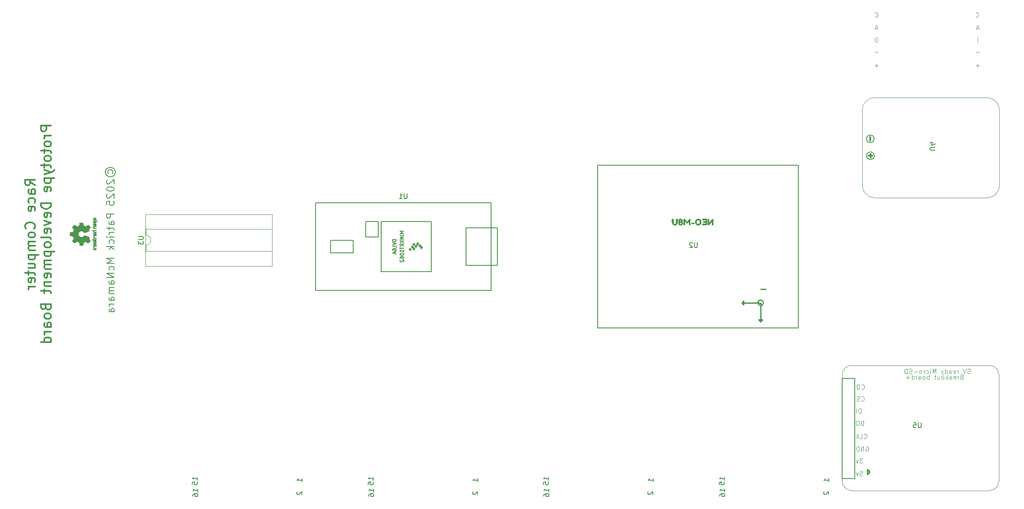
<source format=gbr>
%TF.GenerationSoftware,KiCad,Pcbnew,8.0.9-8.0.9-0~ubuntu24.04.1*%
%TF.CreationDate,2025-07-29T22:20:07-05:00*%
%TF.ProjectId,race_computer_proto,72616365-5f63-46f6-9d70-757465725f70,1.0*%
%TF.SameCoordinates,Original*%
%TF.FileFunction,Legend,Bot*%
%TF.FilePolarity,Positive*%
%FSLAX46Y46*%
G04 Gerber Fmt 4.6, Leading zero omitted, Abs format (unit mm)*
G04 Created by KiCad (PCBNEW 8.0.9-8.0.9-0~ubuntu24.04.1) date 2025-07-29 22:20:07*
%MOMM*%
%LPD*%
G01*
G04 APERTURE LIST*
%ADD10C,0.200000*%
%ADD11C,0.300000*%
%ADD12C,0.150000*%
%ADD13C,0.081280*%
%ADD14C,0.121920*%
%ADD15C,0.228600*%
%ADD16C,0.010000*%
%ADD17C,0.050000*%
%ADD18C,0.254000*%
%ADD19C,0.127000*%
%ADD20C,0.304800*%
%ADD21C,0.203200*%
%ADD22C,0.000000*%
%ADD23C,0.120000*%
%ADD24C,0.100000*%
G04 APERTURE END LIST*
D10*
X69783171Y-77903006D02*
X69711742Y-77760149D01*
X69711742Y-77760149D02*
X69711742Y-77474435D01*
X69711742Y-77474435D02*
X69783171Y-77331578D01*
X69783171Y-77331578D02*
X69926028Y-77188720D01*
X69926028Y-77188720D02*
X70068885Y-77117292D01*
X70068885Y-77117292D02*
X70354600Y-77117292D01*
X70354600Y-77117292D02*
X70497457Y-77188720D01*
X70497457Y-77188720D02*
X70640314Y-77331578D01*
X70640314Y-77331578D02*
X70711742Y-77474435D01*
X70711742Y-77474435D02*
X70711742Y-77760149D01*
X70711742Y-77760149D02*
X70640314Y-77903006D01*
X69211742Y-77617292D02*
X69283171Y-77260149D01*
X69283171Y-77260149D02*
X69497457Y-76903006D01*
X69497457Y-76903006D02*
X69854600Y-76688720D01*
X69854600Y-76688720D02*
X70211742Y-76617292D01*
X70211742Y-76617292D02*
X70568885Y-76688720D01*
X70568885Y-76688720D02*
X70926028Y-76903006D01*
X70926028Y-76903006D02*
X71140314Y-77260149D01*
X71140314Y-77260149D02*
X71211742Y-77617292D01*
X71211742Y-77617292D02*
X71140314Y-77974435D01*
X71140314Y-77974435D02*
X70926028Y-78331578D01*
X70926028Y-78331578D02*
X70568885Y-78545863D01*
X70568885Y-78545863D02*
X70211742Y-78617292D01*
X70211742Y-78617292D02*
X69854600Y-78545863D01*
X69854600Y-78545863D02*
X69497457Y-78331578D01*
X69497457Y-78331578D02*
X69283171Y-77974435D01*
X69283171Y-77974435D02*
X69211742Y-77617292D01*
X69568885Y-79188721D02*
X69497457Y-79260149D01*
X69497457Y-79260149D02*
X69426028Y-79403007D01*
X69426028Y-79403007D02*
X69426028Y-79760149D01*
X69426028Y-79760149D02*
X69497457Y-79903007D01*
X69497457Y-79903007D02*
X69568885Y-79974435D01*
X69568885Y-79974435D02*
X69711742Y-80045864D01*
X69711742Y-80045864D02*
X69854600Y-80045864D01*
X69854600Y-80045864D02*
X70068885Y-79974435D01*
X70068885Y-79974435D02*
X70926028Y-79117292D01*
X70926028Y-79117292D02*
X70926028Y-80045864D01*
X69426028Y-80974435D02*
X69426028Y-81117292D01*
X69426028Y-81117292D02*
X69497457Y-81260149D01*
X69497457Y-81260149D02*
X69568885Y-81331578D01*
X69568885Y-81331578D02*
X69711742Y-81403006D01*
X69711742Y-81403006D02*
X69997457Y-81474435D01*
X69997457Y-81474435D02*
X70354600Y-81474435D01*
X70354600Y-81474435D02*
X70640314Y-81403006D01*
X70640314Y-81403006D02*
X70783171Y-81331578D01*
X70783171Y-81331578D02*
X70854600Y-81260149D01*
X70854600Y-81260149D02*
X70926028Y-81117292D01*
X70926028Y-81117292D02*
X70926028Y-80974435D01*
X70926028Y-80974435D02*
X70854600Y-80831578D01*
X70854600Y-80831578D02*
X70783171Y-80760149D01*
X70783171Y-80760149D02*
X70640314Y-80688720D01*
X70640314Y-80688720D02*
X70354600Y-80617292D01*
X70354600Y-80617292D02*
X69997457Y-80617292D01*
X69997457Y-80617292D02*
X69711742Y-80688720D01*
X69711742Y-80688720D02*
X69568885Y-80760149D01*
X69568885Y-80760149D02*
X69497457Y-80831578D01*
X69497457Y-80831578D02*
X69426028Y-80974435D01*
X69568885Y-82045863D02*
X69497457Y-82117291D01*
X69497457Y-82117291D02*
X69426028Y-82260149D01*
X69426028Y-82260149D02*
X69426028Y-82617291D01*
X69426028Y-82617291D02*
X69497457Y-82760149D01*
X69497457Y-82760149D02*
X69568885Y-82831577D01*
X69568885Y-82831577D02*
X69711742Y-82903006D01*
X69711742Y-82903006D02*
X69854600Y-82903006D01*
X69854600Y-82903006D02*
X70068885Y-82831577D01*
X70068885Y-82831577D02*
X70926028Y-81974434D01*
X70926028Y-81974434D02*
X70926028Y-82903006D01*
X69426028Y-84260148D02*
X69426028Y-83545862D01*
X69426028Y-83545862D02*
X70140314Y-83474434D01*
X70140314Y-83474434D02*
X70068885Y-83545862D01*
X70068885Y-83545862D02*
X69997457Y-83688720D01*
X69997457Y-83688720D02*
X69997457Y-84045862D01*
X69997457Y-84045862D02*
X70068885Y-84188720D01*
X70068885Y-84188720D02*
X70140314Y-84260148D01*
X70140314Y-84260148D02*
X70283171Y-84331577D01*
X70283171Y-84331577D02*
X70640314Y-84331577D01*
X70640314Y-84331577D02*
X70783171Y-84260148D01*
X70783171Y-84260148D02*
X70854600Y-84188720D01*
X70854600Y-84188720D02*
X70926028Y-84045862D01*
X70926028Y-84045862D02*
X70926028Y-83688720D01*
X70926028Y-83688720D02*
X70854600Y-83545862D01*
X70854600Y-83545862D02*
X70783171Y-83474434D01*
X70926028Y-86117290D02*
X69426028Y-86117290D01*
X69426028Y-86117290D02*
X69426028Y-86688719D01*
X69426028Y-86688719D02*
X69497457Y-86831576D01*
X69497457Y-86831576D02*
X69568885Y-86903005D01*
X69568885Y-86903005D02*
X69711742Y-86974433D01*
X69711742Y-86974433D02*
X69926028Y-86974433D01*
X69926028Y-86974433D02*
X70068885Y-86903005D01*
X70068885Y-86903005D02*
X70140314Y-86831576D01*
X70140314Y-86831576D02*
X70211742Y-86688719D01*
X70211742Y-86688719D02*
X70211742Y-86117290D01*
X70926028Y-88260148D02*
X70140314Y-88260148D01*
X70140314Y-88260148D02*
X69997457Y-88188719D01*
X69997457Y-88188719D02*
X69926028Y-88045862D01*
X69926028Y-88045862D02*
X69926028Y-87760148D01*
X69926028Y-87760148D02*
X69997457Y-87617290D01*
X70854600Y-88260148D02*
X70926028Y-88117290D01*
X70926028Y-88117290D02*
X70926028Y-87760148D01*
X70926028Y-87760148D02*
X70854600Y-87617290D01*
X70854600Y-87617290D02*
X70711742Y-87545862D01*
X70711742Y-87545862D02*
X70568885Y-87545862D01*
X70568885Y-87545862D02*
X70426028Y-87617290D01*
X70426028Y-87617290D02*
X70354600Y-87760148D01*
X70354600Y-87760148D02*
X70354600Y-88117290D01*
X70354600Y-88117290D02*
X70283171Y-88260148D01*
X69926028Y-88760148D02*
X69926028Y-89331576D01*
X69426028Y-88974433D02*
X70711742Y-88974433D01*
X70711742Y-88974433D02*
X70854600Y-89045862D01*
X70854600Y-89045862D02*
X70926028Y-89188719D01*
X70926028Y-89188719D02*
X70926028Y-89331576D01*
X70926028Y-89831576D02*
X69926028Y-89831576D01*
X70211742Y-89831576D02*
X70068885Y-89903005D01*
X70068885Y-89903005D02*
X69997457Y-89974434D01*
X69997457Y-89974434D02*
X69926028Y-90117291D01*
X69926028Y-90117291D02*
X69926028Y-90260148D01*
X70926028Y-90760147D02*
X69926028Y-90760147D01*
X69426028Y-90760147D02*
X69497457Y-90688719D01*
X69497457Y-90688719D02*
X69568885Y-90760147D01*
X69568885Y-90760147D02*
X69497457Y-90831576D01*
X69497457Y-90831576D02*
X69426028Y-90760147D01*
X69426028Y-90760147D02*
X69568885Y-90760147D01*
X70854600Y-92117291D02*
X70926028Y-91974433D01*
X70926028Y-91974433D02*
X70926028Y-91688719D01*
X70926028Y-91688719D02*
X70854600Y-91545862D01*
X70854600Y-91545862D02*
X70783171Y-91474433D01*
X70783171Y-91474433D02*
X70640314Y-91403005D01*
X70640314Y-91403005D02*
X70211742Y-91403005D01*
X70211742Y-91403005D02*
X70068885Y-91474433D01*
X70068885Y-91474433D02*
X69997457Y-91545862D01*
X69997457Y-91545862D02*
X69926028Y-91688719D01*
X69926028Y-91688719D02*
X69926028Y-91974433D01*
X69926028Y-91974433D02*
X69997457Y-92117291D01*
X70926028Y-92760147D02*
X69426028Y-92760147D01*
X70354600Y-92903005D02*
X70926028Y-93331576D01*
X69926028Y-93331576D02*
X70497457Y-92760147D01*
X70926028Y-95117290D02*
X69426028Y-95117290D01*
X69426028Y-95117290D02*
X70497457Y-95617290D01*
X70497457Y-95617290D02*
X69426028Y-96117290D01*
X69426028Y-96117290D02*
X70926028Y-96117290D01*
X70854600Y-97474434D02*
X70926028Y-97331576D01*
X70926028Y-97331576D02*
X70926028Y-97045862D01*
X70926028Y-97045862D02*
X70854600Y-96903005D01*
X70854600Y-96903005D02*
X70783171Y-96831576D01*
X70783171Y-96831576D02*
X70640314Y-96760148D01*
X70640314Y-96760148D02*
X70211742Y-96760148D01*
X70211742Y-96760148D02*
X70068885Y-96831576D01*
X70068885Y-96831576D02*
X69997457Y-96903005D01*
X69997457Y-96903005D02*
X69926028Y-97045862D01*
X69926028Y-97045862D02*
X69926028Y-97331576D01*
X69926028Y-97331576D02*
X69997457Y-97474434D01*
X70926028Y-98117290D02*
X69426028Y-98117290D01*
X69426028Y-98117290D02*
X70926028Y-98974433D01*
X70926028Y-98974433D02*
X69426028Y-98974433D01*
X70926028Y-100331577D02*
X70140314Y-100331577D01*
X70140314Y-100331577D02*
X69997457Y-100260148D01*
X69997457Y-100260148D02*
X69926028Y-100117291D01*
X69926028Y-100117291D02*
X69926028Y-99831577D01*
X69926028Y-99831577D02*
X69997457Y-99688719D01*
X70854600Y-100331577D02*
X70926028Y-100188719D01*
X70926028Y-100188719D02*
X70926028Y-99831577D01*
X70926028Y-99831577D02*
X70854600Y-99688719D01*
X70854600Y-99688719D02*
X70711742Y-99617291D01*
X70711742Y-99617291D02*
X70568885Y-99617291D01*
X70568885Y-99617291D02*
X70426028Y-99688719D01*
X70426028Y-99688719D02*
X70354600Y-99831577D01*
X70354600Y-99831577D02*
X70354600Y-100188719D01*
X70354600Y-100188719D02*
X70283171Y-100331577D01*
X70926028Y-101045862D02*
X69926028Y-101045862D01*
X70068885Y-101045862D02*
X69997457Y-101117291D01*
X69997457Y-101117291D02*
X69926028Y-101260148D01*
X69926028Y-101260148D02*
X69926028Y-101474434D01*
X69926028Y-101474434D02*
X69997457Y-101617291D01*
X69997457Y-101617291D02*
X70140314Y-101688720D01*
X70140314Y-101688720D02*
X70926028Y-101688720D01*
X70140314Y-101688720D02*
X69997457Y-101760148D01*
X69997457Y-101760148D02*
X69926028Y-101903005D01*
X69926028Y-101903005D02*
X69926028Y-102117291D01*
X69926028Y-102117291D02*
X69997457Y-102260148D01*
X69997457Y-102260148D02*
X70140314Y-102331577D01*
X70140314Y-102331577D02*
X70926028Y-102331577D01*
X70926028Y-103688720D02*
X70140314Y-103688720D01*
X70140314Y-103688720D02*
X69997457Y-103617291D01*
X69997457Y-103617291D02*
X69926028Y-103474434D01*
X69926028Y-103474434D02*
X69926028Y-103188720D01*
X69926028Y-103188720D02*
X69997457Y-103045862D01*
X70854600Y-103688720D02*
X70926028Y-103545862D01*
X70926028Y-103545862D02*
X70926028Y-103188720D01*
X70926028Y-103188720D02*
X70854600Y-103045862D01*
X70854600Y-103045862D02*
X70711742Y-102974434D01*
X70711742Y-102974434D02*
X70568885Y-102974434D01*
X70568885Y-102974434D02*
X70426028Y-103045862D01*
X70426028Y-103045862D02*
X70354600Y-103188720D01*
X70354600Y-103188720D02*
X70354600Y-103545862D01*
X70354600Y-103545862D02*
X70283171Y-103688720D01*
X70926028Y-104403005D02*
X69926028Y-104403005D01*
X70211742Y-104403005D02*
X70068885Y-104474434D01*
X70068885Y-104474434D02*
X69997457Y-104545863D01*
X69997457Y-104545863D02*
X69926028Y-104688720D01*
X69926028Y-104688720D02*
X69926028Y-104831577D01*
X70926028Y-105974434D02*
X70140314Y-105974434D01*
X70140314Y-105974434D02*
X69997457Y-105903005D01*
X69997457Y-105903005D02*
X69926028Y-105760148D01*
X69926028Y-105760148D02*
X69926028Y-105474434D01*
X69926028Y-105474434D02*
X69997457Y-105331576D01*
X70854600Y-105974434D02*
X70926028Y-105831576D01*
X70926028Y-105831576D02*
X70926028Y-105474434D01*
X70926028Y-105474434D02*
X70854600Y-105331576D01*
X70854600Y-105331576D02*
X70711742Y-105260148D01*
X70711742Y-105260148D02*
X70568885Y-105260148D01*
X70568885Y-105260148D02*
X70426028Y-105331576D01*
X70426028Y-105331576D02*
X70354600Y-105474434D01*
X70354600Y-105474434D02*
X70354600Y-105831576D01*
X70354600Y-105831576D02*
X70283171Y-105974434D01*
D11*
X54939750Y-80312856D02*
X53987369Y-79646189D01*
X54939750Y-79169999D02*
X52939750Y-79169999D01*
X52939750Y-79169999D02*
X52939750Y-79931904D01*
X52939750Y-79931904D02*
X53034988Y-80122380D01*
X53034988Y-80122380D02*
X53130226Y-80217618D01*
X53130226Y-80217618D02*
X53320702Y-80312856D01*
X53320702Y-80312856D02*
X53606416Y-80312856D01*
X53606416Y-80312856D02*
X53796892Y-80217618D01*
X53796892Y-80217618D02*
X53892131Y-80122380D01*
X53892131Y-80122380D02*
X53987369Y-79931904D01*
X53987369Y-79931904D02*
X53987369Y-79169999D01*
X54939750Y-82027142D02*
X53892131Y-82027142D01*
X53892131Y-82027142D02*
X53701654Y-81931904D01*
X53701654Y-81931904D02*
X53606416Y-81741428D01*
X53606416Y-81741428D02*
X53606416Y-81360475D01*
X53606416Y-81360475D02*
X53701654Y-81169999D01*
X54844512Y-82027142D02*
X54939750Y-81836666D01*
X54939750Y-81836666D02*
X54939750Y-81360475D01*
X54939750Y-81360475D02*
X54844512Y-81169999D01*
X54844512Y-81169999D02*
X54654035Y-81074761D01*
X54654035Y-81074761D02*
X54463559Y-81074761D01*
X54463559Y-81074761D02*
X54273083Y-81169999D01*
X54273083Y-81169999D02*
X54177845Y-81360475D01*
X54177845Y-81360475D02*
X54177845Y-81836666D01*
X54177845Y-81836666D02*
X54082607Y-82027142D01*
X54844512Y-83836666D02*
X54939750Y-83646190D01*
X54939750Y-83646190D02*
X54939750Y-83265237D01*
X54939750Y-83265237D02*
X54844512Y-83074761D01*
X54844512Y-83074761D02*
X54749273Y-82979523D01*
X54749273Y-82979523D02*
X54558797Y-82884285D01*
X54558797Y-82884285D02*
X53987369Y-82884285D01*
X53987369Y-82884285D02*
X53796892Y-82979523D01*
X53796892Y-82979523D02*
X53701654Y-83074761D01*
X53701654Y-83074761D02*
X53606416Y-83265237D01*
X53606416Y-83265237D02*
X53606416Y-83646190D01*
X53606416Y-83646190D02*
X53701654Y-83836666D01*
X54844512Y-85455714D02*
X54939750Y-85265238D01*
X54939750Y-85265238D02*
X54939750Y-84884285D01*
X54939750Y-84884285D02*
X54844512Y-84693809D01*
X54844512Y-84693809D02*
X54654035Y-84598571D01*
X54654035Y-84598571D02*
X53892131Y-84598571D01*
X53892131Y-84598571D02*
X53701654Y-84693809D01*
X53701654Y-84693809D02*
X53606416Y-84884285D01*
X53606416Y-84884285D02*
X53606416Y-85265238D01*
X53606416Y-85265238D02*
X53701654Y-85455714D01*
X53701654Y-85455714D02*
X53892131Y-85550952D01*
X53892131Y-85550952D02*
X54082607Y-85550952D01*
X54082607Y-85550952D02*
X54273083Y-84598571D01*
X54749273Y-89074762D02*
X54844512Y-88979524D01*
X54844512Y-88979524D02*
X54939750Y-88693810D01*
X54939750Y-88693810D02*
X54939750Y-88503334D01*
X54939750Y-88503334D02*
X54844512Y-88217619D01*
X54844512Y-88217619D02*
X54654035Y-88027143D01*
X54654035Y-88027143D02*
X54463559Y-87931905D01*
X54463559Y-87931905D02*
X54082607Y-87836667D01*
X54082607Y-87836667D02*
X53796892Y-87836667D01*
X53796892Y-87836667D02*
X53415940Y-87931905D01*
X53415940Y-87931905D02*
X53225464Y-88027143D01*
X53225464Y-88027143D02*
X53034988Y-88217619D01*
X53034988Y-88217619D02*
X52939750Y-88503334D01*
X52939750Y-88503334D02*
X52939750Y-88693810D01*
X52939750Y-88693810D02*
X53034988Y-88979524D01*
X53034988Y-88979524D02*
X53130226Y-89074762D01*
X54939750Y-90217619D02*
X54844512Y-90027143D01*
X54844512Y-90027143D02*
X54749273Y-89931905D01*
X54749273Y-89931905D02*
X54558797Y-89836667D01*
X54558797Y-89836667D02*
X53987369Y-89836667D01*
X53987369Y-89836667D02*
X53796892Y-89931905D01*
X53796892Y-89931905D02*
X53701654Y-90027143D01*
X53701654Y-90027143D02*
X53606416Y-90217619D01*
X53606416Y-90217619D02*
X53606416Y-90503334D01*
X53606416Y-90503334D02*
X53701654Y-90693810D01*
X53701654Y-90693810D02*
X53796892Y-90789048D01*
X53796892Y-90789048D02*
X53987369Y-90884286D01*
X53987369Y-90884286D02*
X54558797Y-90884286D01*
X54558797Y-90884286D02*
X54749273Y-90789048D01*
X54749273Y-90789048D02*
X54844512Y-90693810D01*
X54844512Y-90693810D02*
X54939750Y-90503334D01*
X54939750Y-90503334D02*
X54939750Y-90217619D01*
X54939750Y-91741429D02*
X53606416Y-91741429D01*
X53796892Y-91741429D02*
X53701654Y-91836667D01*
X53701654Y-91836667D02*
X53606416Y-92027143D01*
X53606416Y-92027143D02*
X53606416Y-92312858D01*
X53606416Y-92312858D02*
X53701654Y-92503334D01*
X53701654Y-92503334D02*
X53892131Y-92598572D01*
X53892131Y-92598572D02*
X54939750Y-92598572D01*
X53892131Y-92598572D02*
X53701654Y-92693810D01*
X53701654Y-92693810D02*
X53606416Y-92884286D01*
X53606416Y-92884286D02*
X53606416Y-93170000D01*
X53606416Y-93170000D02*
X53701654Y-93360477D01*
X53701654Y-93360477D02*
X53892131Y-93455715D01*
X53892131Y-93455715D02*
X54939750Y-93455715D01*
X53606416Y-94408096D02*
X55606416Y-94408096D01*
X53701654Y-94408096D02*
X53606416Y-94598572D01*
X53606416Y-94598572D02*
X53606416Y-94979525D01*
X53606416Y-94979525D02*
X53701654Y-95170001D01*
X53701654Y-95170001D02*
X53796892Y-95265239D01*
X53796892Y-95265239D02*
X53987369Y-95360477D01*
X53987369Y-95360477D02*
X54558797Y-95360477D01*
X54558797Y-95360477D02*
X54749273Y-95265239D01*
X54749273Y-95265239D02*
X54844512Y-95170001D01*
X54844512Y-95170001D02*
X54939750Y-94979525D01*
X54939750Y-94979525D02*
X54939750Y-94598572D01*
X54939750Y-94598572D02*
X54844512Y-94408096D01*
X53606416Y-97074763D02*
X54939750Y-97074763D01*
X53606416Y-96217620D02*
X54654035Y-96217620D01*
X54654035Y-96217620D02*
X54844512Y-96312858D01*
X54844512Y-96312858D02*
X54939750Y-96503334D01*
X54939750Y-96503334D02*
X54939750Y-96789049D01*
X54939750Y-96789049D02*
X54844512Y-96979525D01*
X54844512Y-96979525D02*
X54749273Y-97074763D01*
X53606416Y-97741430D02*
X53606416Y-98503334D01*
X52939750Y-98027144D02*
X54654035Y-98027144D01*
X54654035Y-98027144D02*
X54844512Y-98122382D01*
X54844512Y-98122382D02*
X54939750Y-98312858D01*
X54939750Y-98312858D02*
X54939750Y-98503334D01*
X54844512Y-99931906D02*
X54939750Y-99741430D01*
X54939750Y-99741430D02*
X54939750Y-99360477D01*
X54939750Y-99360477D02*
X54844512Y-99170001D01*
X54844512Y-99170001D02*
X54654035Y-99074763D01*
X54654035Y-99074763D02*
X53892131Y-99074763D01*
X53892131Y-99074763D02*
X53701654Y-99170001D01*
X53701654Y-99170001D02*
X53606416Y-99360477D01*
X53606416Y-99360477D02*
X53606416Y-99741430D01*
X53606416Y-99741430D02*
X53701654Y-99931906D01*
X53701654Y-99931906D02*
X53892131Y-100027144D01*
X53892131Y-100027144D02*
X54082607Y-100027144D01*
X54082607Y-100027144D02*
X54273083Y-99074763D01*
X54939750Y-100884287D02*
X53606416Y-100884287D01*
X53987369Y-100884287D02*
X53796892Y-100979525D01*
X53796892Y-100979525D02*
X53701654Y-101074763D01*
X53701654Y-101074763D02*
X53606416Y-101265239D01*
X53606416Y-101265239D02*
X53606416Y-101455716D01*
X58159638Y-68217617D02*
X56159638Y-68217617D01*
X56159638Y-68217617D02*
X56159638Y-68979522D01*
X56159638Y-68979522D02*
X56254876Y-69169998D01*
X56254876Y-69169998D02*
X56350114Y-69265236D01*
X56350114Y-69265236D02*
X56540590Y-69360474D01*
X56540590Y-69360474D02*
X56826304Y-69360474D01*
X56826304Y-69360474D02*
X57016780Y-69265236D01*
X57016780Y-69265236D02*
X57112019Y-69169998D01*
X57112019Y-69169998D02*
X57207257Y-68979522D01*
X57207257Y-68979522D02*
X57207257Y-68217617D01*
X58159638Y-70217617D02*
X56826304Y-70217617D01*
X57207257Y-70217617D02*
X57016780Y-70312855D01*
X57016780Y-70312855D02*
X56921542Y-70408093D01*
X56921542Y-70408093D02*
X56826304Y-70598569D01*
X56826304Y-70598569D02*
X56826304Y-70789046D01*
X58159638Y-71741426D02*
X58064400Y-71550950D01*
X58064400Y-71550950D02*
X57969161Y-71455712D01*
X57969161Y-71455712D02*
X57778685Y-71360474D01*
X57778685Y-71360474D02*
X57207257Y-71360474D01*
X57207257Y-71360474D02*
X57016780Y-71455712D01*
X57016780Y-71455712D02*
X56921542Y-71550950D01*
X56921542Y-71550950D02*
X56826304Y-71741426D01*
X56826304Y-71741426D02*
X56826304Y-72027141D01*
X56826304Y-72027141D02*
X56921542Y-72217617D01*
X56921542Y-72217617D02*
X57016780Y-72312855D01*
X57016780Y-72312855D02*
X57207257Y-72408093D01*
X57207257Y-72408093D02*
X57778685Y-72408093D01*
X57778685Y-72408093D02*
X57969161Y-72312855D01*
X57969161Y-72312855D02*
X58064400Y-72217617D01*
X58064400Y-72217617D02*
X58159638Y-72027141D01*
X58159638Y-72027141D02*
X58159638Y-71741426D01*
X56826304Y-72979522D02*
X56826304Y-73741426D01*
X56159638Y-73265236D02*
X57873923Y-73265236D01*
X57873923Y-73265236D02*
X58064400Y-73360474D01*
X58064400Y-73360474D02*
X58159638Y-73550950D01*
X58159638Y-73550950D02*
X58159638Y-73741426D01*
X58159638Y-74693807D02*
X58064400Y-74503331D01*
X58064400Y-74503331D02*
X57969161Y-74408093D01*
X57969161Y-74408093D02*
X57778685Y-74312855D01*
X57778685Y-74312855D02*
X57207257Y-74312855D01*
X57207257Y-74312855D02*
X57016780Y-74408093D01*
X57016780Y-74408093D02*
X56921542Y-74503331D01*
X56921542Y-74503331D02*
X56826304Y-74693807D01*
X56826304Y-74693807D02*
X56826304Y-74979522D01*
X56826304Y-74979522D02*
X56921542Y-75169998D01*
X56921542Y-75169998D02*
X57016780Y-75265236D01*
X57016780Y-75265236D02*
X57207257Y-75360474D01*
X57207257Y-75360474D02*
X57778685Y-75360474D01*
X57778685Y-75360474D02*
X57969161Y-75265236D01*
X57969161Y-75265236D02*
X58064400Y-75169998D01*
X58064400Y-75169998D02*
X58159638Y-74979522D01*
X58159638Y-74979522D02*
X58159638Y-74693807D01*
X56826304Y-75931903D02*
X56826304Y-76693807D01*
X56159638Y-76217617D02*
X57873923Y-76217617D01*
X57873923Y-76217617D02*
X58064400Y-76312855D01*
X58064400Y-76312855D02*
X58159638Y-76503331D01*
X58159638Y-76503331D02*
X58159638Y-76693807D01*
X56826304Y-77169998D02*
X58159638Y-77646188D01*
X56826304Y-78122379D02*
X58159638Y-77646188D01*
X58159638Y-77646188D02*
X58635828Y-77455712D01*
X58635828Y-77455712D02*
X58731066Y-77360474D01*
X58731066Y-77360474D02*
X58826304Y-77169998D01*
X56826304Y-78884284D02*
X58826304Y-78884284D01*
X56921542Y-78884284D02*
X56826304Y-79074760D01*
X56826304Y-79074760D02*
X56826304Y-79455713D01*
X56826304Y-79455713D02*
X56921542Y-79646189D01*
X56921542Y-79646189D02*
X57016780Y-79741427D01*
X57016780Y-79741427D02*
X57207257Y-79836665D01*
X57207257Y-79836665D02*
X57778685Y-79836665D01*
X57778685Y-79836665D02*
X57969161Y-79741427D01*
X57969161Y-79741427D02*
X58064400Y-79646189D01*
X58064400Y-79646189D02*
X58159638Y-79455713D01*
X58159638Y-79455713D02*
X58159638Y-79074760D01*
X58159638Y-79074760D02*
X58064400Y-78884284D01*
X58064400Y-81455713D02*
X58159638Y-81265237D01*
X58159638Y-81265237D02*
X58159638Y-80884284D01*
X58159638Y-80884284D02*
X58064400Y-80693808D01*
X58064400Y-80693808D02*
X57873923Y-80598570D01*
X57873923Y-80598570D02*
X57112019Y-80598570D01*
X57112019Y-80598570D02*
X56921542Y-80693808D01*
X56921542Y-80693808D02*
X56826304Y-80884284D01*
X56826304Y-80884284D02*
X56826304Y-81265237D01*
X56826304Y-81265237D02*
X56921542Y-81455713D01*
X56921542Y-81455713D02*
X57112019Y-81550951D01*
X57112019Y-81550951D02*
X57302495Y-81550951D01*
X57302495Y-81550951D02*
X57492971Y-80598570D01*
X58159638Y-83931904D02*
X56159638Y-83931904D01*
X56159638Y-83931904D02*
X56159638Y-84408094D01*
X56159638Y-84408094D02*
X56254876Y-84693809D01*
X56254876Y-84693809D02*
X56445352Y-84884285D01*
X56445352Y-84884285D02*
X56635828Y-84979523D01*
X56635828Y-84979523D02*
X57016780Y-85074761D01*
X57016780Y-85074761D02*
X57302495Y-85074761D01*
X57302495Y-85074761D02*
X57683447Y-84979523D01*
X57683447Y-84979523D02*
X57873923Y-84884285D01*
X57873923Y-84884285D02*
X58064400Y-84693809D01*
X58064400Y-84693809D02*
X58159638Y-84408094D01*
X58159638Y-84408094D02*
X58159638Y-83931904D01*
X58064400Y-86693809D02*
X58159638Y-86503333D01*
X58159638Y-86503333D02*
X58159638Y-86122380D01*
X58159638Y-86122380D02*
X58064400Y-85931904D01*
X58064400Y-85931904D02*
X57873923Y-85836666D01*
X57873923Y-85836666D02*
X57112019Y-85836666D01*
X57112019Y-85836666D02*
X56921542Y-85931904D01*
X56921542Y-85931904D02*
X56826304Y-86122380D01*
X56826304Y-86122380D02*
X56826304Y-86503333D01*
X56826304Y-86503333D02*
X56921542Y-86693809D01*
X56921542Y-86693809D02*
X57112019Y-86789047D01*
X57112019Y-86789047D02*
X57302495Y-86789047D01*
X57302495Y-86789047D02*
X57492971Y-85836666D01*
X56826304Y-87455714D02*
X58159638Y-87931904D01*
X58159638Y-87931904D02*
X56826304Y-88408095D01*
X58064400Y-89931905D02*
X58159638Y-89741429D01*
X58159638Y-89741429D02*
X58159638Y-89360476D01*
X58159638Y-89360476D02*
X58064400Y-89170000D01*
X58064400Y-89170000D02*
X57873923Y-89074762D01*
X57873923Y-89074762D02*
X57112019Y-89074762D01*
X57112019Y-89074762D02*
X56921542Y-89170000D01*
X56921542Y-89170000D02*
X56826304Y-89360476D01*
X56826304Y-89360476D02*
X56826304Y-89741429D01*
X56826304Y-89741429D02*
X56921542Y-89931905D01*
X56921542Y-89931905D02*
X57112019Y-90027143D01*
X57112019Y-90027143D02*
X57302495Y-90027143D01*
X57302495Y-90027143D02*
X57492971Y-89074762D01*
X58159638Y-91170000D02*
X58064400Y-90979524D01*
X58064400Y-90979524D02*
X57873923Y-90884286D01*
X57873923Y-90884286D02*
X56159638Y-90884286D01*
X58159638Y-92217619D02*
X58064400Y-92027143D01*
X58064400Y-92027143D02*
X57969161Y-91931905D01*
X57969161Y-91931905D02*
X57778685Y-91836667D01*
X57778685Y-91836667D02*
X57207257Y-91836667D01*
X57207257Y-91836667D02*
X57016780Y-91931905D01*
X57016780Y-91931905D02*
X56921542Y-92027143D01*
X56921542Y-92027143D02*
X56826304Y-92217619D01*
X56826304Y-92217619D02*
X56826304Y-92503334D01*
X56826304Y-92503334D02*
X56921542Y-92693810D01*
X56921542Y-92693810D02*
X57016780Y-92789048D01*
X57016780Y-92789048D02*
X57207257Y-92884286D01*
X57207257Y-92884286D02*
X57778685Y-92884286D01*
X57778685Y-92884286D02*
X57969161Y-92789048D01*
X57969161Y-92789048D02*
X58064400Y-92693810D01*
X58064400Y-92693810D02*
X58159638Y-92503334D01*
X58159638Y-92503334D02*
X58159638Y-92217619D01*
X56826304Y-93741429D02*
X58826304Y-93741429D01*
X56921542Y-93741429D02*
X56826304Y-93931905D01*
X56826304Y-93931905D02*
X56826304Y-94312858D01*
X56826304Y-94312858D02*
X56921542Y-94503334D01*
X56921542Y-94503334D02*
X57016780Y-94598572D01*
X57016780Y-94598572D02*
X57207257Y-94693810D01*
X57207257Y-94693810D02*
X57778685Y-94693810D01*
X57778685Y-94693810D02*
X57969161Y-94598572D01*
X57969161Y-94598572D02*
X58064400Y-94503334D01*
X58064400Y-94503334D02*
X58159638Y-94312858D01*
X58159638Y-94312858D02*
X58159638Y-93931905D01*
X58159638Y-93931905D02*
X58064400Y-93741429D01*
X58159638Y-95550953D02*
X56826304Y-95550953D01*
X57016780Y-95550953D02*
X56921542Y-95646191D01*
X56921542Y-95646191D02*
X56826304Y-95836667D01*
X56826304Y-95836667D02*
X56826304Y-96122382D01*
X56826304Y-96122382D02*
X56921542Y-96312858D01*
X56921542Y-96312858D02*
X57112019Y-96408096D01*
X57112019Y-96408096D02*
X58159638Y-96408096D01*
X57112019Y-96408096D02*
X56921542Y-96503334D01*
X56921542Y-96503334D02*
X56826304Y-96693810D01*
X56826304Y-96693810D02*
X56826304Y-96979524D01*
X56826304Y-96979524D02*
X56921542Y-97170001D01*
X56921542Y-97170001D02*
X57112019Y-97265239D01*
X57112019Y-97265239D02*
X58159638Y-97265239D01*
X58064400Y-98979525D02*
X58159638Y-98789049D01*
X58159638Y-98789049D02*
X58159638Y-98408096D01*
X58159638Y-98408096D02*
X58064400Y-98217620D01*
X58064400Y-98217620D02*
X57873923Y-98122382D01*
X57873923Y-98122382D02*
X57112019Y-98122382D01*
X57112019Y-98122382D02*
X56921542Y-98217620D01*
X56921542Y-98217620D02*
X56826304Y-98408096D01*
X56826304Y-98408096D02*
X56826304Y-98789049D01*
X56826304Y-98789049D02*
X56921542Y-98979525D01*
X56921542Y-98979525D02*
X57112019Y-99074763D01*
X57112019Y-99074763D02*
X57302495Y-99074763D01*
X57302495Y-99074763D02*
X57492971Y-98122382D01*
X56826304Y-99931906D02*
X58159638Y-99931906D01*
X57016780Y-99931906D02*
X56921542Y-100027144D01*
X56921542Y-100027144D02*
X56826304Y-100217620D01*
X56826304Y-100217620D02*
X56826304Y-100503335D01*
X56826304Y-100503335D02*
X56921542Y-100693811D01*
X56921542Y-100693811D02*
X57112019Y-100789049D01*
X57112019Y-100789049D02*
X58159638Y-100789049D01*
X56826304Y-101455716D02*
X56826304Y-102217620D01*
X56159638Y-101741430D02*
X57873923Y-101741430D01*
X57873923Y-101741430D02*
X58064400Y-101836668D01*
X58064400Y-101836668D02*
X58159638Y-102027144D01*
X58159638Y-102027144D02*
X58159638Y-102217620D01*
X57112019Y-105074764D02*
X57207257Y-105360478D01*
X57207257Y-105360478D02*
X57302495Y-105455716D01*
X57302495Y-105455716D02*
X57492971Y-105550954D01*
X57492971Y-105550954D02*
X57778685Y-105550954D01*
X57778685Y-105550954D02*
X57969161Y-105455716D01*
X57969161Y-105455716D02*
X58064400Y-105360478D01*
X58064400Y-105360478D02*
X58159638Y-105170002D01*
X58159638Y-105170002D02*
X58159638Y-104408097D01*
X58159638Y-104408097D02*
X56159638Y-104408097D01*
X56159638Y-104408097D02*
X56159638Y-105074764D01*
X56159638Y-105074764D02*
X56254876Y-105265240D01*
X56254876Y-105265240D02*
X56350114Y-105360478D01*
X56350114Y-105360478D02*
X56540590Y-105455716D01*
X56540590Y-105455716D02*
X56731066Y-105455716D01*
X56731066Y-105455716D02*
X56921542Y-105360478D01*
X56921542Y-105360478D02*
X57016780Y-105265240D01*
X57016780Y-105265240D02*
X57112019Y-105074764D01*
X57112019Y-105074764D02*
X57112019Y-104408097D01*
X58159638Y-106693811D02*
X58064400Y-106503335D01*
X58064400Y-106503335D02*
X57969161Y-106408097D01*
X57969161Y-106408097D02*
X57778685Y-106312859D01*
X57778685Y-106312859D02*
X57207257Y-106312859D01*
X57207257Y-106312859D02*
X57016780Y-106408097D01*
X57016780Y-106408097D02*
X56921542Y-106503335D01*
X56921542Y-106503335D02*
X56826304Y-106693811D01*
X56826304Y-106693811D02*
X56826304Y-106979526D01*
X56826304Y-106979526D02*
X56921542Y-107170002D01*
X56921542Y-107170002D02*
X57016780Y-107265240D01*
X57016780Y-107265240D02*
X57207257Y-107360478D01*
X57207257Y-107360478D02*
X57778685Y-107360478D01*
X57778685Y-107360478D02*
X57969161Y-107265240D01*
X57969161Y-107265240D02*
X58064400Y-107170002D01*
X58064400Y-107170002D02*
X58159638Y-106979526D01*
X58159638Y-106979526D02*
X58159638Y-106693811D01*
X58159638Y-109074764D02*
X57112019Y-109074764D01*
X57112019Y-109074764D02*
X56921542Y-108979526D01*
X56921542Y-108979526D02*
X56826304Y-108789050D01*
X56826304Y-108789050D02*
X56826304Y-108408097D01*
X56826304Y-108408097D02*
X56921542Y-108217621D01*
X58064400Y-109074764D02*
X58159638Y-108884288D01*
X58159638Y-108884288D02*
X58159638Y-108408097D01*
X58159638Y-108408097D02*
X58064400Y-108217621D01*
X58064400Y-108217621D02*
X57873923Y-108122383D01*
X57873923Y-108122383D02*
X57683447Y-108122383D01*
X57683447Y-108122383D02*
X57492971Y-108217621D01*
X57492971Y-108217621D02*
X57397733Y-108408097D01*
X57397733Y-108408097D02*
X57397733Y-108884288D01*
X57397733Y-108884288D02*
X57302495Y-109074764D01*
X58159638Y-110027145D02*
X56826304Y-110027145D01*
X57207257Y-110027145D02*
X57016780Y-110122383D01*
X57016780Y-110122383D02*
X56921542Y-110217621D01*
X56921542Y-110217621D02*
X56826304Y-110408097D01*
X56826304Y-110408097D02*
X56826304Y-110598574D01*
X58159638Y-112122383D02*
X56159638Y-112122383D01*
X58064400Y-112122383D02*
X58159638Y-111931907D01*
X58159638Y-111931907D02*
X58159638Y-111550954D01*
X58159638Y-111550954D02*
X58064400Y-111360478D01*
X58064400Y-111360478D02*
X57969161Y-111265240D01*
X57969161Y-111265240D02*
X57778685Y-111170002D01*
X57778685Y-111170002D02*
X57207257Y-111170002D01*
X57207257Y-111170002D02*
X57016780Y-111265240D01*
X57016780Y-111265240D02*
X56921542Y-111360478D01*
X56921542Y-111360478D02*
X56826304Y-111550954D01*
X56826304Y-111550954D02*
X56826304Y-111931907D01*
X56826304Y-111931907D02*
X56921542Y-112122383D01*
D12*
X234441904Y-128494819D02*
X234441904Y-129304342D01*
X234441904Y-129304342D02*
X234394285Y-129399580D01*
X234394285Y-129399580D02*
X234346666Y-129447200D01*
X234346666Y-129447200D02*
X234251428Y-129494819D01*
X234251428Y-129494819D02*
X234060952Y-129494819D01*
X234060952Y-129494819D02*
X233965714Y-129447200D01*
X233965714Y-129447200D02*
X233918095Y-129399580D01*
X233918095Y-129399580D02*
X233870476Y-129304342D01*
X233870476Y-129304342D02*
X233870476Y-128494819D01*
X232918095Y-128494819D02*
X233394285Y-128494819D01*
X233394285Y-128494819D02*
X233441904Y-128971009D01*
X233441904Y-128971009D02*
X233394285Y-128923390D01*
X233394285Y-128923390D02*
X233299047Y-128875771D01*
X233299047Y-128875771D02*
X233060952Y-128875771D01*
X233060952Y-128875771D02*
X232965714Y-128923390D01*
X232965714Y-128923390D02*
X232918095Y-128971009D01*
X232918095Y-128971009D02*
X232870476Y-129066247D01*
X232870476Y-129066247D02*
X232870476Y-129304342D01*
X232870476Y-129304342D02*
X232918095Y-129399580D01*
X232918095Y-129399580D02*
X232965714Y-129447200D01*
X232965714Y-129447200D02*
X233060952Y-129494819D01*
X233060952Y-129494819D02*
X233299047Y-129494819D01*
X233299047Y-129494819D02*
X233394285Y-129447200D01*
X233394285Y-129447200D02*
X233441904Y-129399580D01*
D13*
X223246925Y-133339086D02*
X223335946Y-133294576D01*
X223335946Y-133294576D02*
X223469477Y-133294576D01*
X223469477Y-133294576D02*
X223603009Y-133339086D01*
X223603009Y-133339086D02*
X223692030Y-133428107D01*
X223692030Y-133428107D02*
X223736540Y-133517128D01*
X223736540Y-133517128D02*
X223781051Y-133695170D01*
X223781051Y-133695170D02*
X223781051Y-133828702D01*
X223781051Y-133828702D02*
X223736540Y-134006744D01*
X223736540Y-134006744D02*
X223692030Y-134095765D01*
X223692030Y-134095765D02*
X223603009Y-134184786D01*
X223603009Y-134184786D02*
X223469477Y-134229296D01*
X223469477Y-134229296D02*
X223380456Y-134229296D01*
X223380456Y-134229296D02*
X223246925Y-134184786D01*
X223246925Y-134184786D02*
X223202414Y-134140275D01*
X223202414Y-134140275D02*
X223202414Y-133828702D01*
X223202414Y-133828702D02*
X223380456Y-133828702D01*
X222801820Y-134229296D02*
X222801820Y-133294576D01*
X222801820Y-133294576D02*
X222267694Y-134229296D01*
X222267694Y-134229296D02*
X222267694Y-133294576D01*
X221822590Y-134229296D02*
X221822590Y-133294576D01*
X221822590Y-133294576D02*
X221600038Y-133294576D01*
X221600038Y-133294576D02*
X221466506Y-133339086D01*
X221466506Y-133339086D02*
X221377485Y-133428107D01*
X221377485Y-133428107D02*
X221332975Y-133517128D01*
X221332975Y-133517128D02*
X221288464Y-133695170D01*
X221288464Y-133695170D02*
X221288464Y-133828702D01*
X221288464Y-133828702D02*
X221332975Y-134006744D01*
X221332975Y-134006744D02*
X221377485Y-134095765D01*
X221377485Y-134095765D02*
X221466506Y-134184786D01*
X221466506Y-134184786D02*
X221600038Y-134229296D01*
X221600038Y-134229296D02*
X221822590Y-134229296D01*
X222305674Y-123980275D02*
X222350185Y-124024786D01*
X222350185Y-124024786D02*
X222483716Y-124069296D01*
X222483716Y-124069296D02*
X222572737Y-124069296D01*
X222572737Y-124069296D02*
X222706269Y-124024786D01*
X222706269Y-124024786D02*
X222795290Y-123935765D01*
X222795290Y-123935765D02*
X222839800Y-123846744D01*
X222839800Y-123846744D02*
X222884311Y-123668702D01*
X222884311Y-123668702D02*
X222884311Y-123535170D01*
X222884311Y-123535170D02*
X222839800Y-123357128D01*
X222839800Y-123357128D02*
X222795290Y-123268107D01*
X222795290Y-123268107D02*
X222706269Y-123179086D01*
X222706269Y-123179086D02*
X222572737Y-123134576D01*
X222572737Y-123134576D02*
X222483716Y-123134576D01*
X222483716Y-123134576D02*
X222350185Y-123179086D01*
X222350185Y-123179086D02*
X222305674Y-123223597D01*
X221949591Y-124024786D02*
X221816059Y-124069296D01*
X221816059Y-124069296D02*
X221593507Y-124069296D01*
X221593507Y-124069296D02*
X221504486Y-124024786D01*
X221504486Y-124024786D02*
X221459975Y-123980275D01*
X221459975Y-123980275D02*
X221415465Y-123891254D01*
X221415465Y-123891254D02*
X221415465Y-123802233D01*
X221415465Y-123802233D02*
X221459975Y-123713212D01*
X221459975Y-123713212D02*
X221504486Y-123668702D01*
X221504486Y-123668702D02*
X221593507Y-123624191D01*
X221593507Y-123624191D02*
X221771549Y-123579681D01*
X221771549Y-123579681D02*
X221860570Y-123535170D01*
X221860570Y-123535170D02*
X221905080Y-123490660D01*
X221905080Y-123490660D02*
X221949591Y-123401639D01*
X221949591Y-123401639D02*
X221949591Y-123312618D01*
X221949591Y-123312618D02*
X221905080Y-123223597D01*
X221905080Y-123223597D02*
X221860570Y-123179086D01*
X221860570Y-123179086D02*
X221771549Y-123134576D01*
X221771549Y-123134576D02*
X221548996Y-123134576D01*
X221548996Y-123134576D02*
X221415465Y-123179086D01*
X222579269Y-135707576D02*
X222000633Y-135707576D01*
X222000633Y-135707576D02*
X222312206Y-136063660D01*
X222312206Y-136063660D02*
X222178675Y-136063660D01*
X222178675Y-136063660D02*
X222089654Y-136108170D01*
X222089654Y-136108170D02*
X222045143Y-136152681D01*
X222045143Y-136152681D02*
X222000633Y-136241702D01*
X222000633Y-136241702D02*
X222000633Y-136464254D01*
X222000633Y-136464254D02*
X222045143Y-136553275D01*
X222045143Y-136553275D02*
X222089654Y-136597786D01*
X222089654Y-136597786D02*
X222178675Y-136642296D01*
X222178675Y-136642296D02*
X222445738Y-136642296D01*
X222445738Y-136642296D02*
X222534759Y-136597786D01*
X222534759Y-136597786D02*
X222579269Y-136553275D01*
X221689059Y-136019149D02*
X221466507Y-136642296D01*
X221466507Y-136642296D02*
X221243954Y-136019149D01*
X222267695Y-126482296D02*
X222267695Y-125547576D01*
X222267695Y-125547576D02*
X222045143Y-125547576D01*
X222045143Y-125547576D02*
X221911611Y-125592086D01*
X221911611Y-125592086D02*
X221822590Y-125681107D01*
X221822590Y-125681107D02*
X221778080Y-125770128D01*
X221778080Y-125770128D02*
X221733569Y-125948170D01*
X221733569Y-125948170D02*
X221733569Y-126081702D01*
X221733569Y-126081702D02*
X221778080Y-126259744D01*
X221778080Y-126259744D02*
X221822590Y-126348765D01*
X221822590Y-126348765D02*
X221911611Y-126437786D01*
X221911611Y-126437786D02*
X222045143Y-126482296D01*
X222045143Y-126482296D02*
X222267695Y-126482296D01*
X221332975Y-126482296D02*
X221332975Y-125547576D01*
X222045143Y-138247576D02*
X222490248Y-138247576D01*
X222490248Y-138247576D02*
X222534759Y-138692681D01*
X222534759Y-138692681D02*
X222490248Y-138648170D01*
X222490248Y-138648170D02*
X222401227Y-138603660D01*
X222401227Y-138603660D02*
X222178675Y-138603660D01*
X222178675Y-138603660D02*
X222089654Y-138648170D01*
X222089654Y-138648170D02*
X222045143Y-138692681D01*
X222045143Y-138692681D02*
X222000633Y-138781702D01*
X222000633Y-138781702D02*
X222000633Y-139004254D01*
X222000633Y-139004254D02*
X222045143Y-139093275D01*
X222045143Y-139093275D02*
X222089654Y-139137786D01*
X222089654Y-139137786D02*
X222178675Y-139182296D01*
X222178675Y-139182296D02*
X222401227Y-139182296D01*
X222401227Y-139182296D02*
X222490248Y-139137786D01*
X222490248Y-139137786D02*
X222534759Y-139093275D01*
X221689059Y-138559149D02*
X221466507Y-139182296D01*
X221466507Y-139182296D02*
X221243954Y-138559149D01*
X222852862Y-131600275D02*
X222897373Y-131644786D01*
X222897373Y-131644786D02*
X223030904Y-131689296D01*
X223030904Y-131689296D02*
X223119925Y-131689296D01*
X223119925Y-131689296D02*
X223253457Y-131644786D01*
X223253457Y-131644786D02*
X223342478Y-131555765D01*
X223342478Y-131555765D02*
X223386988Y-131466744D01*
X223386988Y-131466744D02*
X223431499Y-131288702D01*
X223431499Y-131288702D02*
X223431499Y-131155170D01*
X223431499Y-131155170D02*
X223386988Y-130977128D01*
X223386988Y-130977128D02*
X223342478Y-130888107D01*
X223342478Y-130888107D02*
X223253457Y-130799086D01*
X223253457Y-130799086D02*
X223119925Y-130754576D01*
X223119925Y-130754576D02*
X223030904Y-130754576D01*
X223030904Y-130754576D02*
X222897373Y-130799086D01*
X222897373Y-130799086D02*
X222852862Y-130843597D01*
X222007163Y-131689296D02*
X222452268Y-131689296D01*
X222452268Y-131689296D02*
X222452268Y-130754576D01*
X221695590Y-131689296D02*
X221695590Y-130754576D01*
X221161464Y-131689296D02*
X221562059Y-131155170D01*
X221161464Y-130754576D02*
X221695590Y-131288702D01*
X242617401Y-119152766D02*
X242483869Y-119197276D01*
X242483869Y-119197276D02*
X242439359Y-119241787D01*
X242439359Y-119241787D02*
X242394848Y-119330808D01*
X242394848Y-119330808D02*
X242394848Y-119464339D01*
X242394848Y-119464339D02*
X242439359Y-119553360D01*
X242439359Y-119553360D02*
X242483869Y-119597871D01*
X242483869Y-119597871D02*
X242572890Y-119642381D01*
X242572890Y-119642381D02*
X242928974Y-119642381D01*
X242928974Y-119642381D02*
X242928974Y-118707661D01*
X242928974Y-118707661D02*
X242617401Y-118707661D01*
X242617401Y-118707661D02*
X242528380Y-118752171D01*
X242528380Y-118752171D02*
X242483869Y-118796682D01*
X242483869Y-118796682D02*
X242439359Y-118885703D01*
X242439359Y-118885703D02*
X242439359Y-118974724D01*
X242439359Y-118974724D02*
X242483869Y-119063745D01*
X242483869Y-119063745D02*
X242528380Y-119108255D01*
X242528380Y-119108255D02*
X242617401Y-119152766D01*
X242617401Y-119152766D02*
X242928974Y-119152766D01*
X241994254Y-119642381D02*
X241994254Y-119019234D01*
X241994254Y-119197276D02*
X241949744Y-119108255D01*
X241949744Y-119108255D02*
X241905233Y-119063745D01*
X241905233Y-119063745D02*
X241816212Y-119019234D01*
X241816212Y-119019234D02*
X241727191Y-119019234D01*
X241059534Y-119597871D02*
X241148555Y-119642381D01*
X241148555Y-119642381D02*
X241326597Y-119642381D01*
X241326597Y-119642381D02*
X241415618Y-119597871D01*
X241415618Y-119597871D02*
X241460129Y-119508850D01*
X241460129Y-119508850D02*
X241460129Y-119152766D01*
X241460129Y-119152766D02*
X241415618Y-119063745D01*
X241415618Y-119063745D02*
X241326597Y-119019234D01*
X241326597Y-119019234D02*
X241148555Y-119019234D01*
X241148555Y-119019234D02*
X241059534Y-119063745D01*
X241059534Y-119063745D02*
X241015024Y-119152766D01*
X241015024Y-119152766D02*
X241015024Y-119241787D01*
X241015024Y-119241787D02*
X241460129Y-119330808D01*
X240213835Y-119642381D02*
X240213835Y-119152766D01*
X240213835Y-119152766D02*
X240258345Y-119063745D01*
X240258345Y-119063745D02*
X240347366Y-119019234D01*
X240347366Y-119019234D02*
X240525408Y-119019234D01*
X240525408Y-119019234D02*
X240614429Y-119063745D01*
X240213835Y-119597871D02*
X240302856Y-119642381D01*
X240302856Y-119642381D02*
X240525408Y-119642381D01*
X240525408Y-119642381D02*
X240614429Y-119597871D01*
X240614429Y-119597871D02*
X240658940Y-119508850D01*
X240658940Y-119508850D02*
X240658940Y-119419829D01*
X240658940Y-119419829D02*
X240614429Y-119330808D01*
X240614429Y-119330808D02*
X240525408Y-119286297D01*
X240525408Y-119286297D02*
X240302856Y-119286297D01*
X240302856Y-119286297D02*
X240213835Y-119241787D01*
X239768730Y-119642381D02*
X239768730Y-118707661D01*
X239679709Y-119286297D02*
X239412646Y-119642381D01*
X239412646Y-119019234D02*
X239768730Y-119375318D01*
X238878521Y-119642381D02*
X238967542Y-119597871D01*
X238967542Y-119597871D02*
X239012052Y-119553360D01*
X239012052Y-119553360D02*
X239056563Y-119464339D01*
X239056563Y-119464339D02*
X239056563Y-119197276D01*
X239056563Y-119197276D02*
X239012052Y-119108255D01*
X239012052Y-119108255D02*
X238967542Y-119063745D01*
X238967542Y-119063745D02*
X238878521Y-119019234D01*
X238878521Y-119019234D02*
X238744989Y-119019234D01*
X238744989Y-119019234D02*
X238655968Y-119063745D01*
X238655968Y-119063745D02*
X238611458Y-119108255D01*
X238611458Y-119108255D02*
X238566947Y-119197276D01*
X238566947Y-119197276D02*
X238566947Y-119464339D01*
X238566947Y-119464339D02*
X238611458Y-119553360D01*
X238611458Y-119553360D02*
X238655968Y-119597871D01*
X238655968Y-119597871D02*
X238744989Y-119642381D01*
X238744989Y-119642381D02*
X238878521Y-119642381D01*
X237765759Y-119019234D02*
X237765759Y-119642381D01*
X238166353Y-119019234D02*
X238166353Y-119508850D01*
X238166353Y-119508850D02*
X238121843Y-119597871D01*
X238121843Y-119597871D02*
X238032822Y-119642381D01*
X238032822Y-119642381D02*
X237899290Y-119642381D01*
X237899290Y-119642381D02*
X237810269Y-119597871D01*
X237810269Y-119597871D02*
X237765759Y-119553360D01*
X237454186Y-119019234D02*
X237098102Y-119019234D01*
X237320654Y-118707661D02*
X237320654Y-119508850D01*
X237320654Y-119508850D02*
X237276144Y-119597871D01*
X237276144Y-119597871D02*
X237187123Y-119642381D01*
X237187123Y-119642381D02*
X237098102Y-119642381D01*
X236074360Y-119642381D02*
X236074360Y-118707661D01*
X236074360Y-119063745D02*
X235985339Y-119019234D01*
X235985339Y-119019234D02*
X235807297Y-119019234D01*
X235807297Y-119019234D02*
X235718276Y-119063745D01*
X235718276Y-119063745D02*
X235673766Y-119108255D01*
X235673766Y-119108255D02*
X235629255Y-119197276D01*
X235629255Y-119197276D02*
X235629255Y-119464339D01*
X235629255Y-119464339D02*
X235673766Y-119553360D01*
X235673766Y-119553360D02*
X235718276Y-119597871D01*
X235718276Y-119597871D02*
X235807297Y-119642381D01*
X235807297Y-119642381D02*
X235985339Y-119642381D01*
X235985339Y-119642381D02*
X236074360Y-119597871D01*
X235095130Y-119642381D02*
X235184151Y-119597871D01*
X235184151Y-119597871D02*
X235228661Y-119553360D01*
X235228661Y-119553360D02*
X235273172Y-119464339D01*
X235273172Y-119464339D02*
X235273172Y-119197276D01*
X235273172Y-119197276D02*
X235228661Y-119108255D01*
X235228661Y-119108255D02*
X235184151Y-119063745D01*
X235184151Y-119063745D02*
X235095130Y-119019234D01*
X235095130Y-119019234D02*
X234961598Y-119019234D01*
X234961598Y-119019234D02*
X234872577Y-119063745D01*
X234872577Y-119063745D02*
X234828067Y-119108255D01*
X234828067Y-119108255D02*
X234783556Y-119197276D01*
X234783556Y-119197276D02*
X234783556Y-119464339D01*
X234783556Y-119464339D02*
X234828067Y-119553360D01*
X234828067Y-119553360D02*
X234872577Y-119597871D01*
X234872577Y-119597871D02*
X234961598Y-119642381D01*
X234961598Y-119642381D02*
X235095130Y-119642381D01*
X233982368Y-119642381D02*
X233982368Y-119152766D01*
X233982368Y-119152766D02*
X234026878Y-119063745D01*
X234026878Y-119063745D02*
X234115899Y-119019234D01*
X234115899Y-119019234D02*
X234293941Y-119019234D01*
X234293941Y-119019234D02*
X234382962Y-119063745D01*
X233982368Y-119597871D02*
X234071389Y-119642381D01*
X234071389Y-119642381D02*
X234293941Y-119642381D01*
X234293941Y-119642381D02*
X234382962Y-119597871D01*
X234382962Y-119597871D02*
X234427473Y-119508850D01*
X234427473Y-119508850D02*
X234427473Y-119419829D01*
X234427473Y-119419829D02*
X234382962Y-119330808D01*
X234382962Y-119330808D02*
X234293941Y-119286297D01*
X234293941Y-119286297D02*
X234071389Y-119286297D01*
X234071389Y-119286297D02*
X233982368Y-119241787D01*
X233537263Y-119642381D02*
X233537263Y-119019234D01*
X233537263Y-119197276D02*
X233492753Y-119108255D01*
X233492753Y-119108255D02*
X233448242Y-119063745D01*
X233448242Y-119063745D02*
X233359221Y-119019234D01*
X233359221Y-119019234D02*
X233270200Y-119019234D01*
X232558033Y-119642381D02*
X232558033Y-118707661D01*
X232558033Y-119597871D02*
X232647054Y-119642381D01*
X232647054Y-119642381D02*
X232825096Y-119642381D01*
X232825096Y-119642381D02*
X232914117Y-119597871D01*
X232914117Y-119597871D02*
X232958627Y-119553360D01*
X232958627Y-119553360D02*
X233003138Y-119464339D01*
X233003138Y-119464339D02*
X233003138Y-119197276D01*
X233003138Y-119197276D02*
X232958627Y-119108255D01*
X232958627Y-119108255D02*
X232914117Y-119063745D01*
X232914117Y-119063745D02*
X232825096Y-119019234D01*
X232825096Y-119019234D02*
X232647054Y-119019234D01*
X232647054Y-119019234D02*
X232558033Y-119063745D01*
X232112928Y-119286297D02*
X231400761Y-119286297D01*
X231756844Y-119642381D02*
X231756844Y-118930213D01*
X222350184Y-121567275D02*
X222394695Y-121611786D01*
X222394695Y-121611786D02*
X222528226Y-121656296D01*
X222528226Y-121656296D02*
X222617247Y-121656296D01*
X222617247Y-121656296D02*
X222750779Y-121611786D01*
X222750779Y-121611786D02*
X222839800Y-121522765D01*
X222839800Y-121522765D02*
X222884310Y-121433744D01*
X222884310Y-121433744D02*
X222928821Y-121255702D01*
X222928821Y-121255702D02*
X222928821Y-121122170D01*
X222928821Y-121122170D02*
X222884310Y-120944128D01*
X222884310Y-120944128D02*
X222839800Y-120855107D01*
X222839800Y-120855107D02*
X222750779Y-120766086D01*
X222750779Y-120766086D02*
X222617247Y-120721576D01*
X222617247Y-120721576D02*
X222528226Y-120721576D01*
X222528226Y-120721576D02*
X222394695Y-120766086D01*
X222394695Y-120766086D02*
X222350184Y-120810597D01*
X221949590Y-121656296D02*
X221949590Y-120721576D01*
X221949590Y-120721576D02*
X221727038Y-120721576D01*
X221727038Y-120721576D02*
X221593506Y-120766086D01*
X221593506Y-120766086D02*
X221504485Y-120855107D01*
X221504485Y-120855107D02*
X221459975Y-120944128D01*
X221459975Y-120944128D02*
X221415464Y-121122170D01*
X221415464Y-121122170D02*
X221415464Y-121255702D01*
X221415464Y-121255702D02*
X221459975Y-121433744D01*
X221459975Y-121433744D02*
X221504485Y-121522765D01*
X221504485Y-121522765D02*
X221593506Y-121611786D01*
X221593506Y-121611786D02*
X221727038Y-121656296D01*
X221727038Y-121656296D02*
X221949590Y-121656296D01*
X243880869Y-117564661D02*
X244325974Y-117564661D01*
X244325974Y-117564661D02*
X244370485Y-118009766D01*
X244370485Y-118009766D02*
X244325974Y-117965255D01*
X244325974Y-117965255D02*
X244236953Y-117920745D01*
X244236953Y-117920745D02*
X244014401Y-117920745D01*
X244014401Y-117920745D02*
X243925380Y-117965255D01*
X243925380Y-117965255D02*
X243880869Y-118009766D01*
X243880869Y-118009766D02*
X243836359Y-118098787D01*
X243836359Y-118098787D02*
X243836359Y-118321339D01*
X243836359Y-118321339D02*
X243880869Y-118410360D01*
X243880869Y-118410360D02*
X243925380Y-118454871D01*
X243925380Y-118454871D02*
X244014401Y-118499381D01*
X244014401Y-118499381D02*
X244236953Y-118499381D01*
X244236953Y-118499381D02*
X244325974Y-118454871D01*
X244325974Y-118454871D02*
X244370485Y-118410360D01*
X243569296Y-117564661D02*
X243257722Y-118499381D01*
X243257722Y-118499381D02*
X242946149Y-117564661D01*
X241922407Y-118499381D02*
X241922407Y-117876234D01*
X241922407Y-118054276D02*
X241877897Y-117965255D01*
X241877897Y-117965255D02*
X241833386Y-117920745D01*
X241833386Y-117920745D02*
X241744365Y-117876234D01*
X241744365Y-117876234D02*
X241655344Y-117876234D01*
X240987687Y-118454871D02*
X241076708Y-118499381D01*
X241076708Y-118499381D02*
X241254750Y-118499381D01*
X241254750Y-118499381D02*
X241343771Y-118454871D01*
X241343771Y-118454871D02*
X241388282Y-118365850D01*
X241388282Y-118365850D02*
X241388282Y-118009766D01*
X241388282Y-118009766D02*
X241343771Y-117920745D01*
X241343771Y-117920745D02*
X241254750Y-117876234D01*
X241254750Y-117876234D02*
X241076708Y-117876234D01*
X241076708Y-117876234D02*
X240987687Y-117920745D01*
X240987687Y-117920745D02*
X240943177Y-118009766D01*
X240943177Y-118009766D02*
X240943177Y-118098787D01*
X240943177Y-118098787D02*
X241388282Y-118187808D01*
X240141988Y-118499381D02*
X240141988Y-118009766D01*
X240141988Y-118009766D02*
X240186498Y-117920745D01*
X240186498Y-117920745D02*
X240275519Y-117876234D01*
X240275519Y-117876234D02*
X240453561Y-117876234D01*
X240453561Y-117876234D02*
X240542582Y-117920745D01*
X240141988Y-118454871D02*
X240231009Y-118499381D01*
X240231009Y-118499381D02*
X240453561Y-118499381D01*
X240453561Y-118499381D02*
X240542582Y-118454871D01*
X240542582Y-118454871D02*
X240587093Y-118365850D01*
X240587093Y-118365850D02*
X240587093Y-118276829D01*
X240587093Y-118276829D02*
X240542582Y-118187808D01*
X240542582Y-118187808D02*
X240453561Y-118143297D01*
X240453561Y-118143297D02*
X240231009Y-118143297D01*
X240231009Y-118143297D02*
X240141988Y-118098787D01*
X239296289Y-118499381D02*
X239296289Y-117564661D01*
X239296289Y-118454871D02*
X239385310Y-118499381D01*
X239385310Y-118499381D02*
X239563352Y-118499381D01*
X239563352Y-118499381D02*
X239652373Y-118454871D01*
X239652373Y-118454871D02*
X239696883Y-118410360D01*
X239696883Y-118410360D02*
X239741394Y-118321339D01*
X239741394Y-118321339D02*
X239741394Y-118054276D01*
X239741394Y-118054276D02*
X239696883Y-117965255D01*
X239696883Y-117965255D02*
X239652373Y-117920745D01*
X239652373Y-117920745D02*
X239563352Y-117876234D01*
X239563352Y-117876234D02*
X239385310Y-117876234D01*
X239385310Y-117876234D02*
X239296289Y-117920745D01*
X238940205Y-117876234D02*
X238717653Y-118499381D01*
X238495100Y-117876234D02*
X238717653Y-118499381D01*
X238717653Y-118499381D02*
X238806674Y-118721933D01*
X238806674Y-118721933D02*
X238851184Y-118766444D01*
X238851184Y-118766444D02*
X238940205Y-118810954D01*
X237426848Y-118499381D02*
X237426848Y-117564661D01*
X237426848Y-117564661D02*
X237115275Y-118232318D01*
X237115275Y-118232318D02*
X236803701Y-117564661D01*
X236803701Y-117564661D02*
X236803701Y-118499381D01*
X236358597Y-118499381D02*
X236358597Y-117876234D01*
X236358597Y-117564661D02*
X236403108Y-117609171D01*
X236403108Y-117609171D02*
X236358597Y-117653682D01*
X236358597Y-117653682D02*
X236314087Y-117609171D01*
X236314087Y-117609171D02*
X236358597Y-117564661D01*
X236358597Y-117564661D02*
X236358597Y-117653682D01*
X235512898Y-118454871D02*
X235601919Y-118499381D01*
X235601919Y-118499381D02*
X235779961Y-118499381D01*
X235779961Y-118499381D02*
X235868982Y-118454871D01*
X235868982Y-118454871D02*
X235913492Y-118410360D01*
X235913492Y-118410360D02*
X235958003Y-118321339D01*
X235958003Y-118321339D02*
X235958003Y-118054276D01*
X235958003Y-118054276D02*
X235913492Y-117965255D01*
X235913492Y-117965255D02*
X235868982Y-117920745D01*
X235868982Y-117920745D02*
X235779961Y-117876234D01*
X235779961Y-117876234D02*
X235601919Y-117876234D01*
X235601919Y-117876234D02*
X235512898Y-117920745D01*
X235112303Y-118499381D02*
X235112303Y-117876234D01*
X235112303Y-118054276D02*
X235067793Y-117965255D01*
X235067793Y-117965255D02*
X235023282Y-117920745D01*
X235023282Y-117920745D02*
X234934261Y-117876234D01*
X234934261Y-117876234D02*
X234845240Y-117876234D01*
X234400136Y-118499381D02*
X234489157Y-118454871D01*
X234489157Y-118454871D02*
X234533667Y-118410360D01*
X234533667Y-118410360D02*
X234578178Y-118321339D01*
X234578178Y-118321339D02*
X234578178Y-118054276D01*
X234578178Y-118054276D02*
X234533667Y-117965255D01*
X234533667Y-117965255D02*
X234489157Y-117920745D01*
X234489157Y-117920745D02*
X234400136Y-117876234D01*
X234400136Y-117876234D02*
X234266604Y-117876234D01*
X234266604Y-117876234D02*
X234177583Y-117920745D01*
X234177583Y-117920745D02*
X234133073Y-117965255D01*
X234133073Y-117965255D02*
X234088562Y-118054276D01*
X234088562Y-118054276D02*
X234088562Y-118321339D01*
X234088562Y-118321339D02*
X234133073Y-118410360D01*
X234133073Y-118410360D02*
X234177583Y-118454871D01*
X234177583Y-118454871D02*
X234266604Y-118499381D01*
X234266604Y-118499381D02*
X234400136Y-118499381D01*
X233687968Y-118143297D02*
X232975801Y-118143297D01*
X232575207Y-118454871D02*
X232441675Y-118499381D01*
X232441675Y-118499381D02*
X232219123Y-118499381D01*
X232219123Y-118499381D02*
X232130102Y-118454871D01*
X232130102Y-118454871D02*
X232085591Y-118410360D01*
X232085591Y-118410360D02*
X232041081Y-118321339D01*
X232041081Y-118321339D02*
X232041081Y-118232318D01*
X232041081Y-118232318D02*
X232085591Y-118143297D01*
X232085591Y-118143297D02*
X232130102Y-118098787D01*
X232130102Y-118098787D02*
X232219123Y-118054276D01*
X232219123Y-118054276D02*
X232397165Y-118009766D01*
X232397165Y-118009766D02*
X232486186Y-117965255D01*
X232486186Y-117965255D02*
X232530696Y-117920745D01*
X232530696Y-117920745D02*
X232575207Y-117831724D01*
X232575207Y-117831724D02*
X232575207Y-117742703D01*
X232575207Y-117742703D02*
X232530696Y-117653682D01*
X232530696Y-117653682D02*
X232486186Y-117609171D01*
X232486186Y-117609171D02*
X232397165Y-117564661D01*
X232397165Y-117564661D02*
X232174612Y-117564661D01*
X232174612Y-117564661D02*
X232041081Y-117609171D01*
X231640486Y-118499381D02*
X231640486Y-117564661D01*
X231640486Y-117564661D02*
X231417934Y-117564661D01*
X231417934Y-117564661D02*
X231284402Y-117609171D01*
X231284402Y-117609171D02*
X231195381Y-117698192D01*
X231195381Y-117698192D02*
X231150871Y-117787213D01*
X231150871Y-117787213D02*
X231106360Y-117965255D01*
X231106360Y-117965255D02*
X231106360Y-118098787D01*
X231106360Y-118098787D02*
X231150871Y-118276829D01*
X231150871Y-118276829D02*
X231195381Y-118365850D01*
X231195381Y-118365850D02*
X231284402Y-118454871D01*
X231284402Y-118454871D02*
X231417934Y-118499381D01*
X231417934Y-118499381D02*
X231640486Y-118499381D01*
X222801820Y-129022296D02*
X222801820Y-128087576D01*
X222801820Y-128087576D02*
X222579268Y-128087576D01*
X222579268Y-128087576D02*
X222445736Y-128132086D01*
X222445736Y-128132086D02*
X222356715Y-128221107D01*
X222356715Y-128221107D02*
X222312205Y-128310128D01*
X222312205Y-128310128D02*
X222267694Y-128488170D01*
X222267694Y-128488170D02*
X222267694Y-128621702D01*
X222267694Y-128621702D02*
X222312205Y-128799744D01*
X222312205Y-128799744D02*
X222356715Y-128888765D01*
X222356715Y-128888765D02*
X222445736Y-128977786D01*
X222445736Y-128977786D02*
X222579268Y-129022296D01*
X222579268Y-129022296D02*
X222801820Y-129022296D01*
X221689058Y-128087576D02*
X221511016Y-128087576D01*
X221511016Y-128087576D02*
X221421995Y-128132086D01*
X221421995Y-128132086D02*
X221332974Y-128221107D01*
X221332974Y-128221107D02*
X221288464Y-128399149D01*
X221288464Y-128399149D02*
X221288464Y-128710723D01*
X221288464Y-128710723D02*
X221332974Y-128888765D01*
X221332974Y-128888765D02*
X221421995Y-128977786D01*
X221421995Y-128977786D02*
X221511016Y-129022296D01*
X221511016Y-129022296D02*
X221689058Y-129022296D01*
X221689058Y-129022296D02*
X221778079Y-128977786D01*
X221778079Y-128977786D02*
X221867100Y-128888765D01*
X221867100Y-128888765D02*
X221911611Y-128710723D01*
X221911611Y-128710723D02*
X221911611Y-128399149D01*
X221911611Y-128399149D02*
X221867100Y-128221107D01*
X221867100Y-128221107D02*
X221778079Y-128132086D01*
X221778079Y-128132086D02*
X221689058Y-128087576D01*
D14*
X245531760Y-46042128D02*
X245574336Y-46084704D01*
X245574336Y-46084704D02*
X245702061Y-46127279D01*
X245702061Y-46127279D02*
X245787212Y-46127279D01*
X245787212Y-46127279D02*
X245914938Y-46084704D01*
X245914938Y-46084704D02*
X246000088Y-45999553D01*
X246000088Y-45999553D02*
X246042663Y-45914403D01*
X246042663Y-45914403D02*
X246085239Y-45744102D01*
X246085239Y-45744102D02*
X246085239Y-45616376D01*
X246085239Y-45616376D02*
X246042663Y-45446075D01*
X246042663Y-45446075D02*
X246000088Y-45360924D01*
X246000088Y-45360924D02*
X245914938Y-45275774D01*
X245914938Y-45275774D02*
X245787212Y-45233199D01*
X245787212Y-45233199D02*
X245702061Y-45233199D01*
X245702061Y-45233199D02*
X245574336Y-45275774D01*
X245574336Y-45275774D02*
X245531760Y-45318349D01*
X225084760Y-46042128D02*
X225127336Y-46084704D01*
X225127336Y-46084704D02*
X225255061Y-46127279D01*
X225255061Y-46127279D02*
X225340212Y-46127279D01*
X225340212Y-46127279D02*
X225467938Y-46084704D01*
X225467938Y-46084704D02*
X225553088Y-45999553D01*
X225553088Y-45999553D02*
X225595663Y-45914403D01*
X225595663Y-45914403D02*
X225638239Y-45744102D01*
X225638239Y-45744102D02*
X225638239Y-45616376D01*
X225638239Y-45616376D02*
X225595663Y-45446075D01*
X225595663Y-45446075D02*
X225553088Y-45360924D01*
X225553088Y-45360924D02*
X225467938Y-45275774D01*
X225467938Y-45275774D02*
X225340212Y-45233199D01*
X225340212Y-45233199D02*
X225255061Y-45233199D01*
X225255061Y-45233199D02*
X225127336Y-45275774D01*
X225127336Y-45275774D02*
X225084760Y-45318349D01*
X245871999Y-51207279D02*
X245871999Y-50313199D01*
X225020898Y-53273322D02*
X225702102Y-53273322D01*
X245531398Y-53273322D02*
X246212602Y-53273322D01*
X225574376Y-48411827D02*
X225148623Y-48411827D01*
X225659526Y-48667279D02*
X225361499Y-47773199D01*
X225361499Y-47773199D02*
X225063473Y-48667279D01*
X225702101Y-55946677D02*
X225020898Y-55946677D01*
X225361499Y-56287279D02*
X225361499Y-55606075D01*
X246084876Y-48411827D02*
X245659123Y-48411827D01*
X246170026Y-48667279D02*
X245871999Y-47773199D01*
X245871999Y-47773199D02*
X245573973Y-48667279D01*
X225446649Y-50313199D02*
X225276348Y-50313199D01*
X225276348Y-50313199D02*
X225191198Y-50355774D01*
X225191198Y-50355774D02*
X225106047Y-50440924D01*
X225106047Y-50440924D02*
X225063472Y-50611225D01*
X225063472Y-50611225D02*
X225063472Y-50909252D01*
X225063472Y-50909252D02*
X225106047Y-51079553D01*
X225106047Y-51079553D02*
X225191198Y-51164704D01*
X225191198Y-51164704D02*
X225276348Y-51207279D01*
X225276348Y-51207279D02*
X225446649Y-51207279D01*
X225446649Y-51207279D02*
X225531800Y-51164704D01*
X225531800Y-51164704D02*
X225616950Y-51079553D01*
X225616950Y-51079553D02*
X225659526Y-50909252D01*
X225659526Y-50909252D02*
X225659526Y-50611225D01*
X225659526Y-50611225D02*
X225616950Y-50440924D01*
X225616950Y-50440924D02*
X225531800Y-50355774D01*
X225531800Y-50355774D02*
X225446649Y-50313199D01*
X246212601Y-55946677D02*
X245531398Y-55946677D01*
X245871999Y-56287279D02*
X245871999Y-55606075D01*
D12*
X237265180Y-73151904D02*
X236455657Y-73151904D01*
X236455657Y-73151904D02*
X236360419Y-73104285D01*
X236360419Y-73104285D02*
X236312800Y-73056666D01*
X236312800Y-73056666D02*
X236265180Y-72961428D01*
X236265180Y-72961428D02*
X236265180Y-72770952D01*
X236265180Y-72770952D02*
X236312800Y-72675714D01*
X236312800Y-72675714D02*
X236360419Y-72628095D01*
X236360419Y-72628095D02*
X236455657Y-72580476D01*
X236455657Y-72580476D02*
X237265180Y-72580476D01*
X236931847Y-71675714D02*
X236265180Y-71675714D01*
X237312800Y-71913809D02*
X236598514Y-72151904D01*
X236598514Y-72151904D02*
X236598514Y-71532857D01*
X189102904Y-91918819D02*
X189102904Y-92728342D01*
X189102904Y-92728342D02*
X189055285Y-92823580D01*
X189055285Y-92823580D02*
X189007666Y-92871200D01*
X189007666Y-92871200D02*
X188912428Y-92918819D01*
X188912428Y-92918819D02*
X188721952Y-92918819D01*
X188721952Y-92918819D02*
X188626714Y-92871200D01*
X188626714Y-92871200D02*
X188579095Y-92823580D01*
X188579095Y-92823580D02*
X188531476Y-92728342D01*
X188531476Y-92728342D02*
X188531476Y-91918819D01*
X188102904Y-92014057D02*
X188055285Y-91966438D01*
X188055285Y-91966438D02*
X187960047Y-91918819D01*
X187960047Y-91918819D02*
X187721952Y-91918819D01*
X187721952Y-91918819D02*
X187626714Y-91966438D01*
X187626714Y-91966438D02*
X187579095Y-92014057D01*
X187579095Y-92014057D02*
X187531476Y-92109295D01*
X187531476Y-92109295D02*
X187531476Y-92204533D01*
X187531476Y-92204533D02*
X187579095Y-92347390D01*
X187579095Y-92347390D02*
X188150523Y-92918819D01*
X188150523Y-92918819D02*
X187531476Y-92918819D01*
D15*
X202944377Y-101367894D02*
X201957406Y-101367894D01*
D12*
X179175057Y-142477160D02*
X179127438Y-142524779D01*
X179127438Y-142524779D02*
X179079819Y-142620017D01*
X179079819Y-142620017D02*
X179079819Y-142858112D01*
X179079819Y-142858112D02*
X179127438Y-142953350D01*
X179127438Y-142953350D02*
X179175057Y-143000969D01*
X179175057Y-143000969D02*
X179270295Y-143048588D01*
X179270295Y-143048588D02*
X179365533Y-143048588D01*
X179365533Y-143048588D02*
X179508390Y-143000969D01*
X179508390Y-143000969D02*
X180079819Y-142429541D01*
X180079819Y-142429541D02*
X180079819Y-143048588D01*
X158939819Y-140118588D02*
X158939819Y-139547160D01*
X158939819Y-139832874D02*
X157939819Y-139832874D01*
X157939819Y-139832874D02*
X158082676Y-139737636D01*
X158082676Y-139737636D02*
X158177914Y-139642398D01*
X158177914Y-139642398D02*
X158225533Y-139547160D01*
X157939819Y-141023350D02*
X157939819Y-140547160D01*
X157939819Y-140547160D02*
X158416009Y-140499541D01*
X158416009Y-140499541D02*
X158368390Y-140547160D01*
X158368390Y-140547160D02*
X158320771Y-140642398D01*
X158320771Y-140642398D02*
X158320771Y-140880493D01*
X158320771Y-140880493D02*
X158368390Y-140975731D01*
X158368390Y-140975731D02*
X158416009Y-141023350D01*
X158416009Y-141023350D02*
X158511247Y-141070969D01*
X158511247Y-141070969D02*
X158749342Y-141070969D01*
X158749342Y-141070969D02*
X158844580Y-141023350D01*
X158844580Y-141023350D02*
X158892200Y-140975731D01*
X158892200Y-140975731D02*
X158939819Y-140880493D01*
X158939819Y-140880493D02*
X158939819Y-140642398D01*
X158939819Y-140642398D02*
X158892200Y-140547160D01*
X158892200Y-140547160D02*
X158844580Y-140499541D01*
X159039819Y-142498588D02*
X159039819Y-141927160D01*
X159039819Y-142212874D02*
X158039819Y-142212874D01*
X158039819Y-142212874D02*
X158182676Y-142117636D01*
X158182676Y-142117636D02*
X158277914Y-142022398D01*
X158277914Y-142022398D02*
X158325533Y-141927160D01*
X158039819Y-143355731D02*
X158039819Y-143165255D01*
X158039819Y-143165255D02*
X158087438Y-143070017D01*
X158087438Y-143070017D02*
X158135057Y-143022398D01*
X158135057Y-143022398D02*
X158277914Y-142927160D01*
X158277914Y-142927160D02*
X158468390Y-142879541D01*
X158468390Y-142879541D02*
X158849342Y-142879541D01*
X158849342Y-142879541D02*
X158944580Y-142927160D01*
X158944580Y-142927160D02*
X158992200Y-142974779D01*
X158992200Y-142974779D02*
X159039819Y-143070017D01*
X159039819Y-143070017D02*
X159039819Y-143260493D01*
X159039819Y-143260493D02*
X158992200Y-143355731D01*
X158992200Y-143355731D02*
X158944580Y-143403350D01*
X158944580Y-143403350D02*
X158849342Y-143450969D01*
X158849342Y-143450969D02*
X158611247Y-143450969D01*
X158611247Y-143450969D02*
X158516009Y-143403350D01*
X158516009Y-143403350D02*
X158468390Y-143355731D01*
X158468390Y-143355731D02*
X158420771Y-143260493D01*
X158420771Y-143260493D02*
X158420771Y-143070017D01*
X158420771Y-143070017D02*
X158468390Y-142974779D01*
X158468390Y-142974779D02*
X158516009Y-142927160D01*
X158516009Y-142927160D02*
X158611247Y-142879541D01*
X180149819Y-140398588D02*
X180149819Y-139827160D01*
X180149819Y-140112874D02*
X179149819Y-140112874D01*
X179149819Y-140112874D02*
X179292676Y-140017636D01*
X179292676Y-140017636D02*
X179387914Y-139922398D01*
X179387914Y-139922398D02*
X179435533Y-139827160D01*
X87819819Y-140118588D02*
X87819819Y-139547160D01*
X87819819Y-139832874D02*
X86819819Y-139832874D01*
X86819819Y-139832874D02*
X86962676Y-139737636D01*
X86962676Y-139737636D02*
X87057914Y-139642398D01*
X87057914Y-139642398D02*
X87105533Y-139547160D01*
X86819819Y-141023350D02*
X86819819Y-140547160D01*
X86819819Y-140547160D02*
X87296009Y-140499541D01*
X87296009Y-140499541D02*
X87248390Y-140547160D01*
X87248390Y-140547160D02*
X87200771Y-140642398D01*
X87200771Y-140642398D02*
X87200771Y-140880493D01*
X87200771Y-140880493D02*
X87248390Y-140975731D01*
X87248390Y-140975731D02*
X87296009Y-141023350D01*
X87296009Y-141023350D02*
X87391247Y-141070969D01*
X87391247Y-141070969D02*
X87629342Y-141070969D01*
X87629342Y-141070969D02*
X87724580Y-141023350D01*
X87724580Y-141023350D02*
X87772200Y-140975731D01*
X87772200Y-140975731D02*
X87819819Y-140880493D01*
X87819819Y-140880493D02*
X87819819Y-140642398D01*
X87819819Y-140642398D02*
X87772200Y-140547160D01*
X87772200Y-140547160D02*
X87724580Y-140499541D01*
X109029819Y-140398588D02*
X109029819Y-139827160D01*
X109029819Y-140112874D02*
X108029819Y-140112874D01*
X108029819Y-140112874D02*
X108172676Y-140017636D01*
X108172676Y-140017636D02*
X108267914Y-139922398D01*
X108267914Y-139922398D02*
X108315533Y-139827160D01*
X87919819Y-142498588D02*
X87919819Y-141927160D01*
X87919819Y-142212874D02*
X86919819Y-142212874D01*
X86919819Y-142212874D02*
X87062676Y-142117636D01*
X87062676Y-142117636D02*
X87157914Y-142022398D01*
X87157914Y-142022398D02*
X87205533Y-141927160D01*
X86919819Y-143355731D02*
X86919819Y-143165255D01*
X86919819Y-143165255D02*
X86967438Y-143070017D01*
X86967438Y-143070017D02*
X87015057Y-143022398D01*
X87015057Y-143022398D02*
X87157914Y-142927160D01*
X87157914Y-142927160D02*
X87348390Y-142879541D01*
X87348390Y-142879541D02*
X87729342Y-142879541D01*
X87729342Y-142879541D02*
X87824580Y-142927160D01*
X87824580Y-142927160D02*
X87872200Y-142974779D01*
X87872200Y-142974779D02*
X87919819Y-143070017D01*
X87919819Y-143070017D02*
X87919819Y-143260493D01*
X87919819Y-143260493D02*
X87872200Y-143355731D01*
X87872200Y-143355731D02*
X87824580Y-143403350D01*
X87824580Y-143403350D02*
X87729342Y-143450969D01*
X87729342Y-143450969D02*
X87491247Y-143450969D01*
X87491247Y-143450969D02*
X87396009Y-143403350D01*
X87396009Y-143403350D02*
X87348390Y-143355731D01*
X87348390Y-143355731D02*
X87300771Y-143260493D01*
X87300771Y-143260493D02*
X87300771Y-143070017D01*
X87300771Y-143070017D02*
X87348390Y-142974779D01*
X87348390Y-142974779D02*
X87396009Y-142927160D01*
X87396009Y-142927160D02*
X87491247Y-142879541D01*
X108055057Y-142477160D02*
X108007438Y-142524779D01*
X108007438Y-142524779D02*
X107959819Y-142620017D01*
X107959819Y-142620017D02*
X107959819Y-142858112D01*
X107959819Y-142858112D02*
X108007438Y-142953350D01*
X108007438Y-142953350D02*
X108055057Y-143000969D01*
X108055057Y-143000969D02*
X108150295Y-143048588D01*
X108150295Y-143048588D02*
X108245533Y-143048588D01*
X108245533Y-143048588D02*
X108388390Y-143000969D01*
X108388390Y-143000969D02*
X108959819Y-142429541D01*
X108959819Y-142429541D02*
X108959819Y-143048588D01*
X214795057Y-142477160D02*
X214747438Y-142524779D01*
X214747438Y-142524779D02*
X214699819Y-142620017D01*
X214699819Y-142620017D02*
X214699819Y-142858112D01*
X214699819Y-142858112D02*
X214747438Y-142953350D01*
X214747438Y-142953350D02*
X214795057Y-143000969D01*
X214795057Y-143000969D02*
X214890295Y-143048588D01*
X214890295Y-143048588D02*
X214985533Y-143048588D01*
X214985533Y-143048588D02*
X215128390Y-143000969D01*
X215128390Y-143000969D02*
X215699819Y-142429541D01*
X215699819Y-142429541D02*
X215699819Y-143048588D01*
X215769819Y-140398588D02*
X215769819Y-139827160D01*
X215769819Y-140112874D02*
X214769819Y-140112874D01*
X214769819Y-140112874D02*
X214912676Y-140017636D01*
X214912676Y-140017636D02*
X215007914Y-139922398D01*
X215007914Y-139922398D02*
X215055533Y-139827160D01*
X194559819Y-140118588D02*
X194559819Y-139547160D01*
X194559819Y-139832874D02*
X193559819Y-139832874D01*
X193559819Y-139832874D02*
X193702676Y-139737636D01*
X193702676Y-139737636D02*
X193797914Y-139642398D01*
X193797914Y-139642398D02*
X193845533Y-139547160D01*
X193559819Y-141023350D02*
X193559819Y-140547160D01*
X193559819Y-140547160D02*
X194036009Y-140499541D01*
X194036009Y-140499541D02*
X193988390Y-140547160D01*
X193988390Y-140547160D02*
X193940771Y-140642398D01*
X193940771Y-140642398D02*
X193940771Y-140880493D01*
X193940771Y-140880493D02*
X193988390Y-140975731D01*
X193988390Y-140975731D02*
X194036009Y-141023350D01*
X194036009Y-141023350D02*
X194131247Y-141070969D01*
X194131247Y-141070969D02*
X194369342Y-141070969D01*
X194369342Y-141070969D02*
X194464580Y-141023350D01*
X194464580Y-141023350D02*
X194512200Y-140975731D01*
X194512200Y-140975731D02*
X194559819Y-140880493D01*
X194559819Y-140880493D02*
X194559819Y-140642398D01*
X194559819Y-140642398D02*
X194512200Y-140547160D01*
X194512200Y-140547160D02*
X194464580Y-140499541D01*
X194659819Y-142498588D02*
X194659819Y-141927160D01*
X194659819Y-142212874D02*
X193659819Y-142212874D01*
X193659819Y-142212874D02*
X193802676Y-142117636D01*
X193802676Y-142117636D02*
X193897914Y-142022398D01*
X193897914Y-142022398D02*
X193945533Y-141927160D01*
X193659819Y-143355731D02*
X193659819Y-143165255D01*
X193659819Y-143165255D02*
X193707438Y-143070017D01*
X193707438Y-143070017D02*
X193755057Y-143022398D01*
X193755057Y-143022398D02*
X193897914Y-142927160D01*
X193897914Y-142927160D02*
X194088390Y-142879541D01*
X194088390Y-142879541D02*
X194469342Y-142879541D01*
X194469342Y-142879541D02*
X194564580Y-142927160D01*
X194564580Y-142927160D02*
X194612200Y-142974779D01*
X194612200Y-142974779D02*
X194659819Y-143070017D01*
X194659819Y-143070017D02*
X194659819Y-143260493D01*
X194659819Y-143260493D02*
X194612200Y-143355731D01*
X194612200Y-143355731D02*
X194564580Y-143403350D01*
X194564580Y-143403350D02*
X194469342Y-143450969D01*
X194469342Y-143450969D02*
X194231247Y-143450969D01*
X194231247Y-143450969D02*
X194136009Y-143403350D01*
X194136009Y-143403350D02*
X194088390Y-143355731D01*
X194088390Y-143355731D02*
X194040771Y-143260493D01*
X194040771Y-143260493D02*
X194040771Y-143070017D01*
X194040771Y-143070017D02*
X194088390Y-142974779D01*
X194088390Y-142974779D02*
X194136009Y-142927160D01*
X194136009Y-142927160D02*
X194231247Y-142879541D01*
X123539819Y-142498588D02*
X123539819Y-141927160D01*
X123539819Y-142212874D02*
X122539819Y-142212874D01*
X122539819Y-142212874D02*
X122682676Y-142117636D01*
X122682676Y-142117636D02*
X122777914Y-142022398D01*
X122777914Y-142022398D02*
X122825533Y-141927160D01*
X122539819Y-143355731D02*
X122539819Y-143165255D01*
X122539819Y-143165255D02*
X122587438Y-143070017D01*
X122587438Y-143070017D02*
X122635057Y-143022398D01*
X122635057Y-143022398D02*
X122777914Y-142927160D01*
X122777914Y-142927160D02*
X122968390Y-142879541D01*
X122968390Y-142879541D02*
X123349342Y-142879541D01*
X123349342Y-142879541D02*
X123444580Y-142927160D01*
X123444580Y-142927160D02*
X123492200Y-142974779D01*
X123492200Y-142974779D02*
X123539819Y-143070017D01*
X123539819Y-143070017D02*
X123539819Y-143260493D01*
X123539819Y-143260493D02*
X123492200Y-143355731D01*
X123492200Y-143355731D02*
X123444580Y-143403350D01*
X123444580Y-143403350D02*
X123349342Y-143450969D01*
X123349342Y-143450969D02*
X123111247Y-143450969D01*
X123111247Y-143450969D02*
X123016009Y-143403350D01*
X123016009Y-143403350D02*
X122968390Y-143355731D01*
X122968390Y-143355731D02*
X122920771Y-143260493D01*
X122920771Y-143260493D02*
X122920771Y-143070017D01*
X122920771Y-143070017D02*
X122968390Y-142974779D01*
X122968390Y-142974779D02*
X123016009Y-142927160D01*
X123016009Y-142927160D02*
X123111247Y-142879541D01*
X143675057Y-142477160D02*
X143627438Y-142524779D01*
X143627438Y-142524779D02*
X143579819Y-142620017D01*
X143579819Y-142620017D02*
X143579819Y-142858112D01*
X143579819Y-142858112D02*
X143627438Y-142953350D01*
X143627438Y-142953350D02*
X143675057Y-143000969D01*
X143675057Y-143000969D02*
X143770295Y-143048588D01*
X143770295Y-143048588D02*
X143865533Y-143048588D01*
X143865533Y-143048588D02*
X144008390Y-143000969D01*
X144008390Y-143000969D02*
X144579819Y-142429541D01*
X144579819Y-142429541D02*
X144579819Y-143048588D01*
X144649819Y-140398588D02*
X144649819Y-139827160D01*
X144649819Y-140112874D02*
X143649819Y-140112874D01*
X143649819Y-140112874D02*
X143792676Y-140017636D01*
X143792676Y-140017636D02*
X143887914Y-139922398D01*
X143887914Y-139922398D02*
X143935533Y-139827160D01*
X123439819Y-140118588D02*
X123439819Y-139547160D01*
X123439819Y-139832874D02*
X122439819Y-139832874D01*
X122439819Y-139832874D02*
X122582676Y-139737636D01*
X122582676Y-139737636D02*
X122677914Y-139642398D01*
X122677914Y-139642398D02*
X122725533Y-139547160D01*
X122439819Y-141023350D02*
X122439819Y-140547160D01*
X122439819Y-140547160D02*
X122916009Y-140499541D01*
X122916009Y-140499541D02*
X122868390Y-140547160D01*
X122868390Y-140547160D02*
X122820771Y-140642398D01*
X122820771Y-140642398D02*
X122820771Y-140880493D01*
X122820771Y-140880493D02*
X122868390Y-140975731D01*
X122868390Y-140975731D02*
X122916009Y-141023350D01*
X122916009Y-141023350D02*
X123011247Y-141070969D01*
X123011247Y-141070969D02*
X123249342Y-141070969D01*
X123249342Y-141070969D02*
X123344580Y-141023350D01*
X123344580Y-141023350D02*
X123392200Y-140975731D01*
X123392200Y-140975731D02*
X123439819Y-140880493D01*
X123439819Y-140880493D02*
X123439819Y-140642398D01*
X123439819Y-140642398D02*
X123392200Y-140547160D01*
X123392200Y-140547160D02*
X123344580Y-140499541D01*
X75869819Y-90688095D02*
X76679342Y-90688095D01*
X76679342Y-90688095D02*
X76774580Y-90735714D01*
X76774580Y-90735714D02*
X76822200Y-90783333D01*
X76822200Y-90783333D02*
X76869819Y-90878571D01*
X76869819Y-90878571D02*
X76869819Y-91069047D01*
X76869819Y-91069047D02*
X76822200Y-91164285D01*
X76822200Y-91164285D02*
X76774580Y-91211904D01*
X76774580Y-91211904D02*
X76679342Y-91259523D01*
X76679342Y-91259523D02*
X75869819Y-91259523D01*
X75869819Y-91640476D02*
X75869819Y-92259523D01*
X75869819Y-92259523D02*
X76250771Y-91926190D01*
X76250771Y-91926190D02*
X76250771Y-92069047D01*
X76250771Y-92069047D02*
X76298390Y-92164285D01*
X76298390Y-92164285D02*
X76346009Y-92211904D01*
X76346009Y-92211904D02*
X76441247Y-92259523D01*
X76441247Y-92259523D02*
X76679342Y-92259523D01*
X76679342Y-92259523D02*
X76774580Y-92211904D01*
X76774580Y-92211904D02*
X76822200Y-92164285D01*
X76822200Y-92164285D02*
X76869819Y-92069047D01*
X76869819Y-92069047D02*
X76869819Y-91783333D01*
X76869819Y-91783333D02*
X76822200Y-91688095D01*
X76822200Y-91688095D02*
X76774580Y-91640476D01*
X130301904Y-82004819D02*
X130301904Y-82814342D01*
X130301904Y-82814342D02*
X130254285Y-82909580D01*
X130254285Y-82909580D02*
X130206666Y-82957200D01*
X130206666Y-82957200D02*
X130111428Y-83004819D01*
X130111428Y-83004819D02*
X129920952Y-83004819D01*
X129920952Y-83004819D02*
X129825714Y-82957200D01*
X129825714Y-82957200D02*
X129778095Y-82909580D01*
X129778095Y-82909580D02*
X129730476Y-82814342D01*
X129730476Y-82814342D02*
X129730476Y-82004819D01*
X128730476Y-83004819D02*
X129301904Y-83004819D01*
X129016190Y-83004819D02*
X129016190Y-82004819D01*
X129016190Y-82004819D02*
X129111428Y-82147676D01*
X129111428Y-82147676D02*
X129206666Y-82242914D01*
X129206666Y-82242914D02*
X129301904Y-82290533D01*
X129602033Y-89626666D02*
X128902033Y-89626666D01*
X128902033Y-89626666D02*
X129402033Y-89860000D01*
X129402033Y-89860000D02*
X128902033Y-90093333D01*
X128902033Y-90093333D02*
X129602033Y-90093333D01*
X129602033Y-90426666D02*
X128902033Y-90426666D01*
X129602033Y-90759999D02*
X128902033Y-90759999D01*
X128902033Y-90759999D02*
X129402033Y-90993333D01*
X129402033Y-90993333D02*
X128902033Y-91226666D01*
X128902033Y-91226666D02*
X129602033Y-91226666D01*
X128902033Y-91493333D02*
X129602033Y-91959999D01*
X128902033Y-91959999D02*
X129602033Y-91493333D01*
X129602033Y-92626666D02*
X129268700Y-92393333D01*
X129602033Y-92226666D02*
X128902033Y-92226666D01*
X128902033Y-92226666D02*
X128902033Y-92493333D01*
X128902033Y-92493333D02*
X128935366Y-92560000D01*
X128935366Y-92560000D02*
X128968700Y-92593333D01*
X128968700Y-92593333D02*
X129035366Y-92626666D01*
X129035366Y-92626666D02*
X129135366Y-92626666D01*
X129135366Y-92626666D02*
X129202033Y-92593333D01*
X129202033Y-92593333D02*
X129235366Y-92560000D01*
X129235366Y-92560000D02*
X129268700Y-92493333D01*
X129268700Y-92493333D02*
X129268700Y-92226666D01*
X128902033Y-92826666D02*
X128902033Y-93226666D01*
X129602033Y-93026666D02*
X128902033Y-93026666D01*
X129602033Y-93826666D02*
X129602033Y-93426666D01*
X129602033Y-93626666D02*
X128902033Y-93626666D01*
X128902033Y-93626666D02*
X129002033Y-93559999D01*
X129002033Y-93559999D02*
X129068700Y-93493333D01*
X129068700Y-93493333D02*
X129102033Y-93426666D01*
X128902033Y-94260000D02*
X128902033Y-94326666D01*
X128902033Y-94326666D02*
X128935366Y-94393333D01*
X128935366Y-94393333D02*
X128968700Y-94426666D01*
X128968700Y-94426666D02*
X129035366Y-94460000D01*
X129035366Y-94460000D02*
X129168700Y-94493333D01*
X129168700Y-94493333D02*
X129335366Y-94493333D01*
X129335366Y-94493333D02*
X129468700Y-94460000D01*
X129468700Y-94460000D02*
X129535366Y-94426666D01*
X129535366Y-94426666D02*
X129568700Y-94393333D01*
X129568700Y-94393333D02*
X129602033Y-94326666D01*
X129602033Y-94326666D02*
X129602033Y-94260000D01*
X129602033Y-94260000D02*
X129568700Y-94193333D01*
X129568700Y-94193333D02*
X129535366Y-94160000D01*
X129535366Y-94160000D02*
X129468700Y-94126666D01*
X129468700Y-94126666D02*
X129335366Y-94093333D01*
X129335366Y-94093333D02*
X129168700Y-94093333D01*
X129168700Y-94093333D02*
X129035366Y-94126666D01*
X129035366Y-94126666D02*
X128968700Y-94160000D01*
X128968700Y-94160000D02*
X128935366Y-94193333D01*
X128935366Y-94193333D02*
X128902033Y-94260000D01*
X128902033Y-95093333D02*
X128902033Y-94960000D01*
X128902033Y-94960000D02*
X128935366Y-94893333D01*
X128935366Y-94893333D02*
X128968700Y-94860000D01*
X128968700Y-94860000D02*
X129068700Y-94793333D01*
X129068700Y-94793333D02*
X129202033Y-94760000D01*
X129202033Y-94760000D02*
X129468700Y-94760000D01*
X129468700Y-94760000D02*
X129535366Y-94793333D01*
X129535366Y-94793333D02*
X129568700Y-94826667D01*
X129568700Y-94826667D02*
X129602033Y-94893333D01*
X129602033Y-94893333D02*
X129602033Y-95026667D01*
X129602033Y-95026667D02*
X129568700Y-95093333D01*
X129568700Y-95093333D02*
X129535366Y-95126667D01*
X129535366Y-95126667D02*
X129468700Y-95160000D01*
X129468700Y-95160000D02*
X129302033Y-95160000D01*
X129302033Y-95160000D02*
X129235366Y-95126667D01*
X129235366Y-95126667D02*
X129202033Y-95093333D01*
X129202033Y-95093333D02*
X129168700Y-95026667D01*
X129168700Y-95026667D02*
X129168700Y-94893333D01*
X129168700Y-94893333D02*
X129202033Y-94826667D01*
X129202033Y-94826667D02*
X129235366Y-94793333D01*
X129235366Y-94793333D02*
X129302033Y-94760000D01*
X128968700Y-95426667D02*
X128935366Y-95460000D01*
X128935366Y-95460000D02*
X128902033Y-95526667D01*
X128902033Y-95526667D02*
X128902033Y-95693334D01*
X128902033Y-95693334D02*
X128935366Y-95760000D01*
X128935366Y-95760000D02*
X128968700Y-95793334D01*
X128968700Y-95793334D02*
X129035366Y-95826667D01*
X129035366Y-95826667D02*
X129102033Y-95826667D01*
X129102033Y-95826667D02*
X129202033Y-95793334D01*
X129202033Y-95793334D02*
X129602033Y-95393334D01*
X129602033Y-95393334D02*
X129602033Y-95826667D01*
X128078033Y-91309999D02*
X127378033Y-91309999D01*
X127378033Y-91309999D02*
X127378033Y-91476666D01*
X127378033Y-91476666D02*
X127411366Y-91576666D01*
X127411366Y-91576666D02*
X127478033Y-91643333D01*
X127478033Y-91643333D02*
X127544700Y-91676666D01*
X127544700Y-91676666D02*
X127678033Y-91709999D01*
X127678033Y-91709999D02*
X127778033Y-91709999D01*
X127778033Y-91709999D02*
X127911366Y-91676666D01*
X127911366Y-91676666D02*
X127978033Y-91643333D01*
X127978033Y-91643333D02*
X128044700Y-91576666D01*
X128044700Y-91576666D02*
X128078033Y-91476666D01*
X128078033Y-91476666D02*
X128078033Y-91309999D01*
X127378033Y-91909999D02*
X128078033Y-92143333D01*
X128078033Y-92143333D02*
X127378033Y-92376666D01*
X128078033Y-92943333D02*
X128078033Y-92609999D01*
X128078033Y-92609999D02*
X127378033Y-92609999D01*
X127378033Y-93476666D02*
X127378033Y-93343333D01*
X127378033Y-93343333D02*
X127411366Y-93276666D01*
X127411366Y-93276666D02*
X127444700Y-93243333D01*
X127444700Y-93243333D02*
X127544700Y-93176666D01*
X127544700Y-93176666D02*
X127678033Y-93143333D01*
X127678033Y-93143333D02*
X127944700Y-93143333D01*
X127944700Y-93143333D02*
X128011366Y-93176666D01*
X128011366Y-93176666D02*
X128044700Y-93210000D01*
X128044700Y-93210000D02*
X128078033Y-93276666D01*
X128078033Y-93276666D02*
X128078033Y-93410000D01*
X128078033Y-93410000D02*
X128044700Y-93476666D01*
X128044700Y-93476666D02*
X128011366Y-93510000D01*
X128011366Y-93510000D02*
X127944700Y-93543333D01*
X127944700Y-93543333D02*
X127778033Y-93543333D01*
X127778033Y-93543333D02*
X127711366Y-93510000D01*
X127711366Y-93510000D02*
X127678033Y-93476666D01*
X127678033Y-93476666D02*
X127644700Y-93410000D01*
X127644700Y-93410000D02*
X127644700Y-93276666D01*
X127644700Y-93276666D02*
X127678033Y-93210000D01*
X127678033Y-93210000D02*
X127711366Y-93176666D01*
X127711366Y-93176666D02*
X127778033Y-93143333D01*
X127878033Y-93810000D02*
X127878033Y-94143333D01*
X128078033Y-93743333D02*
X127378033Y-93976667D01*
X127378033Y-93976667D02*
X128078033Y-94210000D01*
D16*
%TO.C,REF\u002A\u002A*%
X67144027Y-92535998D02*
X67215715Y-92536847D01*
X67272925Y-92538289D01*
X67310809Y-92540186D01*
X67324514Y-92542403D01*
X67319981Y-92556828D01*
X67307670Y-92585946D01*
X67307272Y-92586819D01*
X67299356Y-92601940D01*
X67288495Y-92612109D01*
X67269471Y-92618309D01*
X67237069Y-92621522D01*
X67186071Y-92622730D01*
X67111261Y-92622914D01*
X67063804Y-92623286D01*
X66974615Y-92627250D01*
X66909287Y-92636327D01*
X66864393Y-92651476D01*
X66836507Y-92673655D01*
X66822203Y-92703825D01*
X66821206Y-92708010D01*
X66820427Y-92764520D01*
X66845744Y-92808590D01*
X66896502Y-92839028D01*
X66911175Y-92844456D01*
X66943649Y-92856829D01*
X66958572Y-92863095D01*
X66956516Y-92875964D01*
X66945357Y-92904067D01*
X66926927Y-92930279D01*
X66892098Y-92942229D01*
X66867151Y-92938664D01*
X66816547Y-92916765D01*
X66769128Y-92881356D01*
X66736334Y-92839948D01*
X66728752Y-92822600D01*
X66716076Y-92756911D01*
X66721097Y-92687171D01*
X66743355Y-92627247D01*
X66760080Y-92602327D01*
X66784043Y-92577090D01*
X66814526Y-92559088D01*
X66856023Y-92547142D01*
X66913032Y-92540070D01*
X66990047Y-92536692D01*
X67091565Y-92535829D01*
X67144027Y-92535998D01*
G36*
X67144027Y-92535998D02*
G01*
X67215715Y-92536847D01*
X67272925Y-92538289D01*
X67310809Y-92540186D01*
X67324514Y-92542403D01*
X67319981Y-92556828D01*
X67307670Y-92585946D01*
X67307272Y-92586819D01*
X67299356Y-92601940D01*
X67288495Y-92612109D01*
X67269471Y-92618309D01*
X67237069Y-92621522D01*
X67186071Y-92622730D01*
X67111261Y-92622914D01*
X67063804Y-92623286D01*
X66974615Y-92627250D01*
X66909287Y-92636327D01*
X66864393Y-92651476D01*
X66836507Y-92673655D01*
X66822203Y-92703825D01*
X66821206Y-92708010D01*
X66820427Y-92764520D01*
X66845744Y-92808590D01*
X66896502Y-92839028D01*
X66911175Y-92844456D01*
X66943649Y-92856829D01*
X66958572Y-92863095D01*
X66956516Y-92875964D01*
X66945357Y-92904067D01*
X66926927Y-92930279D01*
X66892098Y-92942229D01*
X66867151Y-92938664D01*
X66816547Y-92916765D01*
X66769128Y-92881356D01*
X66736334Y-92839948D01*
X66728752Y-92822600D01*
X66716076Y-92756911D01*
X66721097Y-92687171D01*
X66743355Y-92627247D01*
X66760080Y-92602327D01*
X66784043Y-92577090D01*
X66814526Y-92559088D01*
X66856023Y-92547142D01*
X66913032Y-92540070D01*
X66990047Y-92536692D01*
X67091565Y-92535829D01*
X67144027Y-92535998D01*
G37*
X67324491Y-88609775D02*
X67311156Y-88644732D01*
X67298323Y-88670903D01*
X67281780Y-88687987D01*
X67256465Y-88697914D01*
X67217316Y-88702614D01*
X67159268Y-88704018D01*
X67077261Y-88704057D01*
X67011895Y-88704256D01*
X66949173Y-88705441D01*
X66906334Y-88708271D01*
X66878220Y-88713391D01*
X66859675Y-88721447D01*
X66845543Y-88733086D01*
X66825600Y-88761697D01*
X66818083Y-88809761D01*
X66837079Y-88857312D01*
X66839511Y-88860450D01*
X66850748Y-88870231D01*
X66868770Y-88877447D01*
X66898026Y-88882701D01*
X66942962Y-88886598D01*
X67008028Y-88889744D01*
X67097670Y-88892743D01*
X67337697Y-88900000D01*
X67310044Y-88961686D01*
X67282391Y-89023371D01*
X67063246Y-89023371D01*
X67003711Y-89023116D01*
X66920892Y-89020914D01*
X66859227Y-89015339D01*
X66813748Y-89005059D01*
X66779484Y-88988742D01*
X66751466Y-88965057D01*
X66724723Y-88932672D01*
X66697780Y-88886093D01*
X66680191Y-88812713D01*
X66687822Y-88738980D01*
X66719680Y-88671190D01*
X66774770Y-88615634D01*
X66792016Y-88604119D01*
X66811562Y-88594568D01*
X66836198Y-88587794D01*
X66870711Y-88583181D01*
X66919889Y-88580112D01*
X66988519Y-88577971D01*
X67081389Y-88576141D01*
X67339007Y-88571596D01*
X67324491Y-88609775D01*
G36*
X67324491Y-88609775D02*
G01*
X67311156Y-88644732D01*
X67298323Y-88670903D01*
X67281780Y-88687987D01*
X67256465Y-88697914D01*
X67217316Y-88702614D01*
X67159268Y-88704018D01*
X67077261Y-88704057D01*
X67011895Y-88704256D01*
X66949173Y-88705441D01*
X66906334Y-88708271D01*
X66878220Y-88713391D01*
X66859675Y-88721447D01*
X66845543Y-88733086D01*
X66825600Y-88761697D01*
X66818083Y-88809761D01*
X66837079Y-88857312D01*
X66839511Y-88860450D01*
X66850748Y-88870231D01*
X66868770Y-88877447D01*
X66898026Y-88882701D01*
X66942962Y-88886598D01*
X67008028Y-88889744D01*
X67097670Y-88892743D01*
X67337697Y-88900000D01*
X67310044Y-88961686D01*
X67282391Y-89023371D01*
X67063246Y-89023371D01*
X67003711Y-89023116D01*
X66920892Y-89020914D01*
X66859227Y-89015339D01*
X66813748Y-89005059D01*
X66779484Y-88988742D01*
X66751466Y-88965057D01*
X66724723Y-88932672D01*
X66697780Y-88886093D01*
X66680191Y-88812713D01*
X66687822Y-88738980D01*
X66719680Y-88671190D01*
X66774770Y-88615634D01*
X66792016Y-88604119D01*
X66811562Y-88594568D01*
X66836198Y-88587794D01*
X66870711Y-88583181D01*
X66919889Y-88580112D01*
X66988519Y-88577971D01*
X67081389Y-88576141D01*
X67339007Y-88571596D01*
X67324491Y-88609775D01*
G37*
X67269934Y-90448006D02*
X67310948Y-90451836D01*
X67324514Y-90458111D01*
X67320452Y-90477102D01*
X67308144Y-90509362D01*
X67304545Y-90516959D01*
X67296398Y-90528824D01*
X67283004Y-90537006D01*
X67259608Y-90542357D01*
X67221455Y-90545731D01*
X67163790Y-90547981D01*
X67081857Y-90549960D01*
X67057907Y-90550502D01*
X66982266Y-90552597D01*
X66929328Y-90555317D01*
X66894075Y-90559485D01*
X66871487Y-90565921D01*
X66856544Y-90575450D01*
X66844227Y-90588894D01*
X66822634Y-90628695D01*
X66818476Y-90677659D01*
X66834999Y-90721471D01*
X66869210Y-90752992D01*
X66918114Y-90765086D01*
X66931407Y-90765422D01*
X66955472Y-90772028D01*
X66959144Y-90791530D01*
X66944813Y-90829717D01*
X66940217Y-90838562D01*
X66913186Y-90862466D01*
X66872994Y-90862939D01*
X66817409Y-90840164D01*
X66787117Y-90819273D01*
X66744084Y-90765858D01*
X66719755Y-90699926D01*
X66716443Y-90629426D01*
X66736467Y-90562309D01*
X66739003Y-90557727D01*
X66768057Y-90520296D01*
X66805410Y-90486830D01*
X66813852Y-90480993D01*
X66833553Y-90469835D01*
X66856935Y-90461864D01*
X66889067Y-90456382D01*
X66935019Y-90452693D01*
X66999859Y-90450101D01*
X67088657Y-90447908D01*
X67103669Y-90447598D01*
X67200999Y-90446600D01*
X67269934Y-90448006D01*
G36*
X67269934Y-90448006D02*
G01*
X67310948Y-90451836D01*
X67324514Y-90458111D01*
X67320452Y-90477102D01*
X67308144Y-90509362D01*
X67304545Y-90516959D01*
X67296398Y-90528824D01*
X67283004Y-90537006D01*
X67259608Y-90542357D01*
X67221455Y-90545731D01*
X67163790Y-90547981D01*
X67081857Y-90549960D01*
X67057907Y-90550502D01*
X66982266Y-90552597D01*
X66929328Y-90555317D01*
X66894075Y-90559485D01*
X66871487Y-90565921D01*
X66856544Y-90575450D01*
X66844227Y-90588894D01*
X66822634Y-90628695D01*
X66818476Y-90677659D01*
X66834999Y-90721471D01*
X66869210Y-90752992D01*
X66918114Y-90765086D01*
X66931407Y-90765422D01*
X66955472Y-90772028D01*
X66959144Y-90791530D01*
X66944813Y-90829717D01*
X66940217Y-90838562D01*
X66913186Y-90862466D01*
X66872994Y-90862939D01*
X66817409Y-90840164D01*
X66787117Y-90819273D01*
X66744084Y-90765858D01*
X66719755Y-90699926D01*
X66716443Y-90629426D01*
X66736467Y-90562309D01*
X66739003Y-90557727D01*
X66768057Y-90520296D01*
X66805410Y-90486830D01*
X66813852Y-90480993D01*
X66833553Y-90469835D01*
X66856935Y-90461864D01*
X66889067Y-90456382D01*
X66935019Y-90452693D01*
X66999859Y-90450101D01*
X67088657Y-90447908D01*
X67103669Y-90447598D01*
X67200999Y-90446600D01*
X67269934Y-90448006D01*
G37*
X67039498Y-89444481D02*
X67132141Y-89445002D01*
X67210700Y-89445801D01*
X67271439Y-89446828D01*
X67310623Y-89448037D01*
X67324514Y-89449377D01*
X67324468Y-89449901D01*
X67319420Y-89467713D01*
X67308580Y-89500177D01*
X67292646Y-89545886D01*
X67088173Y-89545886D01*
X67007832Y-89546176D01*
X66949562Y-89547526D01*
X66909909Y-89550631D01*
X66883618Y-89556188D01*
X66865436Y-89564893D01*
X66850107Y-89577444D01*
X66841955Y-89586001D01*
X66819375Y-89632272D01*
X66821375Y-89683272D01*
X66848073Y-89730007D01*
X66854698Y-89736811D01*
X66868456Y-89747707D01*
X66886642Y-89755164D01*
X66914177Y-89759831D01*
X66955981Y-89762358D01*
X67016973Y-89763398D01*
X67102073Y-89763600D01*
X67145234Y-89763697D01*
X67216224Y-89764326D01*
X67273076Y-89765444D01*
X67310828Y-89766937D01*
X67324514Y-89768691D01*
X67324468Y-89769215D01*
X67319420Y-89787027D01*
X67308580Y-89819491D01*
X67292646Y-89865200D01*
X67087237Y-89865177D01*
X67068951Y-89865143D01*
X66973626Y-89863222D01*
X66901543Y-89857322D01*
X66847813Y-89845999D01*
X66807549Y-89827813D01*
X66775861Y-89801321D01*
X66747861Y-89765082D01*
X66730333Y-89729737D01*
X66716785Y-89673227D01*
X66716015Y-89617644D01*
X66729195Y-89574914D01*
X66731015Y-89571702D01*
X66730820Y-89561795D01*
X66715572Y-89555025D01*
X66680613Y-89550139D01*
X66621289Y-89545886D01*
X66499547Y-89538629D01*
X66519444Y-89491457D01*
X66539342Y-89444286D01*
X66936509Y-89444286D01*
X67039498Y-89444481D01*
G36*
X67039498Y-89444481D02*
G01*
X67132141Y-89445002D01*
X67210700Y-89445801D01*
X67271439Y-89446828D01*
X67310623Y-89448037D01*
X67324514Y-89449377D01*
X67324468Y-89449901D01*
X67319420Y-89467713D01*
X67308580Y-89500177D01*
X67292646Y-89545886D01*
X67088173Y-89545886D01*
X67007832Y-89546176D01*
X66949562Y-89547526D01*
X66909909Y-89550631D01*
X66883618Y-89556188D01*
X66865436Y-89564893D01*
X66850107Y-89577444D01*
X66841955Y-89586001D01*
X66819375Y-89632272D01*
X66821375Y-89683272D01*
X66848073Y-89730007D01*
X66854698Y-89736811D01*
X66868456Y-89747707D01*
X66886642Y-89755164D01*
X66914177Y-89759831D01*
X66955981Y-89762358D01*
X67016973Y-89763398D01*
X67102073Y-89763600D01*
X67145234Y-89763697D01*
X67216224Y-89764326D01*
X67273076Y-89765444D01*
X67310828Y-89766937D01*
X67324514Y-89768691D01*
X67324468Y-89769215D01*
X67319420Y-89787027D01*
X67308580Y-89819491D01*
X67292646Y-89865200D01*
X67087237Y-89865177D01*
X67068951Y-89865143D01*
X66973626Y-89863222D01*
X66901543Y-89857322D01*
X66847813Y-89845999D01*
X66807549Y-89827813D01*
X66775861Y-89801321D01*
X66747861Y-89765082D01*
X66730333Y-89729737D01*
X66716785Y-89673227D01*
X66716015Y-89617644D01*
X66729195Y-89574914D01*
X66731015Y-89571702D01*
X66730820Y-89561795D01*
X66715572Y-89555025D01*
X66680613Y-89550139D01*
X66621289Y-89545886D01*
X66499547Y-89538629D01*
X66519444Y-89491457D01*
X66539342Y-89444286D01*
X66936509Y-89444286D01*
X67039498Y-89444481D01*
G37*
X67281127Y-91493188D02*
X67291427Y-91503680D01*
X67314320Y-91532745D01*
X67321735Y-91562057D01*
X67318321Y-91605674D01*
X67316114Y-91623432D01*
X67311445Y-91669233D01*
X67309585Y-91701257D01*
X67309869Y-91710756D01*
X67312948Y-91749726D01*
X67318321Y-91796840D01*
X67320168Y-91811915D01*
X67320893Y-91849890D01*
X67309429Y-91877675D01*
X67281127Y-91909326D01*
X67235196Y-91955257D01*
X66975055Y-91955257D01*
X66898180Y-91954899D01*
X66824886Y-91953784D01*
X66766850Y-91952048D01*
X66728663Y-91949833D01*
X66714914Y-91947279D01*
X66714951Y-91946744D01*
X66721793Y-91928192D01*
X66736868Y-91896847D01*
X66758822Y-91854392D01*
X66987240Y-91850396D01*
X67215657Y-91846400D01*
X67215657Y-91759314D01*
X66965286Y-91755343D01*
X66897227Y-91754084D01*
X66824482Y-91752282D01*
X66766730Y-91750329D01*
X66728648Y-91748388D01*
X66714914Y-91746623D01*
X66714962Y-91746115D01*
X66720015Y-91728518D01*
X66730849Y-91696166D01*
X66746783Y-91650457D01*
X66966706Y-91650235D01*
X67004909Y-91650012D01*
X67079146Y-91648469D01*
X67141145Y-91645708D01*
X67185308Y-91642023D01*
X67206041Y-91637708D01*
X67217131Y-91622268D01*
X67220556Y-91590759D01*
X67215657Y-91556114D01*
X66965286Y-91552143D01*
X66901663Y-91550722D01*
X66826356Y-91547775D01*
X66767286Y-91543921D01*
X66728718Y-91539458D01*
X66714914Y-91534683D01*
X66719282Y-91516059D01*
X66731758Y-91484226D01*
X66748602Y-91447257D01*
X67235196Y-91447257D01*
X67281127Y-91493188D01*
G36*
X67281127Y-91493188D02*
G01*
X67291427Y-91503680D01*
X67314320Y-91532745D01*
X67321735Y-91562057D01*
X67318321Y-91605674D01*
X67316114Y-91623432D01*
X67311445Y-91669233D01*
X67309585Y-91701257D01*
X67309869Y-91710756D01*
X67312948Y-91749726D01*
X67318321Y-91796840D01*
X67320168Y-91811915D01*
X67320893Y-91849890D01*
X67309429Y-91877675D01*
X67281127Y-91909326D01*
X67235196Y-91955257D01*
X66975055Y-91955257D01*
X66898180Y-91954899D01*
X66824886Y-91953784D01*
X66766850Y-91952048D01*
X66728663Y-91949833D01*
X66714914Y-91947279D01*
X66714951Y-91946744D01*
X66721793Y-91928192D01*
X66736868Y-91896847D01*
X66758822Y-91854392D01*
X66987240Y-91850396D01*
X67215657Y-91846400D01*
X67215657Y-91759314D01*
X66965286Y-91755343D01*
X66897227Y-91754084D01*
X66824482Y-91752282D01*
X66766730Y-91750329D01*
X66728648Y-91748388D01*
X66714914Y-91746623D01*
X66714962Y-91746115D01*
X66720015Y-91728518D01*
X66730849Y-91696166D01*
X66746783Y-91650457D01*
X66966706Y-91650235D01*
X67004909Y-91650012D01*
X67079146Y-91648469D01*
X67141145Y-91645708D01*
X67185308Y-91642023D01*
X67206041Y-91637708D01*
X67217131Y-91622268D01*
X67220556Y-91590759D01*
X67215657Y-91556114D01*
X66965286Y-91552143D01*
X66901663Y-91550722D01*
X66826356Y-91547775D01*
X66767286Y-91543921D01*
X66728718Y-91539458D01*
X66714914Y-91534683D01*
X66719282Y-91516059D01*
X66731758Y-91484226D01*
X66748602Y-91447257D01*
X67235196Y-91447257D01*
X67281127Y-91493188D01*
G37*
X67020935Y-86904299D02*
X67091119Y-86905086D01*
X67140022Y-86907790D01*
X67174178Y-86913394D01*
X67200124Y-86922881D01*
X67224397Y-86937232D01*
X67229433Y-86940763D01*
X67269143Y-86978122D01*
X67299092Y-87020689D01*
X67308810Y-87042548D01*
X67325020Y-87121092D01*
X67314535Y-87198769D01*
X67278707Y-87270355D01*
X67218887Y-87330626D01*
X67210873Y-87335714D01*
X67164342Y-87352270D01*
X67099552Y-87363427D01*
X67024727Y-87368840D01*
X66948096Y-87368167D01*
X66877882Y-87361063D01*
X66822312Y-87347185D01*
X66785301Y-87329351D01*
X66727733Y-87279145D01*
X66691962Y-87211115D01*
X66680426Y-87132992D01*
X66816514Y-87132992D01*
X66817635Y-87146560D01*
X66838194Y-87184570D01*
X66884299Y-87209688D01*
X66955513Y-87221752D01*
X67051399Y-87220598D01*
X67057569Y-87220134D01*
X67110478Y-87213371D01*
X67144029Y-87201329D01*
X67167016Y-87180995D01*
X67188548Y-87146903D01*
X67189680Y-87113186D01*
X67164857Y-87078457D01*
X67158325Y-87072416D01*
X67138779Y-87060583D01*
X67110386Y-87053596D01*
X67066430Y-87050273D01*
X67000192Y-87049429D01*
X66938150Y-87050875D01*
X66879042Y-87058093D01*
X66841686Y-87072994D01*
X66822152Y-87097364D01*
X66816514Y-87132992D01*
X66680426Y-87132992D01*
X66679665Y-87127842D01*
X66680331Y-87105602D01*
X66693947Y-87040109D01*
X66728249Y-86986313D01*
X66787338Y-86936943D01*
X66791722Y-86934005D01*
X66815299Y-86920713D01*
X66841949Y-86912068D01*
X66878159Y-86907096D01*
X66930413Y-86904826D01*
X67000192Y-86904322D01*
X67005200Y-86904286D01*
X67020935Y-86904299D01*
G36*
X67020935Y-86904299D02*
G01*
X67091119Y-86905086D01*
X67140022Y-86907790D01*
X67174178Y-86913394D01*
X67200124Y-86922881D01*
X67224397Y-86937232D01*
X67229433Y-86940763D01*
X67269143Y-86978122D01*
X67299092Y-87020689D01*
X67308810Y-87042548D01*
X67325020Y-87121092D01*
X67314535Y-87198769D01*
X67278707Y-87270355D01*
X67218887Y-87330626D01*
X67210873Y-87335714D01*
X67164342Y-87352270D01*
X67099552Y-87363427D01*
X67024727Y-87368840D01*
X66948096Y-87368167D01*
X66877882Y-87361063D01*
X66822312Y-87347185D01*
X66785301Y-87329351D01*
X66727733Y-87279145D01*
X66691962Y-87211115D01*
X66680426Y-87132992D01*
X66816514Y-87132992D01*
X66817635Y-87146560D01*
X66838194Y-87184570D01*
X66884299Y-87209688D01*
X66955513Y-87221752D01*
X67051399Y-87220598D01*
X67057569Y-87220134D01*
X67110478Y-87213371D01*
X67144029Y-87201329D01*
X67167016Y-87180995D01*
X67188548Y-87146903D01*
X67189680Y-87113186D01*
X67164857Y-87078457D01*
X67158325Y-87072416D01*
X67138779Y-87060583D01*
X67110386Y-87053596D01*
X67066430Y-87050273D01*
X67000192Y-87049429D01*
X66938150Y-87050875D01*
X66879042Y-87058093D01*
X66841686Y-87072994D01*
X66822152Y-87097364D01*
X66816514Y-87132992D01*
X66680426Y-87132992D01*
X66679665Y-87127842D01*
X66680331Y-87105602D01*
X66693947Y-87040109D01*
X66728249Y-86986313D01*
X66787338Y-86936943D01*
X66791722Y-86934005D01*
X66815299Y-86920713D01*
X66841949Y-86912068D01*
X66878159Y-86907096D01*
X66930413Y-86904826D01*
X67000192Y-86904322D01*
X67005200Y-86904286D01*
X67020935Y-86904299D01*
G37*
X67061305Y-93029693D02*
X67137521Y-93033238D01*
X67193294Y-93042517D01*
X67234613Y-93059625D01*
X67267467Y-93086656D01*
X67297846Y-93125708D01*
X67311660Y-93150555D01*
X67320965Y-93190385D01*
X67320230Y-93246335D01*
X67317283Y-93277615D01*
X67308283Y-93315347D01*
X67288720Y-93345506D01*
X67252267Y-93380592D01*
X67246943Y-93385280D01*
X67205969Y-93416823D01*
X67170283Y-93431872D01*
X67127966Y-93435714D01*
X67065779Y-93435714D01*
X67082182Y-93392258D01*
X67101356Y-93360576D01*
X67146347Y-93333038D01*
X67160752Y-93327289D01*
X67201546Y-93295145D01*
X67222081Y-93251389D01*
X67220235Y-93203746D01*
X67193886Y-93159943D01*
X67177455Y-93144889D01*
X67152667Y-93131237D01*
X67130144Y-93135507D01*
X67106964Y-93160084D01*
X67080202Y-93207349D01*
X67046934Y-93279686D01*
X66981816Y-93428457D01*
X66917308Y-93432405D01*
X66869064Y-93430662D01*
X66808096Y-93408719D01*
X66774497Y-93381021D01*
X66736966Y-93323595D01*
X66718006Y-93255473D01*
X66718135Y-93249410D01*
X66816364Y-93249410D01*
X66839109Y-93301856D01*
X66850481Y-93316391D01*
X66876220Y-93333990D01*
X66901657Y-93326632D01*
X66928814Y-93293152D01*
X66959714Y-93232386D01*
X66964190Y-93222331D01*
X66985017Y-93174249D01*
X66999665Y-93138274D01*
X67005200Y-93121556D01*
X67001126Y-93119023D01*
X66976247Y-93118007D01*
X66936257Y-93121631D01*
X66897152Y-93130758D01*
X66847884Y-93159227D01*
X66820122Y-93200322D01*
X66816364Y-93249410D01*
X66718135Y-93249410D01*
X66719507Y-93185053D01*
X66743355Y-93120733D01*
X66752513Y-93106574D01*
X66780849Y-93074096D01*
X66816695Y-93051884D01*
X66865384Y-93038196D01*
X66932249Y-93031285D01*
X66976247Y-93030372D01*
X67022622Y-93029410D01*
X67061305Y-93029693D01*
G36*
X67061305Y-93029693D02*
G01*
X67137521Y-93033238D01*
X67193294Y-93042517D01*
X67234613Y-93059625D01*
X67267467Y-93086656D01*
X67297846Y-93125708D01*
X67311660Y-93150555D01*
X67320965Y-93190385D01*
X67320230Y-93246335D01*
X67317283Y-93277615D01*
X67308283Y-93315347D01*
X67288720Y-93345506D01*
X67252267Y-93380592D01*
X67246943Y-93385280D01*
X67205969Y-93416823D01*
X67170283Y-93431872D01*
X67127966Y-93435714D01*
X67065779Y-93435714D01*
X67082182Y-93392258D01*
X67101356Y-93360576D01*
X67146347Y-93333038D01*
X67160752Y-93327289D01*
X67201546Y-93295145D01*
X67222081Y-93251389D01*
X67220235Y-93203746D01*
X67193886Y-93159943D01*
X67177455Y-93144889D01*
X67152667Y-93131237D01*
X67130144Y-93135507D01*
X67106964Y-93160084D01*
X67080202Y-93207349D01*
X67046934Y-93279686D01*
X66981816Y-93428457D01*
X66917308Y-93432405D01*
X66869064Y-93430662D01*
X66808096Y-93408719D01*
X66774497Y-93381021D01*
X66736966Y-93323595D01*
X66718006Y-93255473D01*
X66718135Y-93249410D01*
X66816364Y-93249410D01*
X66839109Y-93301856D01*
X66850481Y-93316391D01*
X66876220Y-93333990D01*
X66901657Y-93326632D01*
X66928814Y-93293152D01*
X66959714Y-93232386D01*
X66964190Y-93222331D01*
X66985017Y-93174249D01*
X66999665Y-93138274D01*
X67005200Y-93121556D01*
X67001126Y-93119023D01*
X66976247Y-93118007D01*
X66936257Y-93121631D01*
X66897152Y-93130758D01*
X66847884Y-93159227D01*
X66820122Y-93200322D01*
X66816364Y-93249410D01*
X66718135Y-93249410D01*
X66719507Y-93185053D01*
X66743355Y-93120733D01*
X66752513Y-93106574D01*
X66780849Y-93074096D01*
X66816695Y-93051884D01*
X66865384Y-93038196D01*
X66932249Y-93031285D01*
X66976247Y-93030372D01*
X67022622Y-93029410D01*
X67061305Y-93029693D01*
G37*
X67076313Y-90940463D02*
X67153462Y-90948655D01*
X67211276Y-90966481D01*
X67255422Y-90996025D01*
X67291568Y-91039375D01*
X67312463Y-91080668D01*
X67324090Y-91150013D01*
X67311377Y-91219264D01*
X67275945Y-91281855D01*
X67219418Y-91331221D01*
X67208995Y-91337182D01*
X67190733Y-91345055D01*
X67167429Y-91350894D01*
X67135085Y-91355001D01*
X67089704Y-91357675D01*
X67027287Y-91359219D01*
X66943837Y-91359933D01*
X66835358Y-91360117D01*
X66498601Y-91360171D01*
X66518362Y-91313000D01*
X66523770Y-91300528D01*
X66535985Y-91280676D01*
X66554482Y-91269313D01*
X66586829Y-91263067D01*
X66640593Y-91258571D01*
X66688866Y-91254465D01*
X66720557Y-91249037D01*
X66732383Y-91241261D01*
X66729212Y-91229543D01*
X66718067Y-91199682D01*
X66715304Y-91146316D01*
X66717837Y-91132224D01*
X66818843Y-91132224D01*
X66822198Y-91182960D01*
X66850107Y-91227013D01*
X66861173Y-91236496D01*
X66882009Y-91248061D01*
X66911106Y-91254748D01*
X66955381Y-91257827D01*
X67021748Y-91258571D01*
X67074577Y-91258228D01*
X67122362Y-91256058D01*
X67153209Y-91250693D01*
X67173935Y-91240783D01*
X67191356Y-91224979D01*
X67194705Y-91221276D01*
X67219419Y-91173701D01*
X67216890Y-91123365D01*
X67187288Y-91076483D01*
X67171953Y-91062523D01*
X67151622Y-91050840D01*
X67123514Y-91044314D01*
X67080550Y-91041476D01*
X67015647Y-91040857D01*
X66966122Y-91041163D01*
X66917782Y-91043278D01*
X66886587Y-91048610D01*
X66865647Y-91058540D01*
X66848073Y-91074450D01*
X66840159Y-91083796D01*
X66818843Y-91132224D01*
X66717837Y-91132224D01*
X66725625Y-91088907D01*
X66747861Y-91039375D01*
X66768443Y-91012124D01*
X66808600Y-90977135D01*
X66860086Y-90954726D01*
X66928568Y-90942810D01*
X67015647Y-90939458D01*
X67019714Y-90939302D01*
X67076313Y-90940463D01*
G36*
X67076313Y-90940463D02*
G01*
X67153462Y-90948655D01*
X67211276Y-90966481D01*
X67255422Y-90996025D01*
X67291568Y-91039375D01*
X67312463Y-91080668D01*
X67324090Y-91150013D01*
X67311377Y-91219264D01*
X67275945Y-91281855D01*
X67219418Y-91331221D01*
X67208995Y-91337182D01*
X67190733Y-91345055D01*
X67167429Y-91350894D01*
X67135085Y-91355001D01*
X67089704Y-91357675D01*
X67027287Y-91359219D01*
X66943837Y-91359933D01*
X66835358Y-91360117D01*
X66498601Y-91360171D01*
X66518362Y-91313000D01*
X66523770Y-91300528D01*
X66535985Y-91280676D01*
X66554482Y-91269313D01*
X66586829Y-91263067D01*
X66640593Y-91258571D01*
X66688866Y-91254465D01*
X66720557Y-91249037D01*
X66732383Y-91241261D01*
X66729212Y-91229543D01*
X66718067Y-91199682D01*
X66715304Y-91146316D01*
X66717837Y-91132224D01*
X66818843Y-91132224D01*
X66822198Y-91182960D01*
X66850107Y-91227013D01*
X66861173Y-91236496D01*
X66882009Y-91248061D01*
X66911106Y-91254748D01*
X66955381Y-91257827D01*
X67021748Y-91258571D01*
X67074577Y-91258228D01*
X67122362Y-91256058D01*
X67153209Y-91250693D01*
X67173935Y-91240783D01*
X67191356Y-91224979D01*
X67194705Y-91221276D01*
X67219419Y-91173701D01*
X67216890Y-91123365D01*
X67187288Y-91076483D01*
X67171953Y-91062523D01*
X67151622Y-91050840D01*
X67123514Y-91044314D01*
X67080550Y-91041476D01*
X67015647Y-91040857D01*
X66966122Y-91041163D01*
X66917782Y-91043278D01*
X66886587Y-91048610D01*
X66865647Y-91058540D01*
X66848073Y-91074450D01*
X66840159Y-91083796D01*
X66818843Y-91132224D01*
X66717837Y-91132224D01*
X66725625Y-91088907D01*
X66747861Y-91039375D01*
X66768443Y-91012124D01*
X66808600Y-90977135D01*
X66860086Y-90954726D01*
X66928568Y-90942810D01*
X67015647Y-90939458D01*
X67019714Y-90939302D01*
X67076313Y-90940463D01*
G37*
X67074078Y-88012316D02*
X67097387Y-88014922D01*
X67180352Y-88034340D01*
X67243448Y-88069427D01*
X67291808Y-88122788D01*
X67293804Y-88125804D01*
X67322185Y-88193638D01*
X67324711Y-88264465D01*
X67303097Y-88332711D01*
X67259062Y-88392804D01*
X67194322Y-88439171D01*
X67192761Y-88439950D01*
X67152558Y-88455357D01*
X67106866Y-88466643D01*
X67063972Y-88472630D01*
X67032160Y-88472139D01*
X67019714Y-88463993D01*
X67020471Y-88456756D01*
X67034235Y-88422149D01*
X67059546Y-88382922D01*
X67088845Y-88349552D01*
X67114572Y-88332517D01*
X67149471Y-88314808D01*
X67181212Y-88278515D01*
X67193886Y-88236370D01*
X67190221Y-88220923D01*
X67171774Y-88190431D01*
X67146166Y-88163872D01*
X67122934Y-88152514D01*
X67122848Y-88152518D01*
X67112179Y-88165404D01*
X67092933Y-88199759D01*
X67067813Y-88250407D01*
X67039524Y-88312171D01*
X67039374Y-88312511D01*
X67009498Y-88379612D01*
X66987973Y-88424589D01*
X66971437Y-88451855D01*
X66956531Y-88465822D01*
X66939893Y-88470903D01*
X66918162Y-88471510D01*
X66866086Y-88466167D01*
X66795335Y-88439749D01*
X66739735Y-88395527D01*
X66701239Y-88338303D01*
X66681797Y-88272880D01*
X66682910Y-88223846D01*
X66817950Y-88223846D01*
X66819845Y-88265923D01*
X66845632Y-88304995D01*
X66863451Y-88320353D01*
X66877013Y-88324000D01*
X66889949Y-88309209D01*
X66909333Y-88272356D01*
X66909881Y-88271275D01*
X66930587Y-88227795D01*
X66947105Y-88188898D01*
X66954093Y-88164222D01*
X66944753Y-88154324D01*
X66912748Y-88152514D01*
X66872915Y-88160034D01*
X66836717Y-88186103D01*
X66817950Y-88223846D01*
X66682910Y-88223846D01*
X66683359Y-88204063D01*
X66707878Y-88136653D01*
X66757302Y-88075456D01*
X66806212Y-88041550D01*
X66876027Y-88017194D01*
X66912748Y-88013233D01*
X66964055Y-88007701D01*
X67074078Y-88012316D01*
G36*
X67074078Y-88012316D02*
G01*
X67097387Y-88014922D01*
X67180352Y-88034340D01*
X67243448Y-88069427D01*
X67291808Y-88122788D01*
X67293804Y-88125804D01*
X67322185Y-88193638D01*
X67324711Y-88264465D01*
X67303097Y-88332711D01*
X67259062Y-88392804D01*
X67194322Y-88439171D01*
X67192761Y-88439950D01*
X67152558Y-88455357D01*
X67106866Y-88466643D01*
X67063972Y-88472630D01*
X67032160Y-88472139D01*
X67019714Y-88463993D01*
X67020471Y-88456756D01*
X67034235Y-88422149D01*
X67059546Y-88382922D01*
X67088845Y-88349552D01*
X67114572Y-88332517D01*
X67149471Y-88314808D01*
X67181212Y-88278515D01*
X67193886Y-88236370D01*
X67190221Y-88220923D01*
X67171774Y-88190431D01*
X67146166Y-88163872D01*
X67122934Y-88152514D01*
X67122848Y-88152518D01*
X67112179Y-88165404D01*
X67092933Y-88199759D01*
X67067813Y-88250407D01*
X67039524Y-88312171D01*
X67039374Y-88312511D01*
X67009498Y-88379612D01*
X66987973Y-88424589D01*
X66971437Y-88451855D01*
X66956531Y-88465822D01*
X66939893Y-88470903D01*
X66918162Y-88471510D01*
X66866086Y-88466167D01*
X66795335Y-88439749D01*
X66739735Y-88395527D01*
X66701239Y-88338303D01*
X66681797Y-88272880D01*
X66682910Y-88223846D01*
X66817950Y-88223846D01*
X66819845Y-88265923D01*
X66845632Y-88304995D01*
X66863451Y-88320353D01*
X66877013Y-88324000D01*
X66889949Y-88309209D01*
X66909333Y-88272356D01*
X66909881Y-88271275D01*
X66930587Y-88227795D01*
X66947105Y-88188898D01*
X66954093Y-88164222D01*
X66944753Y-88154324D01*
X66912748Y-88152514D01*
X66872915Y-88160034D01*
X66836717Y-88186103D01*
X66817950Y-88223846D01*
X66682910Y-88223846D01*
X66683359Y-88204063D01*
X66707878Y-88136653D01*
X66757302Y-88075456D01*
X66806212Y-88041550D01*
X66876027Y-88017194D01*
X66912748Y-88013233D01*
X66964055Y-88007701D01*
X67074078Y-88012316D01*
G37*
X66955128Y-89999001D02*
X66935308Y-90031308D01*
X66894160Y-90056769D01*
X66885675Y-90059384D01*
X66842451Y-90087522D01*
X66819103Y-90129933D01*
X66818100Y-90178630D01*
X66841914Y-90225627D01*
X66848056Y-90232643D01*
X66874745Y-90256107D01*
X66898014Y-90259981D01*
X66920862Y-90242232D01*
X66946287Y-90200821D01*
X66977288Y-90133714D01*
X66979252Y-90129176D01*
X67013990Y-90054678D01*
X67044763Y-90003797D01*
X67075488Y-89972475D01*
X67110082Y-89956657D01*
X67152462Y-89952286D01*
X67199446Y-89958014D01*
X67259585Y-89986938D01*
X67302788Y-90037822D01*
X67315759Y-90074626D01*
X67322856Y-90126566D01*
X67321340Y-90177001D01*
X67310632Y-90213017D01*
X67307966Y-90216842D01*
X67289337Y-90227002D01*
X67256505Y-90219952D01*
X67230735Y-90207703D01*
X67220006Y-90188061D01*
X67220539Y-90150809D01*
X67217462Y-90099092D01*
X67196212Y-90065299D01*
X67156877Y-90053886D01*
X67155747Y-90053896D01*
X67132913Y-90060813D01*
X67111963Y-90084341D01*
X67087815Y-90130086D01*
X67058741Y-90192296D01*
X67042925Y-90233501D01*
X67043944Y-90257288D01*
X67064837Y-90268403D01*
X67108641Y-90271592D01*
X67178393Y-90271600D01*
X67221452Y-90271956D01*
X67274626Y-90273587D01*
X67311022Y-90276239D01*
X67324514Y-90279578D01*
X67324423Y-90280470D01*
X67317110Y-90299763D01*
X67301678Y-90331716D01*
X67278842Y-90375876D01*
X67073078Y-90370629D01*
X67059432Y-90370264D01*
X66963651Y-90366096D01*
X66891462Y-90358732D01*
X66838058Y-90346670D01*
X66798633Y-90328407D01*
X66768380Y-90302440D01*
X66742493Y-90267267D01*
X66742087Y-90266616D01*
X66720968Y-90209744D01*
X66717400Y-90143967D01*
X66730569Y-90080517D01*
X66759661Y-90030624D01*
X66782327Y-90008675D01*
X66850082Y-89966496D01*
X66923950Y-89952286D01*
X66974770Y-89952286D01*
X66955128Y-89999001D01*
G36*
X66955128Y-89999001D02*
G01*
X66935308Y-90031308D01*
X66894160Y-90056769D01*
X66885675Y-90059384D01*
X66842451Y-90087522D01*
X66819103Y-90129933D01*
X66818100Y-90178630D01*
X66841914Y-90225627D01*
X66848056Y-90232643D01*
X66874745Y-90256107D01*
X66898014Y-90259981D01*
X66920862Y-90242232D01*
X66946287Y-90200821D01*
X66977288Y-90133714D01*
X66979252Y-90129176D01*
X67013990Y-90054678D01*
X67044763Y-90003797D01*
X67075488Y-89972475D01*
X67110082Y-89956657D01*
X67152462Y-89952286D01*
X67199446Y-89958014D01*
X67259585Y-89986938D01*
X67302788Y-90037822D01*
X67315759Y-90074626D01*
X67322856Y-90126566D01*
X67321340Y-90177001D01*
X67310632Y-90213017D01*
X67307966Y-90216842D01*
X67289337Y-90227002D01*
X67256505Y-90219952D01*
X67230735Y-90207703D01*
X67220006Y-90188061D01*
X67220539Y-90150809D01*
X67217462Y-90099092D01*
X67196212Y-90065299D01*
X67156877Y-90053886D01*
X67155747Y-90053896D01*
X67132913Y-90060813D01*
X67111963Y-90084341D01*
X67087815Y-90130086D01*
X67058741Y-90192296D01*
X67042925Y-90233501D01*
X67043944Y-90257288D01*
X67064837Y-90268403D01*
X67108641Y-90271592D01*
X67178393Y-90271600D01*
X67221452Y-90271956D01*
X67274626Y-90273587D01*
X67311022Y-90276239D01*
X67324514Y-90279578D01*
X67324423Y-90280470D01*
X67317110Y-90299763D01*
X67301678Y-90331716D01*
X67278842Y-90375876D01*
X67073078Y-90370629D01*
X67059432Y-90370264D01*
X66963651Y-90366096D01*
X66891462Y-90358732D01*
X66838058Y-90346670D01*
X66798633Y-90328407D01*
X66768380Y-90302440D01*
X66742493Y-90267267D01*
X66742087Y-90266616D01*
X66720968Y-90209744D01*
X66717400Y-90143967D01*
X66730569Y-90080517D01*
X66759661Y-90030624D01*
X66782327Y-90008675D01*
X66850082Y-89966496D01*
X66923950Y-89952286D01*
X66974770Y-89952286D01*
X66955128Y-89999001D01*
G37*
X67466426Y-87458366D02*
X67507073Y-87462510D01*
X67531023Y-87470036D01*
X67541171Y-87481729D01*
X67540414Y-87498376D01*
X67531648Y-87520764D01*
X67517769Y-87549679D01*
X67514808Y-87555858D01*
X67500311Y-87581587D01*
X67483065Y-87595024D01*
X67454308Y-87600166D01*
X67405283Y-87601010D01*
X67317257Y-87601048D01*
X67317257Y-87691724D01*
X67314815Y-87747502D01*
X67304908Y-87791360D01*
X67284886Y-87827782D01*
X67282929Y-87830497D01*
X67249869Y-87867454D01*
X67209931Y-87893174D01*
X67157657Y-87909394D01*
X67087588Y-87917852D01*
X66994267Y-87920286D01*
X66926169Y-87919747D01*
X66874587Y-87917293D01*
X66838816Y-87911842D01*
X66812015Y-87902314D01*
X66787338Y-87887629D01*
X66768480Y-87874148D01*
X66717568Y-87825201D01*
X66689918Y-87769744D01*
X66681165Y-87700072D01*
X66681776Y-87694491D01*
X66816514Y-87694491D01*
X66818094Y-87711650D01*
X66833766Y-87741340D01*
X66868691Y-87760969D01*
X66925901Y-87771812D01*
X67008430Y-87775143D01*
X67021697Y-87775118D01*
X67081584Y-87773739D01*
X67120732Y-87769313D01*
X67146153Y-87760539D01*
X67164857Y-87746114D01*
X67165750Y-87745216D01*
X67189952Y-87709763D01*
X67187567Y-87675404D01*
X67158260Y-87636597D01*
X67148244Y-87627105D01*
X67127708Y-87613124D01*
X67100997Y-87605240D01*
X67060499Y-87601755D01*
X66998603Y-87600971D01*
X66961130Y-87601650D01*
X66892980Y-87609017D01*
X66848330Y-87625832D01*
X66823926Y-87653766D01*
X66816514Y-87694491D01*
X66681776Y-87694491D01*
X66689890Y-87620336D01*
X66721185Y-87551405D01*
X66776381Y-87496887D01*
X66782224Y-87492777D01*
X66797753Y-87483192D01*
X66815498Y-87475849D01*
X66839290Y-87470388D01*
X66872958Y-87466450D01*
X66920333Y-87463677D01*
X66985245Y-87461708D01*
X66998603Y-87461472D01*
X67071524Y-87460185D01*
X67183000Y-87458748D01*
X67215339Y-87458349D01*
X67323455Y-87457071D01*
X67406186Y-87456815D01*
X67466426Y-87458366D01*
G36*
X67466426Y-87458366D02*
G01*
X67507073Y-87462510D01*
X67531023Y-87470036D01*
X67541171Y-87481729D01*
X67540414Y-87498376D01*
X67531648Y-87520764D01*
X67517769Y-87549679D01*
X67514808Y-87555858D01*
X67500311Y-87581587D01*
X67483065Y-87595024D01*
X67454308Y-87600166D01*
X67405283Y-87601010D01*
X67317257Y-87601048D01*
X67317257Y-87691724D01*
X67314815Y-87747502D01*
X67304908Y-87791360D01*
X67284886Y-87827782D01*
X67282929Y-87830497D01*
X67249869Y-87867454D01*
X67209931Y-87893174D01*
X67157657Y-87909394D01*
X67087588Y-87917852D01*
X66994267Y-87920286D01*
X66926169Y-87919747D01*
X66874587Y-87917293D01*
X66838816Y-87911842D01*
X66812015Y-87902314D01*
X66787338Y-87887629D01*
X66768480Y-87874148D01*
X66717568Y-87825201D01*
X66689918Y-87769744D01*
X66681165Y-87700072D01*
X66681776Y-87694491D01*
X66816514Y-87694491D01*
X66818094Y-87711650D01*
X66833766Y-87741340D01*
X66868691Y-87760969D01*
X66925901Y-87771812D01*
X67008430Y-87775143D01*
X67021697Y-87775118D01*
X67081584Y-87773739D01*
X67120732Y-87769313D01*
X67146153Y-87760539D01*
X67164857Y-87746114D01*
X67165750Y-87745216D01*
X67189952Y-87709763D01*
X67187567Y-87675404D01*
X67158260Y-87636597D01*
X67148244Y-87627105D01*
X67127708Y-87613124D01*
X67100997Y-87605240D01*
X67060499Y-87601755D01*
X66998603Y-87600971D01*
X66961130Y-87601650D01*
X66892980Y-87609017D01*
X66848330Y-87625832D01*
X66823926Y-87653766D01*
X66816514Y-87694491D01*
X66681776Y-87694491D01*
X66689890Y-87620336D01*
X66721185Y-87551405D01*
X66776381Y-87496887D01*
X66782224Y-87492777D01*
X66797753Y-87483192D01*
X66815498Y-87475849D01*
X66839290Y-87470388D01*
X66872958Y-87466450D01*
X66920333Y-87463677D01*
X66985245Y-87461708D01*
X66998603Y-87461472D01*
X67071524Y-87460185D01*
X67183000Y-87458748D01*
X67215339Y-87458349D01*
X67323455Y-87457071D01*
X67406186Y-87456815D01*
X67466426Y-87458366D01*
G37*
X67189983Y-92043256D02*
X67245845Y-92067576D01*
X67291355Y-92113432D01*
X67310727Y-92150562D01*
X67324292Y-92222289D01*
X67322462Y-92262148D01*
X67312568Y-92299047D01*
X67291806Y-92313203D01*
X67257613Y-92307909D01*
X67253092Y-92306369D01*
X67229116Y-92294158D01*
X67220042Y-92273826D01*
X67220649Y-92235092D01*
X67221474Y-92207743D01*
X67214392Y-92175743D01*
X67193219Y-92153818D01*
X67167152Y-92141330D01*
X67139845Y-92139938D01*
X67139685Y-92140002D01*
X67124930Y-92156193D01*
X67103457Y-92190845D01*
X67079458Y-92235679D01*
X67057125Y-92282418D01*
X67040652Y-92322783D01*
X67034229Y-92348496D01*
X67040518Y-92352321D01*
X67070115Y-92357136D01*
X67118447Y-92360434D01*
X67179372Y-92361657D01*
X67221542Y-92361942D01*
X67274653Y-92363282D01*
X67311025Y-92365472D01*
X67324514Y-92368231D01*
X67319981Y-92382656D01*
X67307670Y-92411774D01*
X67290826Y-92448743D01*
X67074721Y-92448743D01*
X67019327Y-92448507D01*
X66935207Y-92446271D01*
X66872800Y-92440577D01*
X66827358Y-92430097D01*
X66794133Y-92413503D01*
X66768378Y-92389469D01*
X66745344Y-92356667D01*
X66726335Y-92314876D01*
X66714914Y-92237713D01*
X66716220Y-92202505D01*
X66724121Y-92171401D01*
X66743817Y-92142441D01*
X66780484Y-92105169D01*
X66806378Y-92081199D01*
X66839997Y-92056230D01*
X66871506Y-92044969D01*
X66911485Y-92042343D01*
X66976917Y-92042343D01*
X66953842Y-92086965D01*
X66925724Y-92122327D01*
X66887848Y-92146549D01*
X66877551Y-92150709D01*
X66837637Y-92182406D01*
X66817624Y-92226446D01*
X66819572Y-92274469D01*
X66845543Y-92318114D01*
X66866635Y-92336580D01*
X66893619Y-92347337D01*
X66917634Y-92335822D01*
X66941791Y-92300019D01*
X66969199Y-92237910D01*
X66972985Y-92228485D01*
X66997759Y-92171942D01*
X67022189Y-92123420D01*
X67041486Y-92092549D01*
X67075953Y-92061629D01*
X67130957Y-92041073D01*
X67189983Y-92043256D01*
G36*
X67189983Y-92043256D02*
G01*
X67245845Y-92067576D01*
X67291355Y-92113432D01*
X67310727Y-92150562D01*
X67324292Y-92222289D01*
X67322462Y-92262148D01*
X67312568Y-92299047D01*
X67291806Y-92313203D01*
X67257613Y-92307909D01*
X67253092Y-92306369D01*
X67229116Y-92294158D01*
X67220042Y-92273826D01*
X67220649Y-92235092D01*
X67221474Y-92207743D01*
X67214392Y-92175743D01*
X67193219Y-92153818D01*
X67167152Y-92141330D01*
X67139845Y-92139938D01*
X67139685Y-92140002D01*
X67124930Y-92156193D01*
X67103457Y-92190845D01*
X67079458Y-92235679D01*
X67057125Y-92282418D01*
X67040652Y-92322783D01*
X67034229Y-92348496D01*
X67040518Y-92352321D01*
X67070115Y-92357136D01*
X67118447Y-92360434D01*
X67179372Y-92361657D01*
X67221542Y-92361942D01*
X67274653Y-92363282D01*
X67311025Y-92365472D01*
X67324514Y-92368231D01*
X67319981Y-92382656D01*
X67307670Y-92411774D01*
X67290826Y-92448743D01*
X67074721Y-92448743D01*
X67019327Y-92448507D01*
X66935207Y-92446271D01*
X66872800Y-92440577D01*
X66827358Y-92430097D01*
X66794133Y-92413503D01*
X66768378Y-92389469D01*
X66745344Y-92356667D01*
X66726335Y-92314876D01*
X66714914Y-92237713D01*
X66716220Y-92202505D01*
X66724121Y-92171401D01*
X66743817Y-92142441D01*
X66780484Y-92105169D01*
X66806378Y-92081199D01*
X66839997Y-92056230D01*
X66871506Y-92044969D01*
X66911485Y-92042343D01*
X66976917Y-92042343D01*
X66953842Y-92086965D01*
X66925724Y-92122327D01*
X66887848Y-92146549D01*
X66877551Y-92150709D01*
X66837637Y-92182406D01*
X66817624Y-92226446D01*
X66819572Y-92274469D01*
X66845543Y-92318114D01*
X66866635Y-92336580D01*
X66893619Y-92347337D01*
X66917634Y-92335822D01*
X66941791Y-92300019D01*
X66969199Y-92237910D01*
X66972985Y-92228485D01*
X66997759Y-92171942D01*
X67022189Y-92123420D01*
X67041486Y-92092549D01*
X67075953Y-92061629D01*
X67130957Y-92041073D01*
X67189983Y-92043256D01*
G37*
X64637839Y-87952943D02*
X64639642Y-87962160D01*
X64648980Y-88011109D01*
X64661669Y-88078795D01*
X64676273Y-88157522D01*
X64691355Y-88239600D01*
X64697422Y-88271922D01*
X64712181Y-88344145D01*
X64726137Y-88404334D01*
X64737952Y-88446960D01*
X64746287Y-88466490D01*
X64759905Y-88475340D01*
X64795938Y-88491452D01*
X64842572Y-88507935D01*
X64860034Y-88513737D01*
X64917358Y-88535094D01*
X64985201Y-88562641D01*
X65052355Y-88591893D01*
X65087430Y-88607537D01*
X65139822Y-88629826D01*
X65179058Y-88645143D01*
X65198563Y-88650838D01*
X65200036Y-88650522D01*
X65220729Y-88639719D01*
X65260665Y-88615362D01*
X65315972Y-88579919D01*
X65382781Y-88535864D01*
X65457220Y-88485668D01*
X65699623Y-88320499D01*
X65916983Y-88537497D01*
X65937899Y-88558484D01*
X66000505Y-88622658D01*
X66054495Y-88680010D01*
X66096826Y-88727180D01*
X66124457Y-88760808D01*
X66134343Y-88777533D01*
X66126821Y-88795697D01*
X66105227Y-88833735D01*
X66072151Y-88887274D01*
X66030191Y-88952116D01*
X65981943Y-89024060D01*
X65934291Y-89094725D01*
X65892328Y-89158474D01*
X65859165Y-89210487D01*
X65837378Y-89246721D01*
X65829543Y-89263133D01*
X65829614Y-89264095D01*
X65837338Y-89285897D01*
X65855323Y-89324560D01*
X65880013Y-89372388D01*
X65880284Y-89372890D01*
X65912099Y-89436413D01*
X65927642Y-89479940D01*
X65927685Y-89506948D01*
X65913000Y-89520910D01*
X65898544Y-89526820D01*
X65859831Y-89542771D01*
X65800316Y-89567340D01*
X65723165Y-89599221D01*
X65631541Y-89637107D01*
X65528607Y-89679690D01*
X65417526Y-89725663D01*
X65316472Y-89767333D01*
X65212780Y-89809732D01*
X65120119Y-89847244D01*
X65041642Y-89878612D01*
X64980500Y-89902575D01*
X64939843Y-89917877D01*
X64922825Y-89923257D01*
X64907219Y-89912982D01*
X64881162Y-89884437D01*
X64850887Y-89844029D01*
X64771684Y-89747021D01*
X64670475Y-89660207D01*
X64559116Y-89596678D01*
X64440893Y-89556823D01*
X64319095Y-89541035D01*
X64197010Y-89549704D01*
X64077925Y-89583222D01*
X63965129Y-89641979D01*
X63861911Y-89726368D01*
X63821713Y-89770369D01*
X63750638Y-89875789D01*
X63704301Y-89988590D01*
X63681599Y-90105475D01*
X63681428Y-90223147D01*
X63702687Y-90338310D01*
X63744270Y-90447665D01*
X63805076Y-90547917D01*
X63884001Y-90635767D01*
X63979941Y-90707920D01*
X64091795Y-90761078D01*
X64218457Y-90791943D01*
X64279507Y-90797608D01*
X64411776Y-90789815D01*
X64537266Y-90754716D01*
X64653759Y-90693351D01*
X64759039Y-90606757D01*
X64850887Y-90495971D01*
X64879930Y-90457069D01*
X64906272Y-90427896D01*
X64922800Y-90416743D01*
X64937209Y-90421190D01*
X64975815Y-90435622D01*
X65035201Y-90458827D01*
X65112215Y-90489548D01*
X65203703Y-90526526D01*
X65306516Y-90568504D01*
X65417502Y-90614222D01*
X65518072Y-90655822D01*
X65621947Y-90698778D01*
X65714819Y-90737171D01*
X65793525Y-90769695D01*
X65854899Y-90795042D01*
X65895779Y-90811905D01*
X65913000Y-90818975D01*
X65913204Y-90819057D01*
X65927745Y-90833202D01*
X65927579Y-90860341D01*
X65911927Y-90903977D01*
X65880013Y-90967612D01*
X65877326Y-90972621D01*
X65853150Y-91019875D01*
X65836037Y-91057189D01*
X65829543Y-91076867D01*
X65837218Y-91092995D01*
X65858871Y-91129041D01*
X65891928Y-91180908D01*
X65933810Y-91244555D01*
X65981943Y-91315940D01*
X66029131Y-91386276D01*
X66071267Y-91451330D01*
X66104578Y-91505180D01*
X66126469Y-91543626D01*
X66134343Y-91562466D01*
X66133343Y-91565675D01*
X66117584Y-91588046D01*
X66085033Y-91626267D01*
X66038733Y-91676979D01*
X65981726Y-91736819D01*
X65917058Y-91802429D01*
X65699772Y-92019352D01*
X65451253Y-91850399D01*
X65202733Y-91681447D01*
X65091595Y-91732817D01*
X65091266Y-91732969D01*
X65020418Y-91763817D01*
X64941523Y-91795339D01*
X64871600Y-91820734D01*
X64860322Y-91824577D01*
X64807967Y-91843953D01*
X64767283Y-91861426D01*
X64746287Y-91873612D01*
X64743322Y-91878574D01*
X64733375Y-91908366D01*
X64720505Y-91958953D01*
X64706053Y-92024806D01*
X64691355Y-92100400D01*
X64687210Y-92123043D01*
X64672116Y-92204962D01*
X64657899Y-92281400D01*
X64645995Y-92344663D01*
X64637839Y-92387057D01*
X64622799Y-92463257D01*
X64305492Y-92463257D01*
X64266476Y-92463240D01*
X64171292Y-92462918D01*
X64100255Y-92461967D01*
X64049734Y-92460104D01*
X64016098Y-92457045D01*
X63995718Y-92452506D01*
X63984962Y-92446205D01*
X63980199Y-92437857D01*
X63978270Y-92429776D01*
X63971445Y-92396828D01*
X63961022Y-92344264D01*
X63948018Y-92277431D01*
X63933449Y-92201672D01*
X63918333Y-92122335D01*
X63903685Y-92044763D01*
X63890523Y-91974302D01*
X63879863Y-91916298D01*
X63872721Y-91876096D01*
X63870114Y-91859041D01*
X63868541Y-91857888D01*
X63848119Y-91848615D01*
X63809045Y-91832568D01*
X63757629Y-91812365D01*
X63688353Y-91784328D01*
X63608290Y-91749814D01*
X63537728Y-91717462D01*
X63521889Y-91710048D01*
X63472293Y-91689245D01*
X63434038Y-91676781D01*
X63414356Y-91675137D01*
X63412962Y-91675985D01*
X63392420Y-91689452D01*
X63352516Y-91716150D01*
X63297140Y-91753461D01*
X63230177Y-91798766D01*
X63155517Y-91849448D01*
X63070692Y-91906555D01*
X63004800Y-91949393D01*
X62956478Y-91978540D01*
X62922733Y-91995683D01*
X62900572Y-92002505D01*
X62887002Y-92000694D01*
X62885984Y-92000085D01*
X62866210Y-91983703D01*
X62830175Y-91950305D01*
X62781451Y-91903329D01*
X62723612Y-91846214D01*
X62660227Y-91782397D01*
X62595905Y-91716198D01*
X62535447Y-91651352D01*
X62494655Y-91603701D01*
X62472484Y-91572010D01*
X62467889Y-91555042D01*
X62468921Y-91552825D01*
X62482837Y-91529476D01*
X62510030Y-91487088D01*
X62547889Y-91429631D01*
X62593803Y-91361077D01*
X62645160Y-91285399D01*
X62813626Y-91038702D01*
X62763062Y-90927294D01*
X62761597Y-90924057D01*
X62731965Y-90855657D01*
X62702493Y-90783093D01*
X62679358Y-90721543D01*
X62679262Y-90721271D01*
X62661367Y-90672405D01*
X62646253Y-90634788D01*
X62637184Y-90616543D01*
X62636855Y-90616248D01*
X62618282Y-90610054D01*
X62576045Y-90599861D01*
X62514696Y-90586652D01*
X62438789Y-90571410D01*
X62352875Y-90555119D01*
X62349796Y-90554551D01*
X62262128Y-90538287D01*
X62182741Y-90523392D01*
X62116701Y-90510829D01*
X62069079Y-90501562D01*
X62044943Y-90496556D01*
X62043605Y-90496236D01*
X62033273Y-90492940D01*
X62025506Y-90486262D01*
X62019940Y-90472538D01*
X62016207Y-90448105D01*
X62013942Y-90409298D01*
X62012778Y-90352454D01*
X62012348Y-90273910D01*
X62012286Y-90170000D01*
X62012286Y-90156944D01*
X62012371Y-90056067D01*
X62012865Y-89980144D01*
X62014135Y-89925509D01*
X62016547Y-89888500D01*
X62020467Y-89865453D01*
X62026262Y-89852704D01*
X62034299Y-89846589D01*
X62044943Y-89843444D01*
X62045325Y-89843354D01*
X62070347Y-89838186D01*
X62118681Y-89828791D01*
X62185260Y-89816133D01*
X62265014Y-89801175D01*
X62352875Y-89784881D01*
X62360064Y-89783552D01*
X62445340Y-89767309D01*
X62520242Y-89752195D01*
X62580219Y-89739192D01*
X62620717Y-89729285D01*
X62637184Y-89723456D01*
X62637210Y-89723425D01*
X62646320Y-89705057D01*
X62661457Y-89667360D01*
X62679358Y-89618457D01*
X62680330Y-89615703D01*
X62703959Y-89553183D01*
X62733595Y-89480457D01*
X62763062Y-89412706D01*
X62813626Y-89301297D01*
X62645160Y-89054601D01*
X62633311Y-89037225D01*
X62582947Y-88962798D01*
X62538612Y-88896386D01*
X62502916Y-88841961D01*
X62478471Y-88803494D01*
X62467889Y-88784958D01*
X62470315Y-88772257D01*
X62489110Y-88743421D01*
X62526330Y-88698857D01*
X62583020Y-88637330D01*
X62660227Y-88557602D01*
X62667255Y-88550468D01*
X62730222Y-88487204D01*
X62787268Y-88431010D01*
X62834817Y-88385323D01*
X62869297Y-88353586D01*
X62887131Y-88339236D01*
X62887217Y-88339190D01*
X62900795Y-88337367D01*
X62922820Y-88344090D01*
X62956304Y-88361054D01*
X63004261Y-88389956D01*
X63069704Y-88432492D01*
X63155645Y-88490356D01*
X63170151Y-88500217D01*
X63243635Y-88550087D01*
X63308687Y-88594095D01*
X63361417Y-88629620D01*
X63397936Y-88654041D01*
X63414356Y-88664736D01*
X63417834Y-88665542D01*
X63443785Y-88660482D01*
X63486159Y-88645323D01*
X63537728Y-88622537D01*
X63605170Y-88591571D01*
X63685195Y-88556996D01*
X63757629Y-88527634D01*
X63776377Y-88520355D01*
X63824246Y-88501290D01*
X63857596Y-88487285D01*
X63870114Y-88480959D01*
X63871050Y-88473975D01*
X63876461Y-88442587D01*
X63885806Y-88391213D01*
X63898069Y-88325198D01*
X63912232Y-88249887D01*
X63927280Y-88170625D01*
X63942195Y-88092757D01*
X63955961Y-88021630D01*
X63967562Y-87962588D01*
X63975980Y-87920978D01*
X63980199Y-87902143D01*
X63981389Y-87899020D01*
X63987805Y-87891409D01*
X64001465Y-87885746D01*
X64025999Y-87881749D01*
X64065038Y-87879134D01*
X64122213Y-87877616D01*
X64201154Y-87876914D01*
X64305492Y-87876743D01*
X64622799Y-87876743D01*
X64637839Y-87952943D01*
G36*
X64637839Y-87952943D02*
G01*
X64639642Y-87962160D01*
X64648980Y-88011109D01*
X64661669Y-88078795D01*
X64676273Y-88157522D01*
X64691355Y-88239600D01*
X64697422Y-88271922D01*
X64712181Y-88344145D01*
X64726137Y-88404334D01*
X64737952Y-88446960D01*
X64746287Y-88466490D01*
X64759905Y-88475340D01*
X64795938Y-88491452D01*
X64842572Y-88507935D01*
X64860034Y-88513737D01*
X64917358Y-88535094D01*
X64985201Y-88562641D01*
X65052355Y-88591893D01*
X65087430Y-88607537D01*
X65139822Y-88629826D01*
X65179058Y-88645143D01*
X65198563Y-88650838D01*
X65200036Y-88650522D01*
X65220729Y-88639719D01*
X65260665Y-88615362D01*
X65315972Y-88579919D01*
X65382781Y-88535864D01*
X65457220Y-88485668D01*
X65699623Y-88320499D01*
X65916983Y-88537497D01*
X65937899Y-88558484D01*
X66000505Y-88622658D01*
X66054495Y-88680010D01*
X66096826Y-88727180D01*
X66124457Y-88760808D01*
X66134343Y-88777533D01*
X66126821Y-88795697D01*
X66105227Y-88833735D01*
X66072151Y-88887274D01*
X66030191Y-88952116D01*
X65981943Y-89024060D01*
X65934291Y-89094725D01*
X65892328Y-89158474D01*
X65859165Y-89210487D01*
X65837378Y-89246721D01*
X65829543Y-89263133D01*
X65829614Y-89264095D01*
X65837338Y-89285897D01*
X65855323Y-89324560D01*
X65880013Y-89372388D01*
X65880284Y-89372890D01*
X65912099Y-89436413D01*
X65927642Y-89479940D01*
X65927685Y-89506948D01*
X65913000Y-89520910D01*
X65898544Y-89526820D01*
X65859831Y-89542771D01*
X65800316Y-89567340D01*
X65723165Y-89599221D01*
X65631541Y-89637107D01*
X65528607Y-89679690D01*
X65417526Y-89725663D01*
X65316472Y-89767333D01*
X65212780Y-89809732D01*
X65120119Y-89847244D01*
X65041642Y-89878612D01*
X64980500Y-89902575D01*
X64939843Y-89917877D01*
X64922825Y-89923257D01*
X64907219Y-89912982D01*
X64881162Y-89884437D01*
X64850887Y-89844029D01*
X64771684Y-89747021D01*
X64670475Y-89660207D01*
X64559116Y-89596678D01*
X64440893Y-89556823D01*
X64319095Y-89541035D01*
X64197010Y-89549704D01*
X64077925Y-89583222D01*
X63965129Y-89641979D01*
X63861911Y-89726368D01*
X63821713Y-89770369D01*
X63750638Y-89875789D01*
X63704301Y-89988590D01*
X63681599Y-90105475D01*
X63681428Y-90223147D01*
X63702687Y-90338310D01*
X63744270Y-90447665D01*
X63805076Y-90547917D01*
X63884001Y-90635767D01*
X63979941Y-90707920D01*
X64091795Y-90761078D01*
X64218457Y-90791943D01*
X64279507Y-90797608D01*
X64411776Y-90789815D01*
X64537266Y-90754716D01*
X64653759Y-90693351D01*
X64759039Y-90606757D01*
X64850887Y-90495971D01*
X64879930Y-90457069D01*
X64906272Y-90427896D01*
X64922800Y-90416743D01*
X64937209Y-90421190D01*
X64975815Y-90435622D01*
X65035201Y-90458827D01*
X65112215Y-90489548D01*
X65203703Y-90526526D01*
X65306516Y-90568504D01*
X65417502Y-90614222D01*
X65518072Y-90655822D01*
X65621947Y-90698778D01*
X65714819Y-90737171D01*
X65793525Y-90769695D01*
X65854899Y-90795042D01*
X65895779Y-90811905D01*
X65913000Y-90818975D01*
X65913204Y-90819057D01*
X65927745Y-90833202D01*
X65927579Y-90860341D01*
X65911927Y-90903977D01*
X65880013Y-90967612D01*
X65877326Y-90972621D01*
X65853150Y-91019875D01*
X65836037Y-91057189D01*
X65829543Y-91076867D01*
X65837218Y-91092995D01*
X65858871Y-91129041D01*
X65891928Y-91180908D01*
X65933810Y-91244555D01*
X65981943Y-91315940D01*
X66029131Y-91386276D01*
X66071267Y-91451330D01*
X66104578Y-91505180D01*
X66126469Y-91543626D01*
X66134343Y-91562466D01*
X66133343Y-91565675D01*
X66117584Y-91588046D01*
X66085033Y-91626267D01*
X66038733Y-91676979D01*
X65981726Y-91736819D01*
X65917058Y-91802429D01*
X65699772Y-92019352D01*
X65451253Y-91850399D01*
X65202733Y-91681447D01*
X65091595Y-91732817D01*
X65091266Y-91732969D01*
X65020418Y-91763817D01*
X64941523Y-91795339D01*
X64871600Y-91820734D01*
X64860322Y-91824577D01*
X64807967Y-91843953D01*
X64767283Y-91861426D01*
X64746287Y-91873612D01*
X64743322Y-91878574D01*
X64733375Y-91908366D01*
X64720505Y-91958953D01*
X64706053Y-92024806D01*
X64691355Y-92100400D01*
X64687210Y-92123043D01*
X64672116Y-92204962D01*
X64657899Y-92281400D01*
X64645995Y-92344663D01*
X64637839Y-92387057D01*
X64622799Y-92463257D01*
X64305492Y-92463257D01*
X64266476Y-92463240D01*
X64171292Y-92462918D01*
X64100255Y-92461967D01*
X64049734Y-92460104D01*
X64016098Y-92457045D01*
X63995718Y-92452506D01*
X63984962Y-92446205D01*
X63980199Y-92437857D01*
X63978270Y-92429776D01*
X63971445Y-92396828D01*
X63961022Y-92344264D01*
X63948018Y-92277431D01*
X63933449Y-92201672D01*
X63918333Y-92122335D01*
X63903685Y-92044763D01*
X63890523Y-91974302D01*
X63879863Y-91916298D01*
X63872721Y-91876096D01*
X63870114Y-91859041D01*
X63868541Y-91857888D01*
X63848119Y-91848615D01*
X63809045Y-91832568D01*
X63757629Y-91812365D01*
X63688353Y-91784328D01*
X63608290Y-91749814D01*
X63537728Y-91717462D01*
X63521889Y-91710048D01*
X63472293Y-91689245D01*
X63434038Y-91676781D01*
X63414356Y-91675137D01*
X63412962Y-91675985D01*
X63392420Y-91689452D01*
X63352516Y-91716150D01*
X63297140Y-91753461D01*
X63230177Y-91798766D01*
X63155517Y-91849448D01*
X63070692Y-91906555D01*
X63004800Y-91949393D01*
X62956478Y-91978540D01*
X62922733Y-91995683D01*
X62900572Y-92002505D01*
X62887002Y-92000694D01*
X62885984Y-92000085D01*
X62866210Y-91983703D01*
X62830175Y-91950305D01*
X62781451Y-91903329D01*
X62723612Y-91846214D01*
X62660227Y-91782397D01*
X62595905Y-91716198D01*
X62535447Y-91651352D01*
X62494655Y-91603701D01*
X62472484Y-91572010D01*
X62467889Y-91555042D01*
X62468921Y-91552825D01*
X62482837Y-91529476D01*
X62510030Y-91487088D01*
X62547889Y-91429631D01*
X62593803Y-91361077D01*
X62645160Y-91285399D01*
X62813626Y-91038702D01*
X62763062Y-90927294D01*
X62761597Y-90924057D01*
X62731965Y-90855657D01*
X62702493Y-90783093D01*
X62679358Y-90721543D01*
X62679262Y-90721271D01*
X62661367Y-90672405D01*
X62646253Y-90634788D01*
X62637184Y-90616543D01*
X62636855Y-90616248D01*
X62618282Y-90610054D01*
X62576045Y-90599861D01*
X62514696Y-90586652D01*
X62438789Y-90571410D01*
X62352875Y-90555119D01*
X62349796Y-90554551D01*
X62262128Y-90538287D01*
X62182741Y-90523392D01*
X62116701Y-90510829D01*
X62069079Y-90501562D01*
X62044943Y-90496556D01*
X62043605Y-90496236D01*
X62033273Y-90492940D01*
X62025506Y-90486262D01*
X62019940Y-90472538D01*
X62016207Y-90448105D01*
X62013942Y-90409298D01*
X62012778Y-90352454D01*
X62012348Y-90273910D01*
X62012286Y-90170000D01*
X62012286Y-90156944D01*
X62012371Y-90056067D01*
X62012865Y-89980144D01*
X62014135Y-89925509D01*
X62016547Y-89888500D01*
X62020467Y-89865453D01*
X62026262Y-89852704D01*
X62034299Y-89846589D01*
X62044943Y-89843444D01*
X62045325Y-89843354D01*
X62070347Y-89838186D01*
X62118681Y-89828791D01*
X62185260Y-89816133D01*
X62265014Y-89801175D01*
X62352875Y-89784881D01*
X62360064Y-89783552D01*
X62445340Y-89767309D01*
X62520242Y-89752195D01*
X62580219Y-89739192D01*
X62620717Y-89729285D01*
X62637184Y-89723456D01*
X62637210Y-89723425D01*
X62646320Y-89705057D01*
X62661457Y-89667360D01*
X62679358Y-89618457D01*
X62680330Y-89615703D01*
X62703959Y-89553183D01*
X62733595Y-89480457D01*
X62763062Y-89412706D01*
X62813626Y-89301297D01*
X62645160Y-89054601D01*
X62633311Y-89037225D01*
X62582947Y-88962798D01*
X62538612Y-88896386D01*
X62502916Y-88841961D01*
X62478471Y-88803494D01*
X62467889Y-88784958D01*
X62470315Y-88772257D01*
X62489110Y-88743421D01*
X62526330Y-88698857D01*
X62583020Y-88637330D01*
X62660227Y-88557602D01*
X62667255Y-88550468D01*
X62730222Y-88487204D01*
X62787268Y-88431010D01*
X62834817Y-88385323D01*
X62869297Y-88353586D01*
X62887131Y-88339236D01*
X62887217Y-88339190D01*
X62900795Y-88337367D01*
X62922820Y-88344090D01*
X62956304Y-88361054D01*
X63004261Y-88389956D01*
X63069704Y-88432492D01*
X63155645Y-88490356D01*
X63170151Y-88500217D01*
X63243635Y-88550087D01*
X63308687Y-88594095D01*
X63361417Y-88629620D01*
X63397936Y-88654041D01*
X63414356Y-88664736D01*
X63417834Y-88665542D01*
X63443785Y-88660482D01*
X63486159Y-88645323D01*
X63537728Y-88622537D01*
X63605170Y-88591571D01*
X63685195Y-88556996D01*
X63757629Y-88527634D01*
X63776377Y-88520355D01*
X63824246Y-88501290D01*
X63857596Y-88487285D01*
X63870114Y-88480959D01*
X63871050Y-88473975D01*
X63876461Y-88442587D01*
X63885806Y-88391213D01*
X63898069Y-88325198D01*
X63912232Y-88249887D01*
X63927280Y-88170625D01*
X63942195Y-88092757D01*
X63955961Y-88021630D01*
X63967562Y-87962588D01*
X63975980Y-87920978D01*
X63980199Y-87902143D01*
X63981389Y-87899020D01*
X63987805Y-87891409D01*
X64001465Y-87885746D01*
X64025999Y-87881749D01*
X64065038Y-87879134D01*
X64122213Y-87877616D01*
X64201154Y-87876914D01*
X64305492Y-87876743D01*
X64622799Y-87876743D01*
X64637839Y-87952943D01*
G37*
D17*
%TO.C,U5*%
X250190000Y-118745000D02*
X250190000Y-140335000D01*
X220345000Y-116840000D02*
X248285000Y-116840000D01*
D18*
X223520000Y-137922000D02*
X224028000Y-138430000D01*
X223520000Y-138938000D02*
X223520000Y-137922000D01*
X224028000Y-138430000D02*
X223520000Y-138938000D01*
D19*
X218440000Y-119507000D02*
X220980000Y-119507000D01*
X220980000Y-119507000D02*
X220980000Y-139827000D01*
D17*
X248285000Y-142240000D02*
X220345000Y-142240000D01*
X218440000Y-140335000D02*
X218440000Y-118745000D01*
D19*
X218440000Y-139827000D02*
X218440000Y-119507000D01*
X220980000Y-139827000D02*
X218440000Y-139827000D01*
D17*
X248285000Y-116840000D02*
G75*
G02*
X250190000Y-118745000I-1J-1905001D01*
G01*
X250190000Y-140335000D02*
G75*
G02*
X248285000Y-142240000I-1905001J1D01*
G01*
X218440000Y-118745000D02*
G75*
G02*
X220345000Y-116840000I1905000J0D01*
G01*
X220345000Y-142240000D02*
G75*
G02*
X218440000Y-140335000I0J1905000D01*
G01*
%TO.C,U4*%
X247777000Y-82826000D02*
X225044000Y-82826000D01*
X250317000Y-65046000D02*
X250317000Y-80286000D01*
D20*
X223774000Y-74295000D02*
X224567600Y-74295000D01*
X224170800Y-74691900D02*
X224170800Y-73898200D01*
X224155000Y-71262900D02*
X224155000Y-70469200D01*
D17*
X222504000Y-80286000D02*
X222504000Y-65046000D01*
X225044000Y-62506000D02*
X247777000Y-62506000D01*
X250317000Y-80286000D02*
G75*
G02*
X247777000Y-82826000I-2540001J1D01*
G01*
X225044000Y-82826000D02*
G75*
G02*
X222504000Y-80286000I1J2540001D01*
G01*
X247777000Y-62506000D02*
G75*
G02*
X250317000Y-65046000I0J-2540000D01*
G01*
X222504000Y-65046000D02*
G75*
G02*
X225044000Y-62506000I2540000J0D01*
G01*
D21*
X224952500Y-74295050D02*
G75*
G02*
X223389100Y-74295050I-781700J0D01*
G01*
X223389100Y-74295050D02*
G75*
G02*
X224952500Y-74295050I781700J0D01*
G01*
X224936700Y-70866050D02*
G75*
G02*
X223373300Y-70866050I-781700J0D01*
G01*
X223373300Y-70866050D02*
G75*
G02*
X224936700Y-70866050I781700J0D01*
G01*
D22*
%TO.C,U2*%
G36*
X184198000Y-87127000D02*
G01*
X184098000Y-87127000D01*
X184098000Y-87077000D01*
X184198000Y-87077000D01*
X184198000Y-87127000D01*
G37*
G36*
X184298000Y-87937000D02*
G01*
X183948000Y-87937000D01*
X183948000Y-87887000D01*
X184298000Y-87887000D01*
X184298000Y-87937000D01*
G37*
G36*
X184298000Y-87887000D02*
G01*
X183948000Y-87887000D01*
X183948000Y-87827000D01*
X184298000Y-87827000D01*
X184298000Y-87887000D01*
G37*
G36*
X184298000Y-87827000D02*
G01*
X183948000Y-87827000D01*
X183948000Y-87777000D01*
X184298000Y-87777000D01*
X184298000Y-87827000D01*
G37*
G36*
X184298000Y-87777000D02*
G01*
X183948000Y-87777000D01*
X183948000Y-87727000D01*
X184298000Y-87727000D01*
X184298000Y-87777000D01*
G37*
G36*
X184298000Y-87727000D02*
G01*
X183948000Y-87727000D01*
X183948000Y-87677000D01*
X184298000Y-87677000D01*
X184298000Y-87727000D01*
G37*
G36*
X184298000Y-87677000D02*
G01*
X183948000Y-87677000D01*
X183948000Y-87627000D01*
X184298000Y-87627000D01*
X184298000Y-87677000D01*
G37*
G36*
X184298000Y-87627000D02*
G01*
X183948000Y-87627000D01*
X183948000Y-87577000D01*
X184298000Y-87577000D01*
X184298000Y-87627000D01*
G37*
G36*
X184298000Y-87577000D02*
G01*
X183948000Y-87577000D01*
X183948000Y-87527000D01*
X184298000Y-87527000D01*
X184298000Y-87577000D01*
G37*
G36*
X184298000Y-87527000D02*
G01*
X183948000Y-87527000D01*
X183948000Y-87477000D01*
X184298000Y-87477000D01*
X184298000Y-87527000D01*
G37*
G36*
X184298000Y-87477000D02*
G01*
X183948000Y-87477000D01*
X183948000Y-87427000D01*
X184298000Y-87427000D01*
X184298000Y-87477000D01*
G37*
G36*
X184298000Y-87427000D02*
G01*
X183948000Y-87427000D01*
X183948000Y-87377000D01*
X184298000Y-87377000D01*
X184298000Y-87427000D01*
G37*
G36*
X184298000Y-87377000D02*
G01*
X183948000Y-87377000D01*
X183948000Y-87327000D01*
X184298000Y-87327000D01*
X184298000Y-87377000D01*
G37*
G36*
X184298000Y-87327000D02*
G01*
X183948000Y-87327000D01*
X183948000Y-87277000D01*
X184298000Y-87277000D01*
X184298000Y-87327000D01*
G37*
G36*
X184298000Y-87277000D02*
G01*
X183948000Y-87277000D01*
X183948000Y-87227000D01*
X184298000Y-87227000D01*
X184298000Y-87277000D01*
G37*
G36*
X184298000Y-87227000D02*
G01*
X183948000Y-87227000D01*
X183948000Y-87177000D01*
X184298000Y-87177000D01*
X184298000Y-87227000D01*
G37*
G36*
X184298000Y-87177000D02*
G01*
X183998000Y-87177000D01*
X183998000Y-87127000D01*
X184298000Y-87127000D01*
X184298000Y-87177000D01*
G37*
G36*
X184348000Y-88027000D02*
G01*
X183998000Y-88027000D01*
X183998000Y-87977000D01*
X184348000Y-87977000D01*
X184348000Y-88027000D01*
G37*
G36*
X184348000Y-87987000D02*
G01*
X183998000Y-87987000D01*
X183998000Y-87937000D01*
X184348000Y-87937000D01*
X184348000Y-87987000D01*
G37*
G36*
X184398000Y-88077000D02*
G01*
X183998000Y-88077000D01*
X183998000Y-88027000D01*
X184398000Y-88027000D01*
X184398000Y-88077000D01*
G37*
G36*
X184448000Y-88137000D02*
G01*
X184048000Y-88137000D01*
X184048000Y-88077000D01*
X184448000Y-88077000D01*
X184448000Y-88137000D01*
G37*
G36*
X184648000Y-88487000D02*
G01*
X184498000Y-88487000D01*
X184498000Y-88437000D01*
X184648000Y-88437000D01*
X184648000Y-88487000D01*
G37*
G36*
X184798000Y-88437000D02*
G01*
X184298000Y-88437000D01*
X184298000Y-88387000D01*
X184798000Y-88387000D01*
X184798000Y-88437000D01*
G37*
G36*
X184898000Y-88387000D02*
G01*
X184248000Y-88387000D01*
X184248000Y-88327000D01*
X184898000Y-88327000D01*
X184898000Y-88387000D01*
G37*
G36*
X184948000Y-88327000D02*
G01*
X184148000Y-88327000D01*
X184148000Y-88277000D01*
X184948000Y-88277000D01*
X184948000Y-88327000D01*
G37*
G36*
X184998000Y-88277000D02*
G01*
X184098000Y-88277000D01*
X184098000Y-88227000D01*
X184998000Y-88227000D01*
X184998000Y-88277000D01*
G37*
G36*
X185048000Y-88237000D02*
G01*
X184098000Y-88237000D01*
X184098000Y-88187000D01*
X185048000Y-88187000D01*
X185048000Y-88237000D01*
G37*
G36*
X185048000Y-88187000D02*
G01*
X184048000Y-88187000D01*
X184048000Y-88137000D01*
X185048000Y-88137000D01*
X185048000Y-88187000D01*
G37*
G36*
X185048000Y-87127000D02*
G01*
X184898000Y-87127000D01*
X184898000Y-87077000D01*
X185048000Y-87077000D01*
X185048000Y-87127000D01*
G37*
G36*
X185098000Y-88137000D02*
G01*
X184648000Y-88137000D01*
X184648000Y-88077000D01*
X185098000Y-88077000D01*
X185098000Y-88137000D01*
G37*
G36*
X185098000Y-88077000D02*
G01*
X184748000Y-88077000D01*
X184748000Y-88027000D01*
X185098000Y-88027000D01*
X185098000Y-88077000D01*
G37*
G36*
X185098000Y-88027000D02*
G01*
X184748000Y-88027000D01*
X184748000Y-87977000D01*
X185098000Y-87977000D01*
X185098000Y-88027000D01*
G37*
G36*
X185098000Y-87177000D02*
G01*
X184848000Y-87177000D01*
X184848000Y-87127000D01*
X185098000Y-87127000D01*
X185098000Y-87177000D01*
G37*
G36*
X185148000Y-87987000D02*
G01*
X184798000Y-87987000D01*
X184798000Y-87937000D01*
X185148000Y-87937000D01*
X185148000Y-87987000D01*
G37*
G36*
X185148000Y-87937000D02*
G01*
X184798000Y-87937000D01*
X184798000Y-87887000D01*
X185148000Y-87887000D01*
X185148000Y-87937000D01*
G37*
G36*
X185148000Y-87887000D02*
G01*
X184798000Y-87887000D01*
X184798000Y-87827000D01*
X185148000Y-87827000D01*
X185148000Y-87887000D01*
G37*
G36*
X185148000Y-87827000D02*
G01*
X184798000Y-87827000D01*
X184798000Y-87777000D01*
X185148000Y-87777000D01*
X185148000Y-87827000D01*
G37*
G36*
X185148000Y-87777000D02*
G01*
X184798000Y-87777000D01*
X184798000Y-87727000D01*
X185148000Y-87727000D01*
X185148000Y-87777000D01*
G37*
G36*
X185148000Y-87727000D02*
G01*
X184798000Y-87727000D01*
X184798000Y-87677000D01*
X185148000Y-87677000D01*
X185148000Y-87727000D01*
G37*
G36*
X185148000Y-87677000D02*
G01*
X184798000Y-87677000D01*
X184798000Y-87627000D01*
X185148000Y-87627000D01*
X185148000Y-87677000D01*
G37*
G36*
X185148000Y-87627000D02*
G01*
X184798000Y-87627000D01*
X184798000Y-87577000D01*
X185148000Y-87577000D01*
X185148000Y-87627000D01*
G37*
G36*
X185148000Y-87577000D02*
G01*
X184798000Y-87577000D01*
X184798000Y-87527000D01*
X185148000Y-87527000D01*
X185148000Y-87577000D01*
G37*
G36*
X185148000Y-87527000D02*
G01*
X184798000Y-87527000D01*
X184798000Y-87477000D01*
X185148000Y-87477000D01*
X185148000Y-87527000D01*
G37*
G36*
X185148000Y-87477000D02*
G01*
X184798000Y-87477000D01*
X184798000Y-87427000D01*
X185148000Y-87427000D01*
X185148000Y-87477000D01*
G37*
G36*
X185148000Y-87427000D02*
G01*
X184798000Y-87427000D01*
X184798000Y-87377000D01*
X185148000Y-87377000D01*
X185148000Y-87427000D01*
G37*
G36*
X185148000Y-87377000D02*
G01*
X184798000Y-87377000D01*
X184798000Y-87327000D01*
X185148000Y-87327000D01*
X185148000Y-87377000D01*
G37*
G36*
X185148000Y-87327000D02*
G01*
X184798000Y-87327000D01*
X184798000Y-87277000D01*
X185148000Y-87277000D01*
X185148000Y-87327000D01*
G37*
G36*
X185148000Y-87277000D02*
G01*
X184798000Y-87277000D01*
X184798000Y-87227000D01*
X185148000Y-87227000D01*
X185148000Y-87277000D01*
G37*
G36*
X185148000Y-87227000D02*
G01*
X184798000Y-87227000D01*
X184798000Y-87177000D01*
X185148000Y-87177000D01*
X185148000Y-87227000D01*
G37*
G36*
X185598000Y-88137000D02*
G01*
X185248000Y-88137000D01*
X185248000Y-88077000D01*
X185598000Y-88077000D01*
X185598000Y-88137000D01*
G37*
G36*
X185598000Y-88077000D02*
G01*
X185248000Y-88077000D01*
X185248000Y-88027000D01*
X185598000Y-88027000D01*
X185598000Y-88077000D01*
G37*
G36*
X185598000Y-88027000D02*
G01*
X185248000Y-88027000D01*
X185248000Y-87977000D01*
X185598000Y-87977000D01*
X185598000Y-88027000D01*
G37*
G36*
X185598000Y-87987000D02*
G01*
X185248000Y-87987000D01*
X185248000Y-87937000D01*
X185598000Y-87937000D01*
X185598000Y-87987000D01*
G37*
G36*
X185648000Y-87937000D02*
G01*
X185248000Y-87937000D01*
X185248000Y-87887000D01*
X185648000Y-87887000D01*
X185648000Y-87937000D01*
G37*
G36*
X185648000Y-87577000D02*
G01*
X185298000Y-87577000D01*
X185298000Y-87527000D01*
X185648000Y-87527000D01*
X185648000Y-87577000D01*
G37*
G36*
X185648000Y-87527000D02*
G01*
X185298000Y-87527000D01*
X185298000Y-87477000D01*
X185648000Y-87477000D01*
X185648000Y-87527000D01*
G37*
G36*
X185648000Y-87477000D02*
G01*
X185298000Y-87477000D01*
X185298000Y-87427000D01*
X185648000Y-87427000D01*
X185648000Y-87477000D01*
G37*
G36*
X185698000Y-87427000D02*
G01*
X185298000Y-87427000D01*
X185298000Y-87377000D01*
X185698000Y-87377000D01*
X185698000Y-87427000D01*
G37*
G36*
X185798000Y-88487000D02*
G01*
X185648000Y-88487000D01*
X185648000Y-88437000D01*
X185798000Y-88437000D01*
X185798000Y-88487000D01*
G37*
G36*
X185898000Y-87127000D02*
G01*
X185548000Y-87127000D01*
X185548000Y-87077000D01*
X185898000Y-87077000D01*
X185898000Y-87127000D01*
G37*
G36*
X185948000Y-88437000D02*
G01*
X185498000Y-88437000D01*
X185498000Y-88387000D01*
X185948000Y-88387000D01*
X185948000Y-88437000D01*
G37*
G36*
X185998000Y-87177000D02*
G01*
X185448000Y-87177000D01*
X185448000Y-87127000D01*
X185998000Y-87127000D01*
X185998000Y-87177000D01*
G37*
G36*
X186048000Y-88387000D02*
G01*
X185398000Y-88387000D01*
X185398000Y-88327000D01*
X186048000Y-88327000D01*
X186048000Y-88387000D01*
G37*
G36*
X186048000Y-87227000D02*
G01*
X185398000Y-87227000D01*
X185398000Y-87177000D01*
X186048000Y-87177000D01*
X186048000Y-87227000D01*
G37*
G36*
X186098000Y-88327000D02*
G01*
X185348000Y-88327000D01*
X185348000Y-88277000D01*
X186098000Y-88277000D01*
X186098000Y-88327000D01*
G37*
G36*
X186098000Y-87777000D02*
G01*
X185348000Y-87777000D01*
X185348000Y-87727000D01*
X186098000Y-87727000D01*
X186098000Y-87777000D01*
G37*
G36*
X186098000Y-87727000D02*
G01*
X185348000Y-87727000D01*
X185348000Y-87677000D01*
X186098000Y-87677000D01*
X186098000Y-87727000D01*
G37*
G36*
X186098000Y-87277000D02*
G01*
X185348000Y-87277000D01*
X185348000Y-87227000D01*
X186098000Y-87227000D01*
X186098000Y-87277000D01*
G37*
G36*
X186148000Y-88277000D02*
G01*
X185298000Y-88277000D01*
X185298000Y-88227000D01*
X186148000Y-88227000D01*
X186148000Y-88277000D01*
G37*
G36*
X186148000Y-87827000D02*
G01*
X185298000Y-87827000D01*
X185298000Y-87777000D01*
X186148000Y-87777000D01*
X186148000Y-87827000D01*
G37*
G36*
X186148000Y-87677000D02*
G01*
X185348000Y-87677000D01*
X185348000Y-87627000D01*
X186148000Y-87627000D01*
X186148000Y-87677000D01*
G37*
G36*
X186148000Y-87627000D02*
G01*
X185298000Y-87627000D01*
X185298000Y-87577000D01*
X186148000Y-87577000D01*
X186148000Y-87627000D01*
G37*
G36*
X186148000Y-87577000D02*
G01*
X185798000Y-87577000D01*
X185798000Y-87527000D01*
X186148000Y-87527000D01*
X186148000Y-87577000D01*
G37*
G36*
X186148000Y-87427000D02*
G01*
X185798000Y-87427000D01*
X185798000Y-87377000D01*
X186148000Y-87377000D01*
X186148000Y-87427000D01*
G37*
G36*
X186148000Y-87377000D02*
G01*
X185298000Y-87377000D01*
X185298000Y-87327000D01*
X186148000Y-87327000D01*
X186148000Y-87377000D01*
G37*
G36*
X186148000Y-87327000D02*
G01*
X185348000Y-87327000D01*
X185348000Y-87277000D01*
X186148000Y-87277000D01*
X186148000Y-87327000D01*
G37*
G36*
X186198000Y-88237000D02*
G01*
X185298000Y-88237000D01*
X185298000Y-88187000D01*
X186198000Y-88187000D01*
X186198000Y-88237000D01*
G37*
G36*
X186198000Y-88187000D02*
G01*
X185248000Y-88187000D01*
X185248000Y-88137000D01*
X186198000Y-88137000D01*
X186198000Y-88187000D01*
G37*
G36*
X186198000Y-88137000D02*
G01*
X185848000Y-88137000D01*
X185848000Y-88077000D01*
X186198000Y-88077000D01*
X186198000Y-88137000D01*
G37*
G36*
X186198000Y-88077000D02*
G01*
X185898000Y-88077000D01*
X185898000Y-88027000D01*
X186198000Y-88027000D01*
X186198000Y-88077000D01*
G37*
G36*
X186198000Y-88027000D02*
G01*
X185898000Y-88027000D01*
X185898000Y-87977000D01*
X186198000Y-87977000D01*
X186198000Y-88027000D01*
G37*
G36*
X186198000Y-87987000D02*
G01*
X185848000Y-87987000D01*
X185848000Y-87937000D01*
X186198000Y-87937000D01*
X186198000Y-87987000D01*
G37*
G36*
X186198000Y-87937000D02*
G01*
X185798000Y-87937000D01*
X185798000Y-87887000D01*
X186198000Y-87887000D01*
X186198000Y-87937000D01*
G37*
G36*
X186198000Y-87887000D02*
G01*
X185298000Y-87887000D01*
X185298000Y-87827000D01*
X186198000Y-87827000D01*
X186198000Y-87887000D01*
G37*
G36*
X186198000Y-87527000D02*
G01*
X185848000Y-87527000D01*
X185848000Y-87477000D01*
X186198000Y-87477000D01*
X186198000Y-87527000D01*
G37*
G36*
X186198000Y-87477000D02*
G01*
X185848000Y-87477000D01*
X185848000Y-87427000D01*
X186198000Y-87427000D01*
X186198000Y-87477000D01*
G37*
G36*
X186498000Y-87127000D02*
G01*
X186448000Y-87127000D01*
X186448000Y-87077000D01*
X186498000Y-87077000D01*
X186498000Y-87127000D01*
G37*
G36*
X186598000Y-88437000D02*
G01*
X186348000Y-88437000D01*
X186348000Y-88387000D01*
X186598000Y-88387000D01*
X186598000Y-88437000D01*
G37*
G36*
X186648000Y-88387000D02*
G01*
X186348000Y-88387000D01*
X186348000Y-88327000D01*
X186648000Y-88327000D01*
X186648000Y-88387000D01*
G37*
G36*
X186648000Y-88327000D02*
G01*
X186298000Y-88327000D01*
X186298000Y-88277000D01*
X186648000Y-88277000D01*
X186648000Y-88327000D01*
G37*
G36*
X186648000Y-88277000D02*
G01*
X186298000Y-88277000D01*
X186298000Y-88227000D01*
X186648000Y-88227000D01*
X186648000Y-88277000D01*
G37*
G36*
X186648000Y-88237000D02*
G01*
X186298000Y-88237000D01*
X186298000Y-88187000D01*
X186648000Y-88187000D01*
X186648000Y-88237000D01*
G37*
G36*
X186648000Y-88187000D02*
G01*
X186298000Y-88187000D01*
X186298000Y-88137000D01*
X186648000Y-88137000D01*
X186648000Y-88187000D01*
G37*
G36*
X186648000Y-88137000D02*
G01*
X186298000Y-88137000D01*
X186298000Y-88077000D01*
X186648000Y-88077000D01*
X186648000Y-88137000D01*
G37*
G36*
X186648000Y-88077000D02*
G01*
X186298000Y-88077000D01*
X186298000Y-88027000D01*
X186648000Y-88027000D01*
X186648000Y-88077000D01*
G37*
G36*
X186648000Y-88027000D02*
G01*
X186298000Y-88027000D01*
X186298000Y-87977000D01*
X186648000Y-87977000D01*
X186648000Y-88027000D01*
G37*
G36*
X186648000Y-87987000D02*
G01*
X186298000Y-87987000D01*
X186298000Y-87937000D01*
X186648000Y-87937000D01*
X186648000Y-87987000D01*
G37*
G36*
X186648000Y-87937000D02*
G01*
X186298000Y-87937000D01*
X186298000Y-87887000D01*
X186648000Y-87887000D01*
X186648000Y-87937000D01*
G37*
G36*
X186648000Y-87887000D02*
G01*
X186298000Y-87887000D01*
X186298000Y-87827000D01*
X186648000Y-87827000D01*
X186648000Y-87887000D01*
G37*
G36*
X186648000Y-87827000D02*
G01*
X186298000Y-87827000D01*
X186298000Y-87777000D01*
X186648000Y-87777000D01*
X186648000Y-87827000D01*
G37*
G36*
X186648000Y-87777000D02*
G01*
X186298000Y-87777000D01*
X186298000Y-87727000D01*
X186648000Y-87727000D01*
X186648000Y-87777000D01*
G37*
G36*
X186648000Y-87177000D02*
G01*
X186348000Y-87177000D01*
X186348000Y-87127000D01*
X186648000Y-87127000D01*
X186648000Y-87177000D01*
G37*
G36*
X186698000Y-87277000D02*
G01*
X186298000Y-87277000D01*
X186298000Y-87227000D01*
X186698000Y-87227000D01*
X186698000Y-87277000D01*
G37*
G36*
X186698000Y-87227000D02*
G01*
X186348000Y-87227000D01*
X186348000Y-87177000D01*
X186698000Y-87177000D01*
X186698000Y-87227000D01*
G37*
G36*
X186748000Y-87327000D02*
G01*
X186298000Y-87327000D01*
X186298000Y-87277000D01*
X186748000Y-87277000D01*
X186748000Y-87327000D01*
G37*
G36*
X186798000Y-87377000D02*
G01*
X186298000Y-87377000D01*
X186298000Y-87327000D01*
X186798000Y-87327000D01*
X186798000Y-87377000D01*
G37*
G36*
X186848000Y-87477000D02*
G01*
X186298000Y-87477000D01*
X186298000Y-87427000D01*
X186848000Y-87427000D01*
X186848000Y-87477000D01*
G37*
G36*
X186848000Y-87427000D02*
G01*
X186298000Y-87427000D01*
X186298000Y-87377000D01*
X186848000Y-87377000D01*
X186848000Y-87427000D01*
G37*
G36*
X186898000Y-87527000D02*
G01*
X186298000Y-87527000D01*
X186298000Y-87477000D01*
X186898000Y-87477000D01*
X186898000Y-87527000D01*
G37*
G36*
X186948000Y-87577000D02*
G01*
X186298000Y-87577000D01*
X186298000Y-87527000D01*
X186948000Y-87527000D01*
X186948000Y-87577000D01*
G37*
G36*
X186998000Y-87677000D02*
G01*
X186298000Y-87677000D01*
X186298000Y-87627000D01*
X186998000Y-87627000D01*
X186998000Y-87677000D01*
G37*
G36*
X186998000Y-87627000D02*
G01*
X186298000Y-87627000D01*
X186298000Y-87577000D01*
X186998000Y-87577000D01*
X186998000Y-87627000D01*
G37*
G36*
X187148000Y-88077000D02*
G01*
X186948000Y-88077000D01*
X186948000Y-88027000D01*
X187148000Y-88027000D01*
X187148000Y-88077000D01*
G37*
G36*
X187198000Y-88027000D02*
G01*
X186898000Y-88027000D01*
X186898000Y-87977000D01*
X187198000Y-87977000D01*
X187198000Y-88027000D01*
G37*
G36*
X187248000Y-87987000D02*
G01*
X186848000Y-87987000D01*
X186848000Y-87937000D01*
X187248000Y-87937000D01*
X187248000Y-87987000D01*
G37*
G36*
X187248000Y-87937000D02*
G01*
X186798000Y-87937000D01*
X186798000Y-87887000D01*
X187248000Y-87887000D01*
X187248000Y-87937000D01*
G37*
G36*
X187298000Y-87887000D02*
G01*
X186798000Y-87887000D01*
X186798000Y-87827000D01*
X187298000Y-87827000D01*
X187298000Y-87887000D01*
G37*
G36*
X187348000Y-87827000D02*
G01*
X186748000Y-87827000D01*
X186748000Y-87777000D01*
X187348000Y-87777000D01*
X187348000Y-87827000D01*
G37*
G36*
X187598000Y-87127000D02*
G01*
X187548000Y-87127000D01*
X187548000Y-87077000D01*
X187598000Y-87077000D01*
X187598000Y-87127000D01*
G37*
G36*
X187698000Y-88437000D02*
G01*
X187448000Y-88437000D01*
X187448000Y-88387000D01*
X187698000Y-88387000D01*
X187698000Y-88437000D01*
G37*
G36*
X187748000Y-88387000D02*
G01*
X187448000Y-88387000D01*
X187448000Y-88327000D01*
X187748000Y-88327000D01*
X187748000Y-88387000D01*
G37*
G36*
X187748000Y-88327000D02*
G01*
X187448000Y-88327000D01*
X187448000Y-88277000D01*
X187748000Y-88277000D01*
X187748000Y-88327000D01*
G37*
G36*
X187748000Y-88277000D02*
G01*
X187398000Y-88277000D01*
X187398000Y-88227000D01*
X187748000Y-88227000D01*
X187748000Y-88277000D01*
G37*
G36*
X187748000Y-88237000D02*
G01*
X187398000Y-88237000D01*
X187398000Y-88187000D01*
X187748000Y-88187000D01*
X187748000Y-88237000D01*
G37*
G36*
X187748000Y-88187000D02*
G01*
X187398000Y-88187000D01*
X187398000Y-88137000D01*
X187748000Y-88137000D01*
X187748000Y-88187000D01*
G37*
G36*
X187748000Y-88137000D02*
G01*
X187398000Y-88137000D01*
X187398000Y-88077000D01*
X187748000Y-88077000D01*
X187748000Y-88137000D01*
G37*
G36*
X187748000Y-88077000D02*
G01*
X187398000Y-88077000D01*
X187398000Y-88027000D01*
X187748000Y-88027000D01*
X187748000Y-88077000D01*
G37*
G36*
X187748000Y-88027000D02*
G01*
X187398000Y-88027000D01*
X187398000Y-87977000D01*
X187748000Y-87977000D01*
X187748000Y-88027000D01*
G37*
G36*
X187748000Y-87987000D02*
G01*
X187398000Y-87987000D01*
X187398000Y-87937000D01*
X187748000Y-87937000D01*
X187748000Y-87987000D01*
G37*
G36*
X187748000Y-87937000D02*
G01*
X187398000Y-87937000D01*
X187398000Y-87887000D01*
X187748000Y-87887000D01*
X187748000Y-87937000D01*
G37*
G36*
X187748000Y-87887000D02*
G01*
X187398000Y-87887000D01*
X187398000Y-87827000D01*
X187748000Y-87827000D01*
X187748000Y-87887000D01*
G37*
G36*
X187748000Y-87827000D02*
G01*
X187398000Y-87827000D01*
X187398000Y-87777000D01*
X187748000Y-87777000D01*
X187748000Y-87827000D01*
G37*
G36*
X187748000Y-87777000D02*
G01*
X186698000Y-87777000D01*
X186698000Y-87727000D01*
X187748000Y-87727000D01*
X187748000Y-87777000D01*
G37*
G36*
X187748000Y-87727000D02*
G01*
X186298000Y-87727000D01*
X186298000Y-87677000D01*
X187748000Y-87677000D01*
X187748000Y-87727000D01*
G37*
G36*
X187748000Y-87677000D02*
G01*
X187048000Y-87677000D01*
X187048000Y-87627000D01*
X187748000Y-87627000D01*
X187748000Y-87677000D01*
G37*
G36*
X187748000Y-87627000D02*
G01*
X187098000Y-87627000D01*
X187098000Y-87577000D01*
X187748000Y-87577000D01*
X187748000Y-87627000D01*
G37*
G36*
X187748000Y-87577000D02*
G01*
X187148000Y-87577000D01*
X187148000Y-87527000D01*
X187748000Y-87527000D01*
X187748000Y-87577000D01*
G37*
G36*
X187748000Y-87527000D02*
G01*
X187198000Y-87527000D01*
X187198000Y-87477000D01*
X187748000Y-87477000D01*
X187748000Y-87527000D01*
G37*
G36*
X187748000Y-87477000D02*
G01*
X187198000Y-87477000D01*
X187198000Y-87427000D01*
X187748000Y-87427000D01*
X187748000Y-87477000D01*
G37*
G36*
X187748000Y-87427000D02*
G01*
X187248000Y-87427000D01*
X187248000Y-87377000D01*
X187748000Y-87377000D01*
X187748000Y-87427000D01*
G37*
G36*
X187748000Y-87377000D02*
G01*
X187298000Y-87377000D01*
X187298000Y-87327000D01*
X187748000Y-87327000D01*
X187748000Y-87377000D01*
G37*
G36*
X187748000Y-87327000D02*
G01*
X187348000Y-87327000D01*
X187348000Y-87277000D01*
X187748000Y-87277000D01*
X187748000Y-87327000D01*
G37*
G36*
X187748000Y-87277000D02*
G01*
X187348000Y-87277000D01*
X187348000Y-87227000D01*
X187748000Y-87227000D01*
X187748000Y-87277000D01*
G37*
G36*
X187748000Y-87227000D02*
G01*
X187398000Y-87227000D01*
X187398000Y-87177000D01*
X187748000Y-87177000D01*
X187748000Y-87227000D01*
G37*
G36*
X187748000Y-87177000D02*
G01*
X187448000Y-87177000D01*
X187448000Y-87127000D01*
X187748000Y-87127000D01*
X187748000Y-87177000D01*
G37*
G36*
X188498000Y-87937000D02*
G01*
X187898000Y-87937000D01*
X187898000Y-87887000D01*
X188498000Y-87887000D01*
X188498000Y-87937000D01*
G37*
G36*
X188548000Y-88187000D02*
G01*
X187898000Y-88187000D01*
X187898000Y-88137000D01*
X188548000Y-88137000D01*
X188548000Y-88187000D01*
G37*
G36*
X188548000Y-88137000D02*
G01*
X187848000Y-88137000D01*
X187848000Y-88077000D01*
X188548000Y-88077000D01*
X188548000Y-88137000D01*
G37*
G36*
X188548000Y-88077000D02*
G01*
X187848000Y-88077000D01*
X187848000Y-88027000D01*
X188548000Y-88027000D01*
X188548000Y-88077000D01*
G37*
G36*
X188548000Y-88027000D02*
G01*
X187848000Y-88027000D01*
X187848000Y-87977000D01*
X188548000Y-87977000D01*
X188548000Y-88027000D01*
G37*
G36*
X188548000Y-87987000D02*
G01*
X187848000Y-87987000D01*
X187848000Y-87937000D01*
X188548000Y-87937000D01*
X188548000Y-87987000D01*
G37*
G36*
X188998000Y-87987000D02*
G01*
X188648000Y-87987000D01*
X188648000Y-87937000D01*
X188998000Y-87937000D01*
X188998000Y-87987000D01*
G37*
G36*
X188998000Y-87937000D02*
G01*
X188648000Y-87937000D01*
X188648000Y-87887000D01*
X188998000Y-87887000D01*
X188998000Y-87937000D01*
G37*
G36*
X188998000Y-87887000D02*
G01*
X188648000Y-87887000D01*
X188648000Y-87827000D01*
X188998000Y-87827000D01*
X188998000Y-87887000D01*
G37*
G36*
X188998000Y-87827000D02*
G01*
X188648000Y-87827000D01*
X188648000Y-87777000D01*
X188998000Y-87777000D01*
X188998000Y-87827000D01*
G37*
G36*
X188998000Y-87777000D02*
G01*
X188648000Y-87777000D01*
X188648000Y-87727000D01*
X188998000Y-87727000D01*
X188998000Y-87777000D01*
G37*
G36*
X188998000Y-87727000D02*
G01*
X188648000Y-87727000D01*
X188648000Y-87677000D01*
X188998000Y-87677000D01*
X188998000Y-87727000D01*
G37*
G36*
X188998000Y-87677000D02*
G01*
X188648000Y-87677000D01*
X188648000Y-87627000D01*
X188998000Y-87627000D01*
X188998000Y-87677000D01*
G37*
G36*
X188998000Y-87627000D02*
G01*
X188648000Y-87627000D01*
X188648000Y-87577000D01*
X188998000Y-87577000D01*
X188998000Y-87627000D01*
G37*
G36*
X189048000Y-88027000D02*
G01*
X188698000Y-88027000D01*
X188698000Y-87977000D01*
X189048000Y-87977000D01*
X189048000Y-88027000D01*
G37*
G36*
X189048000Y-87577000D02*
G01*
X188648000Y-87577000D01*
X188648000Y-87527000D01*
X189048000Y-87527000D01*
X189048000Y-87577000D01*
G37*
G36*
X189098000Y-88077000D02*
G01*
X188698000Y-88077000D01*
X188698000Y-88027000D01*
X189098000Y-88027000D01*
X189098000Y-88077000D01*
G37*
G36*
X189098000Y-87527000D02*
G01*
X188698000Y-87527000D01*
X188698000Y-87477000D01*
X189098000Y-87477000D01*
X189098000Y-87527000D01*
G37*
G36*
X189148000Y-87477000D02*
G01*
X188698000Y-87477000D01*
X188698000Y-87427000D01*
X189148000Y-87427000D01*
X189148000Y-87477000D01*
G37*
G36*
X189198000Y-88137000D02*
G01*
X188698000Y-88137000D01*
X188698000Y-88077000D01*
X189198000Y-88077000D01*
X189198000Y-88137000D01*
G37*
G36*
X189398000Y-88487000D02*
G01*
X189198000Y-88487000D01*
X189198000Y-88437000D01*
X189398000Y-88437000D01*
X189398000Y-88487000D01*
G37*
G36*
X189448000Y-87127000D02*
G01*
X189148000Y-87127000D01*
X189148000Y-87077000D01*
X189448000Y-87077000D01*
X189448000Y-87127000D01*
G37*
G36*
X189548000Y-88437000D02*
G01*
X189048000Y-88437000D01*
X189048000Y-88387000D01*
X189548000Y-88387000D01*
X189548000Y-88437000D01*
G37*
G36*
X189598000Y-87177000D02*
G01*
X188998000Y-87177000D01*
X188998000Y-87127000D01*
X189598000Y-87127000D01*
X189598000Y-87177000D01*
G37*
G36*
X189648000Y-88387000D02*
G01*
X188948000Y-88387000D01*
X188948000Y-88327000D01*
X189648000Y-88327000D01*
X189648000Y-88387000D01*
G37*
G36*
X189648000Y-87227000D02*
G01*
X188948000Y-87227000D01*
X188948000Y-87177000D01*
X189648000Y-87177000D01*
X189648000Y-87227000D01*
G37*
G36*
X189698000Y-88327000D02*
G01*
X188898000Y-88327000D01*
X188898000Y-88277000D01*
X189698000Y-88277000D01*
X189698000Y-88327000D01*
G37*
G36*
X189748000Y-88277000D02*
G01*
X188848000Y-88277000D01*
X188848000Y-88227000D01*
X189748000Y-88227000D01*
X189748000Y-88277000D01*
G37*
G36*
X189748000Y-87277000D02*
G01*
X188848000Y-87277000D01*
X188848000Y-87227000D01*
X189748000Y-87227000D01*
X189748000Y-87277000D01*
G37*
G36*
X189798000Y-88237000D02*
G01*
X188798000Y-88237000D01*
X188798000Y-88187000D01*
X189798000Y-88187000D01*
X189798000Y-88237000D01*
G37*
G36*
X189798000Y-87327000D02*
G01*
X188798000Y-87327000D01*
X188798000Y-87277000D01*
X189798000Y-87277000D01*
X189798000Y-87327000D01*
G37*
G36*
X189848000Y-88187000D02*
G01*
X188748000Y-88187000D01*
X188748000Y-88137000D01*
X189848000Y-88137000D01*
X189848000Y-88187000D01*
G37*
G36*
X189848000Y-87427000D02*
G01*
X188748000Y-87427000D01*
X188748000Y-87377000D01*
X189848000Y-87377000D01*
X189848000Y-87427000D01*
G37*
G36*
X189848000Y-87377000D02*
G01*
X188748000Y-87377000D01*
X188748000Y-87327000D01*
X189848000Y-87327000D01*
X189848000Y-87377000D01*
G37*
G36*
X189898000Y-88137000D02*
G01*
X189398000Y-88137000D01*
X189398000Y-88077000D01*
X189898000Y-88077000D01*
X189898000Y-88137000D01*
G37*
G36*
X189898000Y-88077000D02*
G01*
X189498000Y-88077000D01*
X189498000Y-88027000D01*
X189898000Y-88027000D01*
X189898000Y-88077000D01*
G37*
G36*
X189898000Y-87527000D02*
G01*
X189498000Y-87527000D01*
X189498000Y-87477000D01*
X189898000Y-87477000D01*
X189898000Y-87527000D01*
G37*
G36*
X189898000Y-87477000D02*
G01*
X189448000Y-87477000D01*
X189448000Y-87427000D01*
X189898000Y-87427000D01*
X189898000Y-87477000D01*
G37*
G36*
X189948000Y-88027000D02*
G01*
X189548000Y-88027000D01*
X189548000Y-87977000D01*
X189948000Y-87977000D01*
X189948000Y-88027000D01*
G37*
G36*
X189948000Y-87987000D02*
G01*
X189598000Y-87987000D01*
X189598000Y-87937000D01*
X189948000Y-87937000D01*
X189948000Y-87987000D01*
G37*
G36*
X189948000Y-87937000D02*
G01*
X189598000Y-87937000D01*
X189598000Y-87887000D01*
X189948000Y-87887000D01*
X189948000Y-87937000D01*
G37*
G36*
X189948000Y-87887000D02*
G01*
X189598000Y-87887000D01*
X189598000Y-87827000D01*
X189948000Y-87827000D01*
X189948000Y-87887000D01*
G37*
G36*
X189948000Y-87827000D02*
G01*
X189598000Y-87827000D01*
X189598000Y-87777000D01*
X189948000Y-87777000D01*
X189948000Y-87827000D01*
G37*
G36*
X189948000Y-87777000D02*
G01*
X189598000Y-87777000D01*
X189598000Y-87727000D01*
X189948000Y-87727000D01*
X189948000Y-87777000D01*
G37*
G36*
X189948000Y-87727000D02*
G01*
X189598000Y-87727000D01*
X189598000Y-87677000D01*
X189948000Y-87677000D01*
X189948000Y-87727000D01*
G37*
G36*
X189948000Y-87677000D02*
G01*
X189598000Y-87677000D01*
X189598000Y-87627000D01*
X189948000Y-87627000D01*
X189948000Y-87677000D01*
G37*
G36*
X189948000Y-87627000D02*
G01*
X189598000Y-87627000D01*
X189598000Y-87577000D01*
X189948000Y-87577000D01*
X189948000Y-87627000D01*
G37*
G36*
X189948000Y-87577000D02*
G01*
X189548000Y-87577000D01*
X189548000Y-87527000D01*
X189948000Y-87527000D01*
X189948000Y-87577000D01*
G37*
G36*
X190948000Y-87127000D02*
G01*
X190148000Y-87127000D01*
X190148000Y-87077000D01*
X190948000Y-87077000D01*
X190948000Y-87127000D01*
G37*
G36*
X191048000Y-88437000D02*
G01*
X190098000Y-88437000D01*
X190098000Y-88387000D01*
X191048000Y-88387000D01*
X191048000Y-88437000D01*
G37*
G36*
X191048000Y-87177000D02*
G01*
X190048000Y-87177000D01*
X190048000Y-87127000D01*
X191048000Y-87127000D01*
X191048000Y-87177000D01*
G37*
G36*
X191098000Y-88387000D02*
G01*
X190048000Y-88387000D01*
X190048000Y-88327000D01*
X191098000Y-88327000D01*
X191098000Y-88387000D01*
G37*
G36*
X191098000Y-88327000D02*
G01*
X190048000Y-88327000D01*
X190048000Y-88277000D01*
X191098000Y-88277000D01*
X191098000Y-88327000D01*
G37*
G36*
X191098000Y-88277000D02*
G01*
X190048000Y-88277000D01*
X190048000Y-88227000D01*
X191098000Y-88227000D01*
X191098000Y-88277000D01*
G37*
G36*
X191098000Y-88237000D02*
G01*
X190048000Y-88237000D01*
X190048000Y-88187000D01*
X191098000Y-88187000D01*
X191098000Y-88237000D01*
G37*
G36*
X191098000Y-88187000D02*
G01*
X190048000Y-88187000D01*
X190048000Y-88137000D01*
X191098000Y-88137000D01*
X191098000Y-88187000D01*
G37*
G36*
X191098000Y-88137000D02*
G01*
X190148000Y-88137000D01*
X190148000Y-88077000D01*
X191098000Y-88077000D01*
X191098000Y-88137000D01*
G37*
G36*
X191098000Y-88077000D02*
G01*
X190748000Y-88077000D01*
X190748000Y-88027000D01*
X191098000Y-88027000D01*
X191098000Y-88077000D01*
G37*
G36*
X191098000Y-88027000D02*
G01*
X190748000Y-88027000D01*
X190748000Y-87977000D01*
X191098000Y-87977000D01*
X191098000Y-88027000D01*
G37*
G36*
X191098000Y-87987000D02*
G01*
X190748000Y-87987000D01*
X190748000Y-87937000D01*
X191098000Y-87937000D01*
X191098000Y-87987000D01*
G37*
G36*
X191098000Y-87937000D02*
G01*
X190298000Y-87937000D01*
X190298000Y-87887000D01*
X191098000Y-87887000D01*
X191098000Y-87937000D01*
G37*
G36*
X191098000Y-87887000D02*
G01*
X190248000Y-87887000D01*
X190248000Y-87827000D01*
X191098000Y-87827000D01*
X191098000Y-87887000D01*
G37*
G36*
X191098000Y-87827000D02*
G01*
X190248000Y-87827000D01*
X190248000Y-87777000D01*
X191098000Y-87777000D01*
X191098000Y-87827000D01*
G37*
G36*
X191098000Y-87777000D02*
G01*
X190248000Y-87777000D01*
X190248000Y-87727000D01*
X191098000Y-87727000D01*
X191098000Y-87777000D01*
G37*
G36*
X191098000Y-87727000D02*
G01*
X190248000Y-87727000D01*
X190248000Y-87677000D01*
X191098000Y-87677000D01*
X191098000Y-87727000D01*
G37*
G36*
X191098000Y-87677000D02*
G01*
X190248000Y-87677000D01*
X190248000Y-87627000D01*
X191098000Y-87627000D01*
X191098000Y-87677000D01*
G37*
G36*
X191098000Y-87627000D02*
G01*
X190348000Y-87627000D01*
X190348000Y-87577000D01*
X191098000Y-87577000D01*
X191098000Y-87627000D01*
G37*
G36*
X191098000Y-87577000D02*
G01*
X190748000Y-87577000D01*
X190748000Y-87527000D01*
X191098000Y-87527000D01*
X191098000Y-87577000D01*
G37*
G36*
X191098000Y-87527000D02*
G01*
X190748000Y-87527000D01*
X190748000Y-87477000D01*
X191098000Y-87477000D01*
X191098000Y-87527000D01*
G37*
G36*
X191098000Y-87477000D02*
G01*
X190748000Y-87477000D01*
X190748000Y-87427000D01*
X191098000Y-87427000D01*
X191098000Y-87477000D01*
G37*
G36*
X191098000Y-87427000D02*
G01*
X190098000Y-87427000D01*
X190098000Y-87377000D01*
X191098000Y-87377000D01*
X191098000Y-87427000D01*
G37*
G36*
X191098000Y-87377000D02*
G01*
X190048000Y-87377000D01*
X190048000Y-87327000D01*
X191098000Y-87327000D01*
X191098000Y-87377000D01*
G37*
G36*
X191098000Y-87327000D02*
G01*
X190048000Y-87327000D01*
X190048000Y-87277000D01*
X191098000Y-87277000D01*
X191098000Y-87327000D01*
G37*
G36*
X191098000Y-87277000D02*
G01*
X190048000Y-87277000D01*
X190048000Y-87227000D01*
X191098000Y-87227000D01*
X191098000Y-87277000D01*
G37*
G36*
X191098000Y-87227000D02*
G01*
X190048000Y-87227000D01*
X190048000Y-87177000D01*
X191098000Y-87177000D01*
X191098000Y-87227000D01*
G37*
G36*
X191398000Y-87127000D02*
G01*
X191348000Y-87127000D01*
X191348000Y-87077000D01*
X191398000Y-87077000D01*
X191398000Y-87127000D01*
G37*
G36*
X191498000Y-88437000D02*
G01*
X191248000Y-88437000D01*
X191248000Y-88387000D01*
X191498000Y-88387000D01*
X191498000Y-88437000D01*
G37*
G36*
X191548000Y-88387000D02*
G01*
X191248000Y-88387000D01*
X191248000Y-88327000D01*
X191548000Y-88327000D01*
X191548000Y-88387000D01*
G37*
G36*
X191548000Y-87827000D02*
G01*
X191198000Y-87827000D01*
X191198000Y-87777000D01*
X191548000Y-87777000D01*
X191548000Y-87827000D01*
G37*
G36*
X191548000Y-87777000D02*
G01*
X191198000Y-87777000D01*
X191198000Y-87727000D01*
X191548000Y-87727000D01*
X191548000Y-87777000D01*
G37*
G36*
X191548000Y-87727000D02*
G01*
X191198000Y-87727000D01*
X191198000Y-87677000D01*
X191548000Y-87677000D01*
X191548000Y-87727000D01*
G37*
G36*
X191548000Y-87677000D02*
G01*
X191198000Y-87677000D01*
X191198000Y-87627000D01*
X191548000Y-87627000D01*
X191548000Y-87677000D01*
G37*
G36*
X191548000Y-87627000D02*
G01*
X191198000Y-87627000D01*
X191198000Y-87577000D01*
X191548000Y-87577000D01*
X191548000Y-87627000D01*
G37*
G36*
X191548000Y-87577000D02*
G01*
X191198000Y-87577000D01*
X191198000Y-87527000D01*
X191548000Y-87527000D01*
X191548000Y-87577000D01*
G37*
G36*
X191548000Y-87527000D02*
G01*
X191198000Y-87527000D01*
X191198000Y-87477000D01*
X191548000Y-87477000D01*
X191548000Y-87527000D01*
G37*
G36*
X191548000Y-87477000D02*
G01*
X191198000Y-87477000D01*
X191198000Y-87427000D01*
X191548000Y-87427000D01*
X191548000Y-87477000D01*
G37*
G36*
X191548000Y-87427000D02*
G01*
X191198000Y-87427000D01*
X191198000Y-87377000D01*
X191548000Y-87377000D01*
X191548000Y-87427000D01*
G37*
G36*
X191548000Y-87377000D02*
G01*
X191198000Y-87377000D01*
X191198000Y-87327000D01*
X191548000Y-87327000D01*
X191548000Y-87377000D01*
G37*
G36*
X191548000Y-87327000D02*
G01*
X191198000Y-87327000D01*
X191198000Y-87277000D01*
X191548000Y-87277000D01*
X191548000Y-87327000D01*
G37*
G36*
X191548000Y-87277000D02*
G01*
X191198000Y-87277000D01*
X191198000Y-87227000D01*
X191548000Y-87227000D01*
X191548000Y-87277000D01*
G37*
G36*
X191548000Y-87227000D02*
G01*
X191198000Y-87227000D01*
X191198000Y-87177000D01*
X191548000Y-87177000D01*
X191548000Y-87227000D01*
G37*
G36*
X191548000Y-87177000D02*
G01*
X191248000Y-87177000D01*
X191248000Y-87127000D01*
X191548000Y-87127000D01*
X191548000Y-87177000D01*
G37*
G36*
X191598000Y-88327000D02*
G01*
X191198000Y-88327000D01*
X191198000Y-88277000D01*
X191598000Y-88277000D01*
X191598000Y-88327000D01*
G37*
G36*
X191648000Y-88277000D02*
G01*
X191198000Y-88277000D01*
X191198000Y-88227000D01*
X191648000Y-88227000D01*
X191648000Y-88277000D01*
G37*
G36*
X191648000Y-88237000D02*
G01*
X191198000Y-88237000D01*
X191198000Y-88187000D01*
X191648000Y-88187000D01*
X191648000Y-88237000D01*
G37*
G36*
X191698000Y-88187000D02*
G01*
X191198000Y-88187000D01*
X191198000Y-88137000D01*
X191698000Y-88137000D01*
X191698000Y-88187000D01*
G37*
G36*
X191748000Y-88137000D02*
G01*
X191198000Y-88137000D01*
X191198000Y-88077000D01*
X191748000Y-88077000D01*
X191748000Y-88137000D01*
G37*
G36*
X191798000Y-88077000D02*
G01*
X191198000Y-88077000D01*
X191198000Y-88027000D01*
X191798000Y-88027000D01*
X191798000Y-88077000D01*
G37*
G36*
X191848000Y-88027000D02*
G01*
X191198000Y-88027000D01*
X191198000Y-87977000D01*
X191848000Y-87977000D01*
X191848000Y-88027000D01*
G37*
G36*
X191848000Y-87987000D02*
G01*
X191198000Y-87987000D01*
X191198000Y-87937000D01*
X191848000Y-87937000D01*
X191848000Y-87987000D01*
G37*
G36*
X191898000Y-87937000D02*
G01*
X191198000Y-87937000D01*
X191198000Y-87887000D01*
X191898000Y-87887000D01*
X191898000Y-87937000D01*
G37*
G36*
X191948000Y-87887000D02*
G01*
X191198000Y-87887000D01*
X191198000Y-87827000D01*
X191948000Y-87827000D01*
X191948000Y-87887000D01*
G37*
G36*
X191998000Y-87827000D02*
G01*
X191598000Y-87827000D01*
X191598000Y-87777000D01*
X191998000Y-87777000D01*
X191998000Y-87827000D01*
G37*
G36*
X191998000Y-87777000D02*
G01*
X191598000Y-87777000D01*
X191598000Y-87727000D01*
X191998000Y-87727000D01*
X191998000Y-87777000D01*
G37*
G36*
X192248000Y-87127000D02*
G01*
X192198000Y-87127000D01*
X192198000Y-87077000D01*
X192248000Y-87077000D01*
X192248000Y-87127000D01*
G37*
G36*
X192348000Y-88437000D02*
G01*
X192098000Y-88437000D01*
X192098000Y-88387000D01*
X192348000Y-88387000D01*
X192348000Y-88437000D01*
G37*
G36*
X192348000Y-87177000D02*
G01*
X192048000Y-87177000D01*
X192048000Y-87127000D01*
X192348000Y-87127000D01*
X192348000Y-87177000D01*
G37*
G36*
X192398000Y-88387000D02*
G01*
X192048000Y-88387000D01*
X192048000Y-88327000D01*
X192398000Y-88327000D01*
X192398000Y-88387000D01*
G37*
G36*
X192398000Y-88327000D02*
G01*
X192048000Y-88327000D01*
X192048000Y-88277000D01*
X192398000Y-88277000D01*
X192398000Y-88327000D01*
G37*
G36*
X192398000Y-88277000D02*
G01*
X192048000Y-88277000D01*
X192048000Y-88227000D01*
X192398000Y-88227000D01*
X192398000Y-88277000D01*
G37*
G36*
X192398000Y-88237000D02*
G01*
X192048000Y-88237000D01*
X192048000Y-88187000D01*
X192398000Y-88187000D01*
X192398000Y-88237000D01*
G37*
G36*
X192398000Y-88187000D02*
G01*
X192048000Y-88187000D01*
X192048000Y-88137000D01*
X192398000Y-88137000D01*
X192398000Y-88187000D01*
G37*
G36*
X192398000Y-88137000D02*
G01*
X192048000Y-88137000D01*
X192048000Y-88077000D01*
X192398000Y-88077000D01*
X192398000Y-88137000D01*
G37*
G36*
X192398000Y-88077000D02*
G01*
X192048000Y-88077000D01*
X192048000Y-88027000D01*
X192398000Y-88027000D01*
X192398000Y-88077000D01*
G37*
G36*
X192398000Y-88027000D02*
G01*
X192048000Y-88027000D01*
X192048000Y-87977000D01*
X192398000Y-87977000D01*
X192398000Y-88027000D01*
G37*
G36*
X192398000Y-87987000D02*
G01*
X192048000Y-87987000D01*
X192048000Y-87937000D01*
X192398000Y-87937000D01*
X192398000Y-87987000D01*
G37*
G36*
X192398000Y-87937000D02*
G01*
X192048000Y-87937000D01*
X192048000Y-87887000D01*
X192398000Y-87887000D01*
X192398000Y-87937000D01*
G37*
G36*
X192398000Y-87887000D02*
G01*
X192048000Y-87887000D01*
X192048000Y-87827000D01*
X192398000Y-87827000D01*
X192398000Y-87887000D01*
G37*
G36*
X192398000Y-87827000D02*
G01*
X192048000Y-87827000D01*
X192048000Y-87777000D01*
X192398000Y-87777000D01*
X192398000Y-87827000D01*
G37*
G36*
X192398000Y-87777000D02*
G01*
X192048000Y-87777000D01*
X192048000Y-87727000D01*
X192398000Y-87727000D01*
X192398000Y-87777000D01*
G37*
G36*
X192398000Y-87727000D02*
G01*
X191648000Y-87727000D01*
X191648000Y-87677000D01*
X192398000Y-87677000D01*
X192398000Y-87727000D01*
G37*
G36*
X192398000Y-87677000D02*
G01*
X191698000Y-87677000D01*
X191698000Y-87627000D01*
X192398000Y-87627000D01*
X192398000Y-87677000D01*
G37*
G36*
X192398000Y-87627000D02*
G01*
X191748000Y-87627000D01*
X191748000Y-87577000D01*
X192398000Y-87577000D01*
X192398000Y-87627000D01*
G37*
G36*
X192398000Y-87577000D02*
G01*
X191748000Y-87577000D01*
X191748000Y-87527000D01*
X192398000Y-87527000D01*
X192398000Y-87577000D01*
G37*
G36*
X192398000Y-87527000D02*
G01*
X191798000Y-87527000D01*
X191798000Y-87477000D01*
X192398000Y-87477000D01*
X192398000Y-87527000D01*
G37*
G36*
X192398000Y-87477000D02*
G01*
X191848000Y-87477000D01*
X191848000Y-87427000D01*
X192398000Y-87427000D01*
X192398000Y-87477000D01*
G37*
G36*
X192398000Y-87427000D02*
G01*
X191898000Y-87427000D01*
X191898000Y-87377000D01*
X192398000Y-87377000D01*
X192398000Y-87427000D01*
G37*
G36*
X192398000Y-87377000D02*
G01*
X191898000Y-87377000D01*
X191898000Y-87327000D01*
X192398000Y-87327000D01*
X192398000Y-87377000D01*
G37*
G36*
X192398000Y-87327000D02*
G01*
X191948000Y-87327000D01*
X191948000Y-87277000D01*
X192398000Y-87277000D01*
X192398000Y-87327000D01*
G37*
G36*
X192398000Y-87277000D02*
G01*
X191998000Y-87277000D01*
X191998000Y-87227000D01*
X192398000Y-87227000D01*
X192398000Y-87277000D01*
G37*
G36*
X192398000Y-87227000D02*
G01*
X192048000Y-87227000D01*
X192048000Y-87177000D01*
X192398000Y-87177000D01*
X192398000Y-87227000D01*
G37*
D18*
X202497959Y-104140000D02*
G75*
G02*
X201362041Y-104140000I-567959J0D01*
G01*
X201362041Y-104140000D02*
G75*
G02*
X202497959Y-104140000I567959J0D01*
G01*
D21*
X209550000Y-109220000D02*
X168910000Y-109220000D01*
X168910000Y-109220000D02*
X168910000Y-76225400D01*
D18*
X198501000Y-103759000D02*
X198120000Y-104140000D01*
X198120000Y-104140000D02*
X198501000Y-104521000D01*
X198501000Y-104521000D02*
X198501000Y-103759000D01*
X201930000Y-107950000D02*
X201549000Y-107569000D01*
X201930000Y-104140000D02*
X201930000Y-107950000D01*
X202311000Y-107569000D02*
X201930000Y-107950000D01*
X198120000Y-104140000D02*
X201930000Y-104140000D01*
X201549000Y-107569000D02*
X202311000Y-107569000D01*
D21*
X209550000Y-76225400D02*
X209550000Y-109220000D01*
X168910000Y-76225400D02*
X209550000Y-76225400D01*
D23*
%TO.C,U3*%
X77415000Y-90450000D02*
G75*
G02*
X77415000Y-92450000I0J-1000000D01*
G01*
X102995000Y-96700000D02*
X102995000Y-86200000D01*
X102995000Y-86200000D02*
X77355000Y-86200000D01*
X102935000Y-93700000D02*
X102935000Y-89200000D01*
X102935000Y-89200000D02*
X77415000Y-89200000D01*
X77415000Y-93700000D02*
X102935000Y-93700000D01*
X77415000Y-92450000D02*
X77415000Y-93700000D01*
X77415000Y-89200000D02*
X77415000Y-90450000D01*
X77355000Y-96700000D02*
X102995000Y-96700000D01*
X77355000Y-86200000D02*
X77355000Y-96700000D01*
D24*
%TO.C,U1*%
X133477000Y-92837000D02*
X133223000Y-93218000D01*
X132969000Y-92964000D01*
X133223000Y-92583000D01*
X133477000Y-92837000D01*
G36*
X133477000Y-92837000D02*
G01*
X133223000Y-93218000D01*
X132969000Y-92964000D01*
X133223000Y-92583000D01*
X133477000Y-92837000D01*
G37*
X133096000Y-92456000D02*
X132842000Y-92837000D01*
X132588000Y-92583000D01*
X132842000Y-92202000D01*
X133096000Y-92456000D01*
G36*
X133096000Y-92456000D02*
G01*
X132842000Y-92837000D01*
X132588000Y-92583000D01*
X132842000Y-92202000D01*
X133096000Y-92456000D01*
G37*
X132715000Y-92075000D02*
X132461000Y-92456000D01*
X132207000Y-92202000D01*
X132461000Y-91821000D01*
X132715000Y-92075000D01*
G36*
X132715000Y-92075000D02*
G01*
X132461000Y-92456000D01*
X132207000Y-92202000D01*
X132461000Y-91821000D01*
X132715000Y-92075000D01*
G37*
X132334000Y-92583000D02*
X132080000Y-92964000D01*
X131826000Y-92710000D01*
X132080000Y-92329000D01*
X132334000Y-92583000D01*
G36*
X132334000Y-92583000D02*
G01*
X132080000Y-92964000D01*
X131826000Y-92710000D01*
X132080000Y-92329000D01*
X132334000Y-92583000D01*
G37*
X131953000Y-93091000D02*
X131699000Y-93472000D01*
X131445000Y-93218000D01*
X131699000Y-92837000D01*
X131953000Y-93091000D01*
G36*
X131953000Y-93091000D02*
G01*
X131699000Y-93472000D01*
X131445000Y-93218000D01*
X131699000Y-92837000D01*
X131953000Y-93091000D01*
G37*
X131953000Y-92202000D02*
X131699000Y-92583000D01*
X131445000Y-92329000D01*
X131699000Y-91948000D01*
X131953000Y-92202000D01*
G36*
X131953000Y-92202000D02*
G01*
X131699000Y-92583000D01*
X131445000Y-92329000D01*
X131699000Y-91948000D01*
X131953000Y-92202000D01*
G37*
X131572000Y-92710000D02*
X131318000Y-93091000D01*
X131064000Y-92837000D01*
X131318000Y-92456000D01*
X131572000Y-92710000D01*
G36*
X131572000Y-92710000D02*
G01*
X131318000Y-93091000D01*
X131064000Y-92837000D01*
X131318000Y-92456000D01*
X131572000Y-92710000D01*
G37*
X131191000Y-93218000D02*
X130937000Y-93599000D01*
X130683000Y-93345000D01*
X130937000Y-92964000D01*
X131191000Y-93218000D01*
G36*
X131191000Y-93218000D02*
G01*
X130937000Y-93599000D01*
X130683000Y-93345000D01*
X130937000Y-92964000D01*
X131191000Y-93218000D01*
G37*
D12*
X148590000Y-96520000D02*
X147320000Y-96520000D01*
X148590000Y-88900000D02*
X148590000Y-96520000D01*
X147320000Y-101600000D02*
X111760000Y-101600000D01*
X147320000Y-96520000D02*
X142240000Y-96520000D01*
X147320000Y-88900000D02*
X148590000Y-88900000D01*
X147320000Y-88900000D02*
X142240000Y-88900000D01*
X147320000Y-83820000D02*
X147320000Y-101600000D01*
X142240000Y-88900000D02*
X142240000Y-96520000D01*
X135255000Y-97790000D02*
X135255000Y-87630000D01*
X135255000Y-97790000D02*
X125095000Y-97790000D01*
X135255000Y-87630000D02*
X125095000Y-87630000D01*
X125095000Y-87630000D02*
X125095000Y-97790000D01*
X124460000Y-90805000D02*
X121920000Y-90805000D01*
X124460000Y-87630000D02*
X124460000Y-90805000D01*
X121920000Y-90805000D02*
X121920000Y-87630000D01*
X121920000Y-87630000D02*
X124460000Y-87630000D01*
X119380000Y-93980000D02*
X114808000Y-93980000D01*
X119380000Y-91440000D02*
X119380000Y-93980000D01*
X114808000Y-93980000D02*
X114808000Y-91440000D01*
X114808000Y-91440000D02*
X119380000Y-91440000D01*
X111760000Y-101600000D02*
X111760000Y-83820000D01*
X111760000Y-83820000D02*
X147320000Y-83820000D01*
%TD*%
M02*

</source>
